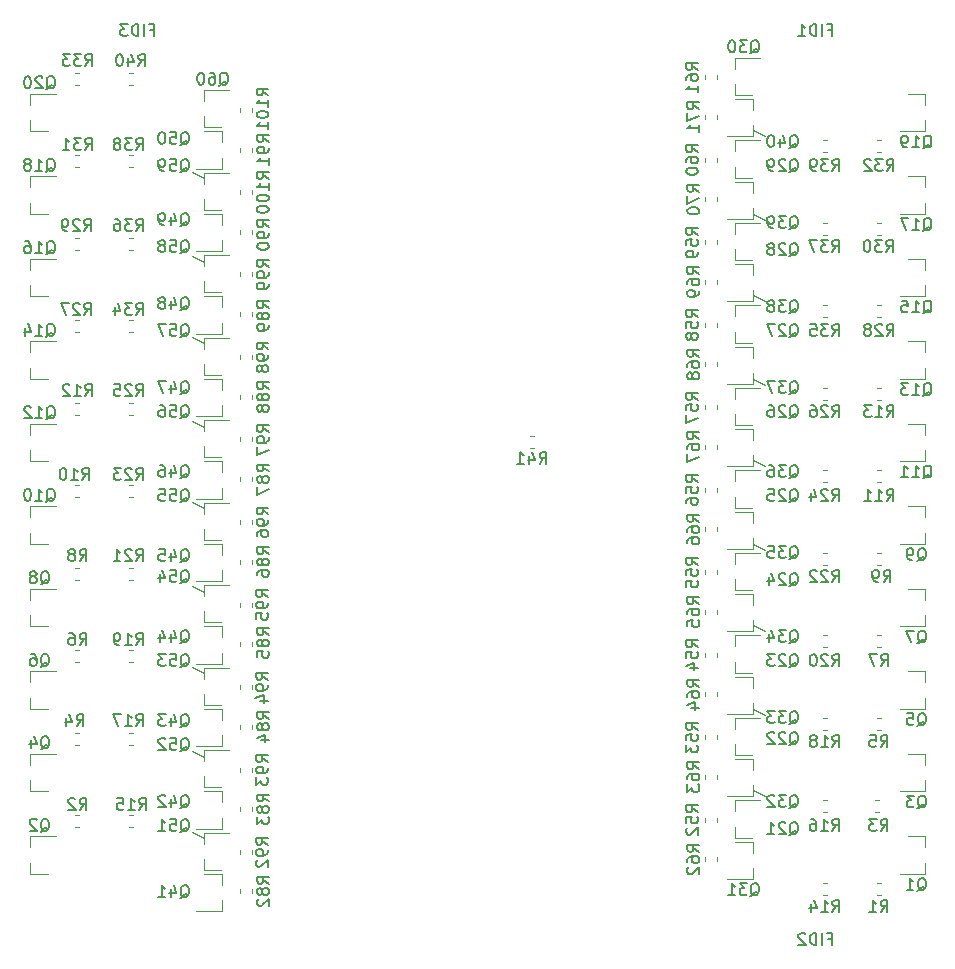
<source format=gbo>
G04 #@! TF.GenerationSoftware,KiCad,Pcbnew,(5.1.5)-3*
G04 #@! TF.CreationDate,2020-03-12T17:34:13-07:00*
G04 #@! TF.ProjectId,siplace_feeder_controller,7369706c-6163-4655-9f66-65656465725f,rev?*
G04 #@! TF.SameCoordinates,Original*
G04 #@! TF.FileFunction,Legend,Bot*
G04 #@! TF.FilePolarity,Positive*
%FSLAX46Y46*%
G04 Gerber Fmt 4.6, Leading zero omitted, Abs format (unit mm)*
G04 Created by KiCad (PCBNEW (5.1.5)-3) date 2020-03-12 17:34:13*
%MOMM*%
%LPD*%
G04 APERTURE LIST*
%ADD10C,0.120000*%
%ADD11C,0.150000*%
%ADD12O,1.802000X2.052000*%
%ADD13C,0.100000*%
%ADD14R,1.002000X0.902000*%
%ADD15C,3.302000*%
%ADD16C,3.000000*%
%ADD17C,2.702000*%
%ADD18R,2.702000X2.702000*%
G04 APERTURE END LIST*
D10*
X130810000Y-128270000D02*
X131826000Y-128778000D01*
X130810000Y-121412000D02*
X131826000Y-121920000D01*
X130810000Y-114300000D02*
X131826000Y-114808000D01*
X130810000Y-107442000D02*
X131826000Y-107950000D01*
X130810000Y-100330000D02*
X131826000Y-100838000D01*
X130810000Y-93472000D02*
X131826000Y-93980000D01*
X130810000Y-86360000D02*
X131826000Y-86868000D01*
X130810000Y-79502000D02*
X131826000Y-80010000D01*
X130810000Y-72390000D02*
X131826000Y-72898000D01*
X84328000Y-76454000D02*
X83312000Y-75946000D01*
X84328000Y-83566000D02*
X83312000Y-83058000D01*
X84328000Y-90424000D02*
X83312000Y-89916000D01*
X84328000Y-97536000D02*
X83312000Y-97028000D01*
X84328000Y-104394000D02*
X83312000Y-103886000D01*
X84328000Y-111506000D02*
X83312000Y-110998000D01*
X84328000Y-118364000D02*
X83312000Y-117856000D01*
X84328000Y-125476000D02*
X83312000Y-124968000D01*
X84328000Y-132334000D02*
X83312000Y-131826000D01*
X87422000Y-70873467D02*
X87422000Y-70530933D01*
X88442000Y-70873467D02*
X88442000Y-70530933D01*
X87437500Y-77845767D02*
X87437500Y-77503233D01*
X88457500Y-77845767D02*
X88457500Y-77503233D01*
X87437500Y-84816767D02*
X87437500Y-84474233D01*
X88457500Y-84816767D02*
X88457500Y-84474233D01*
X87422000Y-91801767D02*
X87422000Y-91459233D01*
X88442000Y-91801767D02*
X88442000Y-91459233D01*
X87437500Y-98786767D02*
X87437500Y-98444233D01*
X88457500Y-98786767D02*
X88457500Y-98444233D01*
X87424800Y-105773067D02*
X87424800Y-105430533D01*
X88444800Y-105773067D02*
X88444800Y-105430533D01*
X87374000Y-112770767D02*
X87374000Y-112428233D01*
X88394000Y-112770767D02*
X88394000Y-112428233D01*
X87374000Y-119755767D02*
X87374000Y-119413233D01*
X88394000Y-119755767D02*
X88394000Y-119413233D01*
X87374000Y-126740767D02*
X87374000Y-126398233D01*
X88394000Y-126740767D02*
X88394000Y-126398233D01*
X87374000Y-133725767D02*
X87374000Y-133383233D01*
X88394000Y-133725767D02*
X88394000Y-133383233D01*
X88444800Y-73906533D02*
X88444800Y-74249067D01*
X87424800Y-73906533D02*
X87424800Y-74249067D01*
X88457500Y-80854733D02*
X88457500Y-81197267D01*
X87437500Y-80854733D02*
X87437500Y-81197267D01*
X88457500Y-87839733D02*
X88457500Y-88182267D01*
X87437500Y-87839733D02*
X87437500Y-88182267D01*
X88457500Y-94824733D02*
X88457500Y-95167267D01*
X87437500Y-94824733D02*
X87437500Y-95167267D01*
X88457500Y-101795733D02*
X88457500Y-102138267D01*
X87437500Y-101795733D02*
X87437500Y-102138267D01*
X88444800Y-108780733D02*
X88444800Y-109123267D01*
X87424800Y-108780733D02*
X87424800Y-109123267D01*
X88394000Y-115765733D02*
X88394000Y-116108267D01*
X87374000Y-115765733D02*
X87374000Y-116108267D01*
X88394000Y-122750733D02*
X88394000Y-123093267D01*
X87374000Y-122750733D02*
X87374000Y-123093267D01*
X88394000Y-129735733D02*
X88394000Y-130078267D01*
X87374000Y-129735733D02*
X87374000Y-130078267D01*
X88394000Y-136685233D02*
X88394000Y-137027767D01*
X87374000Y-136685233D02*
X87374000Y-137027767D01*
X127764000Y-71125233D02*
X127764000Y-71467767D01*
X126744000Y-71125233D02*
X126744000Y-71467767D01*
X127764000Y-78110233D02*
X127764000Y-78452767D01*
X126744000Y-78110233D02*
X126744000Y-78452767D01*
X127764000Y-85095233D02*
X127764000Y-85437767D01*
X126744000Y-85095233D02*
X126744000Y-85437767D01*
X127764000Y-92080233D02*
X127764000Y-92422767D01*
X126744000Y-92080233D02*
X126744000Y-92422767D01*
X127764000Y-99065233D02*
X127764000Y-99407767D01*
X126744000Y-99065233D02*
X126744000Y-99407767D01*
X127764000Y-106050233D02*
X127764000Y-106392767D01*
X126744000Y-106050233D02*
X126744000Y-106392767D01*
X127764000Y-113035233D02*
X127764000Y-113377767D01*
X126744000Y-113035233D02*
X126744000Y-113377767D01*
X127764000Y-120020233D02*
X127764000Y-120362767D01*
X126744000Y-120020233D02*
X126744000Y-120362767D01*
X127764000Y-127005233D02*
X127764000Y-127347767D01*
X126744000Y-127005233D02*
X126744000Y-127347767D01*
X127764000Y-133990233D02*
X127764000Y-134332767D01*
X126744000Y-133990233D02*
X126744000Y-134332767D01*
X126744000Y-68130267D02*
X126744000Y-67787733D01*
X127764000Y-68130267D02*
X127764000Y-67787733D01*
X126744000Y-75115267D02*
X126744000Y-74772733D01*
X127764000Y-75115267D02*
X127764000Y-74772733D01*
X126744000Y-82100267D02*
X126744000Y-81757733D01*
X127764000Y-82100267D02*
X127764000Y-81757733D01*
X126744000Y-89085267D02*
X126744000Y-88742733D01*
X127764000Y-89085267D02*
X127764000Y-88742733D01*
X126744000Y-96070267D02*
X126744000Y-95727733D01*
X127764000Y-96070267D02*
X127764000Y-95727733D01*
X126744000Y-103041267D02*
X126744000Y-102698733D01*
X127764000Y-103041267D02*
X127764000Y-102698733D01*
X126744000Y-110040267D02*
X126744000Y-109697733D01*
X127764000Y-110040267D02*
X127764000Y-109697733D01*
X126744000Y-117025267D02*
X126744000Y-116682733D01*
X127764000Y-117025267D02*
X127764000Y-116682733D01*
X126744000Y-124010267D02*
X126744000Y-123667733D01*
X127764000Y-124010267D02*
X127764000Y-123667733D01*
X126744000Y-130995267D02*
X126744000Y-130652733D01*
X127764000Y-130995267D02*
X127764000Y-130652733D01*
X111955733Y-98296000D02*
X112298267Y-98296000D01*
X111955733Y-99316000D02*
X112298267Y-99316000D01*
X84330000Y-72192000D02*
X85790000Y-72192000D01*
X84330000Y-69032000D02*
X86490000Y-69032000D01*
X84330000Y-69032000D02*
X84330000Y-69962000D01*
X84330000Y-72192000D02*
X84330000Y-71262000D01*
X84330000Y-79177000D02*
X85790000Y-79177000D01*
X84330000Y-76017000D02*
X86490000Y-76017000D01*
X84330000Y-76017000D02*
X84330000Y-76947000D01*
X84330000Y-79177000D02*
X84330000Y-78247000D01*
X84330000Y-86162000D02*
X85790000Y-86162000D01*
X84330000Y-83002000D02*
X86490000Y-83002000D01*
X84330000Y-83002000D02*
X84330000Y-83932000D01*
X84330000Y-86162000D02*
X84330000Y-85232000D01*
X84330000Y-93147000D02*
X85790000Y-93147000D01*
X84330000Y-89987000D02*
X86490000Y-89987000D01*
X84330000Y-89987000D02*
X84330000Y-90917000D01*
X84330000Y-93147000D02*
X84330000Y-92217000D01*
X84330000Y-100132000D02*
X85790000Y-100132000D01*
X84330000Y-96972000D02*
X86490000Y-96972000D01*
X84330000Y-96972000D02*
X84330000Y-97902000D01*
X84330000Y-100132000D02*
X84330000Y-99202000D01*
X84330000Y-107117000D02*
X85790000Y-107117000D01*
X84330000Y-103957000D02*
X86490000Y-103957000D01*
X84330000Y-103957000D02*
X84330000Y-104887000D01*
X84330000Y-107117000D02*
X84330000Y-106187000D01*
X84330000Y-114102000D02*
X85790000Y-114102000D01*
X84330000Y-110942000D02*
X86490000Y-110942000D01*
X84330000Y-110942000D02*
X84330000Y-111872000D01*
X84330000Y-114102000D02*
X84330000Y-113172000D01*
X84330000Y-121087000D02*
X85790000Y-121087000D01*
X84330000Y-117927000D02*
X86490000Y-117927000D01*
X84330000Y-117927000D02*
X84330000Y-118857000D01*
X84330000Y-121087000D02*
X84330000Y-120157000D01*
X84330000Y-128072000D02*
X85790000Y-128072000D01*
X84330000Y-124912000D02*
X86490000Y-124912000D01*
X84330000Y-124912000D02*
X84330000Y-125842000D01*
X84330000Y-128072000D02*
X84330000Y-127142000D01*
X84330000Y-135057000D02*
X85790000Y-135057000D01*
X84330000Y-131897000D02*
X86490000Y-131897000D01*
X84330000Y-131897000D02*
X84330000Y-132827000D01*
X84330000Y-135057000D02*
X84330000Y-134127000D01*
X85850000Y-72524500D02*
X84390000Y-72524500D01*
X85850000Y-75684500D02*
X83690000Y-75684500D01*
X85850000Y-75684500D02*
X85850000Y-74754500D01*
X85850000Y-72524500D02*
X85850000Y-73454500D01*
X85850000Y-79509500D02*
X84390000Y-79509500D01*
X85850000Y-82669500D02*
X83690000Y-82669500D01*
X85850000Y-82669500D02*
X85850000Y-81739500D01*
X85850000Y-79509500D02*
X85850000Y-80439500D01*
X85850000Y-86494500D02*
X84390000Y-86494500D01*
X85850000Y-89654500D02*
X83690000Y-89654500D01*
X85850000Y-89654500D02*
X85850000Y-88724500D01*
X85850000Y-86494500D02*
X85850000Y-87424500D01*
X85850000Y-93479500D02*
X84390000Y-93479500D01*
X85850000Y-96639500D02*
X83690000Y-96639500D01*
X85850000Y-96639500D02*
X85850000Y-95709500D01*
X85850000Y-93479500D02*
X85850000Y-94409500D01*
X85850000Y-100464500D02*
X84390000Y-100464500D01*
X85850000Y-103624500D02*
X83690000Y-103624500D01*
X85850000Y-103624500D02*
X85850000Y-102694500D01*
X85850000Y-100464500D02*
X85850000Y-101394500D01*
X85850000Y-107449500D02*
X84390000Y-107449500D01*
X85850000Y-110609500D02*
X83690000Y-110609500D01*
X85850000Y-110609500D02*
X85850000Y-109679500D01*
X85850000Y-107449500D02*
X85850000Y-108379500D01*
X85850000Y-114434500D02*
X84390000Y-114434500D01*
X85850000Y-117594500D02*
X83690000Y-117594500D01*
X85850000Y-117594500D02*
X85850000Y-116664500D01*
X85850000Y-114434500D02*
X85850000Y-115364500D01*
X85850000Y-121419500D02*
X84390000Y-121419500D01*
X85850000Y-124579500D02*
X83690000Y-124579500D01*
X85850000Y-124579500D02*
X85850000Y-123649500D01*
X85850000Y-121419500D02*
X85850000Y-122349500D01*
X85850000Y-128404500D02*
X84390000Y-128404500D01*
X85850000Y-131564500D02*
X83690000Y-131564500D01*
X85850000Y-131564500D02*
X85850000Y-130634500D01*
X85850000Y-128404500D02*
X85850000Y-129334500D01*
X85850000Y-135389500D02*
X84390000Y-135389500D01*
X85850000Y-138549500D02*
X83690000Y-138549500D01*
X85850000Y-138549500D02*
X85850000Y-137619500D01*
X85850000Y-135389500D02*
X85850000Y-136319500D01*
X130808000Y-69794000D02*
X129348000Y-69794000D01*
X130808000Y-72954000D02*
X128648000Y-72954000D01*
X130808000Y-72954000D02*
X130808000Y-72024000D01*
X130808000Y-69794000D02*
X130808000Y-70724000D01*
X130808000Y-76779000D02*
X129348000Y-76779000D01*
X130808000Y-79939000D02*
X128648000Y-79939000D01*
X130808000Y-79939000D02*
X130808000Y-79009000D01*
X130808000Y-76779000D02*
X130808000Y-77709000D01*
X130808000Y-83764000D02*
X129348000Y-83764000D01*
X130808000Y-86924000D02*
X128648000Y-86924000D01*
X130808000Y-86924000D02*
X130808000Y-85994000D01*
X130808000Y-83764000D02*
X130808000Y-84694000D01*
X130808000Y-90749000D02*
X129348000Y-90749000D01*
X130808000Y-93909000D02*
X128648000Y-93909000D01*
X130808000Y-93909000D02*
X130808000Y-92979000D01*
X130808000Y-90749000D02*
X130808000Y-91679000D01*
X130808000Y-97734000D02*
X129348000Y-97734000D01*
X130808000Y-100894000D02*
X128648000Y-100894000D01*
X130808000Y-100894000D02*
X130808000Y-99964000D01*
X130808000Y-97734000D02*
X130808000Y-98664000D01*
X130808000Y-104719000D02*
X129348000Y-104719000D01*
X130808000Y-107879000D02*
X128648000Y-107879000D01*
X130808000Y-107879000D02*
X130808000Y-106949000D01*
X130808000Y-104719000D02*
X130808000Y-105649000D01*
X130808000Y-111704000D02*
X129348000Y-111704000D01*
X130808000Y-114864000D02*
X128648000Y-114864000D01*
X130808000Y-114864000D02*
X130808000Y-113934000D01*
X130808000Y-111704000D02*
X130808000Y-112634000D01*
X130808000Y-118689000D02*
X129348000Y-118689000D01*
X130808000Y-121849000D02*
X128648000Y-121849000D01*
X130808000Y-121849000D02*
X130808000Y-120919000D01*
X130808000Y-118689000D02*
X130808000Y-119619000D01*
X130808000Y-125674000D02*
X129348000Y-125674000D01*
X130808000Y-128834000D02*
X128648000Y-128834000D01*
X130808000Y-128834000D02*
X130808000Y-127904000D01*
X130808000Y-125674000D02*
X130808000Y-126604000D01*
X130808000Y-132659000D02*
X129348000Y-132659000D01*
X130808000Y-135819000D02*
X128648000Y-135819000D01*
X130808000Y-135819000D02*
X130808000Y-134889000D01*
X130808000Y-132659000D02*
X130808000Y-133589000D01*
X129288000Y-69461500D02*
X130748000Y-69461500D01*
X129288000Y-66301500D02*
X131448000Y-66301500D01*
X129288000Y-66301500D02*
X129288000Y-67231500D01*
X129288000Y-69461500D02*
X129288000Y-68531500D01*
X129288000Y-76446500D02*
X130748000Y-76446500D01*
X129288000Y-73286500D02*
X131448000Y-73286500D01*
X129288000Y-73286500D02*
X129288000Y-74216500D01*
X129288000Y-76446500D02*
X129288000Y-75516500D01*
X129288000Y-83431500D02*
X130748000Y-83431500D01*
X129288000Y-80271500D02*
X131448000Y-80271500D01*
X129288000Y-80271500D02*
X129288000Y-81201500D01*
X129288000Y-83431500D02*
X129288000Y-82501500D01*
X129288000Y-90416500D02*
X130748000Y-90416500D01*
X129288000Y-87256500D02*
X131448000Y-87256500D01*
X129288000Y-87256500D02*
X129288000Y-88186500D01*
X129288000Y-90416500D02*
X129288000Y-89486500D01*
X129288000Y-97401500D02*
X130748000Y-97401500D01*
X129288000Y-94241500D02*
X131448000Y-94241500D01*
X129288000Y-94241500D02*
X129288000Y-95171500D01*
X129288000Y-97401500D02*
X129288000Y-96471500D01*
X129288000Y-104386500D02*
X130748000Y-104386500D01*
X129288000Y-101226500D02*
X131448000Y-101226500D01*
X129288000Y-101226500D02*
X129288000Y-102156500D01*
X129288000Y-104386500D02*
X129288000Y-103456500D01*
X129288000Y-111371500D02*
X130748000Y-111371500D01*
X129288000Y-108211500D02*
X131448000Y-108211500D01*
X129288000Y-108211500D02*
X129288000Y-109141500D01*
X129288000Y-111371500D02*
X129288000Y-110441500D01*
X129288000Y-118356500D02*
X130748000Y-118356500D01*
X129288000Y-115196500D02*
X131448000Y-115196500D01*
X129288000Y-115196500D02*
X129288000Y-116126500D01*
X129288000Y-118356500D02*
X129288000Y-117426500D01*
X129288000Y-125341500D02*
X130748000Y-125341500D01*
X129288000Y-122181500D02*
X131448000Y-122181500D01*
X129288000Y-122181500D02*
X129288000Y-123111500D01*
X129288000Y-125341500D02*
X129288000Y-124411500D01*
X129288000Y-132326500D02*
X130748000Y-132326500D01*
X129288000Y-129166500D02*
X131448000Y-129166500D01*
X129288000Y-129166500D02*
X129288000Y-130096500D01*
X129288000Y-132326500D02*
X129288000Y-131396500D01*
X77995733Y-67562000D02*
X78338267Y-67562000D01*
X77995733Y-68582000D02*
X78338267Y-68582000D01*
X137093267Y-74297000D02*
X136750733Y-74297000D01*
X137093267Y-73277000D02*
X136750733Y-73277000D01*
X77995733Y-74547000D02*
X78338267Y-74547000D01*
X77995733Y-75567000D02*
X78338267Y-75567000D01*
X137093267Y-81282000D02*
X136750733Y-81282000D01*
X137093267Y-80262000D02*
X136750733Y-80262000D01*
X77995733Y-81532000D02*
X78338267Y-81532000D01*
X77995733Y-82552000D02*
X78338267Y-82552000D01*
X137093267Y-88267000D02*
X136750733Y-88267000D01*
X137093267Y-87247000D02*
X136750733Y-87247000D01*
X77995733Y-88517000D02*
X78338267Y-88517000D01*
X77995733Y-89537000D02*
X78338267Y-89537000D01*
X73395733Y-67562000D02*
X73738267Y-67562000D01*
X73395733Y-68582000D02*
X73738267Y-68582000D01*
X141693267Y-74297000D02*
X141350733Y-74297000D01*
X141693267Y-73277000D02*
X141350733Y-73277000D01*
X73395733Y-74547000D02*
X73738267Y-74547000D01*
X73395733Y-75567000D02*
X73738267Y-75567000D01*
X141693267Y-81282000D02*
X141350733Y-81282000D01*
X141693267Y-80262000D02*
X141350733Y-80262000D01*
X73395733Y-81532000D02*
X73738267Y-81532000D01*
X73395733Y-82552000D02*
X73738267Y-82552000D01*
X141693267Y-88267000D02*
X141350733Y-88267000D01*
X141693267Y-87247000D02*
X141350733Y-87247000D01*
X73395733Y-88517000D02*
X73738267Y-88517000D01*
X73395733Y-89537000D02*
X73738267Y-89537000D01*
X137093267Y-95252000D02*
X136750733Y-95252000D01*
X137093267Y-94232000D02*
X136750733Y-94232000D01*
X77995733Y-95502000D02*
X78338267Y-95502000D01*
X77995733Y-96522000D02*
X78338267Y-96522000D01*
X137093267Y-102237000D02*
X136750733Y-102237000D01*
X137093267Y-101217000D02*
X136750733Y-101217000D01*
X77995733Y-102487000D02*
X78338267Y-102487000D01*
X77995733Y-103507000D02*
X78338267Y-103507000D01*
X137093267Y-109222000D02*
X136750733Y-109222000D01*
X137093267Y-108202000D02*
X136750733Y-108202000D01*
X77995733Y-109472000D02*
X78338267Y-109472000D01*
X77995733Y-110492000D02*
X78338267Y-110492000D01*
X137093267Y-116207000D02*
X136750733Y-116207000D01*
X137093267Y-115187000D02*
X136750733Y-115187000D01*
X77995733Y-116457000D02*
X78338267Y-116457000D01*
X77995733Y-117477000D02*
X78338267Y-117477000D01*
X137093267Y-123192000D02*
X136750733Y-123192000D01*
X137093267Y-122172000D02*
X136750733Y-122172000D01*
X77995733Y-123442000D02*
X78338267Y-123442000D01*
X77995733Y-124462000D02*
X78338267Y-124462000D01*
X137093267Y-130177000D02*
X136750733Y-130177000D01*
X137093267Y-129157000D02*
X136750733Y-129157000D01*
X77995733Y-130427000D02*
X78338267Y-130427000D01*
X77995733Y-131447000D02*
X78338267Y-131447000D01*
X137093267Y-137162000D02*
X136750733Y-137162000D01*
X137093267Y-136142000D02*
X136750733Y-136142000D01*
X141693267Y-95252000D02*
X141350733Y-95252000D01*
X141693267Y-94232000D02*
X141350733Y-94232000D01*
X73395733Y-95502000D02*
X73738267Y-95502000D01*
X73395733Y-96522000D02*
X73738267Y-96522000D01*
X141693267Y-102237000D02*
X141350733Y-102237000D01*
X141693267Y-101217000D02*
X141350733Y-101217000D01*
X73395733Y-102487000D02*
X73738267Y-102487000D01*
X73395733Y-103507000D02*
X73738267Y-103507000D01*
X141693267Y-109222000D02*
X141350733Y-109222000D01*
X141693267Y-108202000D02*
X141350733Y-108202000D01*
X73395733Y-109472000D02*
X73738267Y-109472000D01*
X73395733Y-110492000D02*
X73738267Y-110492000D01*
X141693267Y-116207000D02*
X141350733Y-116207000D01*
X141693267Y-115187000D02*
X141350733Y-115187000D01*
X73395733Y-116457000D02*
X73738267Y-116457000D01*
X73395733Y-117477000D02*
X73738267Y-117477000D01*
X141693267Y-123192000D02*
X141350733Y-123192000D01*
X141693267Y-122172000D02*
X141350733Y-122172000D01*
X73395733Y-123442000D02*
X73738267Y-123442000D01*
X73395733Y-124462000D02*
X73738267Y-124462000D01*
X141538267Y-130177000D02*
X141195733Y-130177000D01*
X141538267Y-129157000D02*
X141195733Y-129157000D01*
X73395733Y-130427000D02*
X73738267Y-130427000D01*
X73395733Y-131447000D02*
X73738267Y-131447000D01*
X141693267Y-137162000D02*
X141350733Y-137162000D01*
X141693267Y-136142000D02*
X141350733Y-136142000D01*
X69662000Y-72507000D02*
X71122000Y-72507000D01*
X69662000Y-69347000D02*
X71822000Y-69347000D01*
X69662000Y-69347000D02*
X69662000Y-70277000D01*
X69662000Y-72507000D02*
X69662000Y-71577000D01*
X145427000Y-69352000D02*
X143967000Y-69352000D01*
X145427000Y-72512000D02*
X143267000Y-72512000D01*
X145427000Y-72512000D02*
X145427000Y-71582000D01*
X145427000Y-69352000D02*
X145427000Y-70282000D01*
X69662000Y-79492000D02*
X71122000Y-79492000D01*
X69662000Y-76332000D02*
X71822000Y-76332000D01*
X69662000Y-76332000D02*
X69662000Y-77262000D01*
X69662000Y-79492000D02*
X69662000Y-78562000D01*
X145427000Y-76337000D02*
X143967000Y-76337000D01*
X145427000Y-79497000D02*
X143267000Y-79497000D01*
X145427000Y-79497000D02*
X145427000Y-78567000D01*
X145427000Y-76337000D02*
X145427000Y-77267000D01*
X69662000Y-86477000D02*
X71122000Y-86477000D01*
X69662000Y-83317000D02*
X71822000Y-83317000D01*
X69662000Y-83317000D02*
X69662000Y-84247000D01*
X69662000Y-86477000D02*
X69662000Y-85547000D01*
X145427000Y-83322000D02*
X143967000Y-83322000D01*
X145427000Y-86482000D02*
X143267000Y-86482000D01*
X145427000Y-86482000D02*
X145427000Y-85552000D01*
X145427000Y-83322000D02*
X145427000Y-84252000D01*
X69662000Y-93462000D02*
X71122000Y-93462000D01*
X69662000Y-90302000D02*
X71822000Y-90302000D01*
X69662000Y-90302000D02*
X69662000Y-91232000D01*
X69662000Y-93462000D02*
X69662000Y-92532000D01*
X145427000Y-90307000D02*
X143967000Y-90307000D01*
X145427000Y-93467000D02*
X143267000Y-93467000D01*
X145427000Y-93467000D02*
X145427000Y-92537000D01*
X145427000Y-90307000D02*
X145427000Y-91237000D01*
X69662000Y-100447000D02*
X71122000Y-100447000D01*
X69662000Y-97287000D02*
X71822000Y-97287000D01*
X69662000Y-97287000D02*
X69662000Y-98217000D01*
X69662000Y-100447000D02*
X69662000Y-99517000D01*
X145427000Y-97292000D02*
X143967000Y-97292000D01*
X145427000Y-100452000D02*
X143267000Y-100452000D01*
X145427000Y-100452000D02*
X145427000Y-99522000D01*
X145427000Y-97292000D02*
X145427000Y-98222000D01*
X69662000Y-107432000D02*
X71122000Y-107432000D01*
X69662000Y-104272000D02*
X71822000Y-104272000D01*
X69662000Y-104272000D02*
X69662000Y-105202000D01*
X69662000Y-107432000D02*
X69662000Y-106502000D01*
X145427000Y-104277000D02*
X143967000Y-104277000D01*
X145427000Y-107437000D02*
X143267000Y-107437000D01*
X145427000Y-107437000D02*
X145427000Y-106507000D01*
X145427000Y-104277000D02*
X145427000Y-105207000D01*
X69662000Y-114417000D02*
X71122000Y-114417000D01*
X69662000Y-111257000D02*
X71822000Y-111257000D01*
X69662000Y-111257000D02*
X69662000Y-112187000D01*
X69662000Y-114417000D02*
X69662000Y-113487000D01*
X145427000Y-111262000D02*
X143967000Y-111262000D01*
X145427000Y-114422000D02*
X143267000Y-114422000D01*
X145427000Y-114422000D02*
X145427000Y-113492000D01*
X145427000Y-111262000D02*
X145427000Y-112192000D01*
X69662000Y-121402000D02*
X71122000Y-121402000D01*
X69662000Y-118242000D02*
X71822000Y-118242000D01*
X69662000Y-118242000D02*
X69662000Y-119172000D01*
X69662000Y-121402000D02*
X69662000Y-120472000D01*
X145427000Y-118247000D02*
X143967000Y-118247000D01*
X145427000Y-121407000D02*
X143267000Y-121407000D01*
X145427000Y-121407000D02*
X145427000Y-120477000D01*
X145427000Y-118247000D02*
X145427000Y-119177000D01*
X69662000Y-128387000D02*
X71122000Y-128387000D01*
X69662000Y-125227000D02*
X71822000Y-125227000D01*
X69662000Y-125227000D02*
X69662000Y-126157000D01*
X69662000Y-128387000D02*
X69662000Y-127457000D01*
X145427000Y-125232000D02*
X143967000Y-125232000D01*
X145427000Y-128392000D02*
X143267000Y-128392000D01*
X145427000Y-128392000D02*
X145427000Y-127462000D01*
X145427000Y-125232000D02*
X145427000Y-126162000D01*
X69662000Y-135372000D02*
X71122000Y-135372000D01*
X69662000Y-132212000D02*
X71822000Y-132212000D01*
X69662000Y-132212000D02*
X69662000Y-133142000D01*
X69662000Y-135372000D02*
X69662000Y-134442000D01*
X145427000Y-132217000D02*
X143967000Y-132217000D01*
X145427000Y-135377000D02*
X143267000Y-135377000D01*
X145427000Y-135377000D02*
X145427000Y-134447000D01*
X145427000Y-132217000D02*
X145427000Y-133147000D01*
D11*
X89814380Y-69492952D02*
X89338190Y-69159619D01*
X89814380Y-68921523D02*
X88814380Y-68921523D01*
X88814380Y-69302476D01*
X88862000Y-69397714D01*
X88909619Y-69445333D01*
X89004857Y-69492952D01*
X89147714Y-69492952D01*
X89242952Y-69445333D01*
X89290571Y-69397714D01*
X89338190Y-69302476D01*
X89338190Y-68921523D01*
X89814380Y-70445333D02*
X89814380Y-69873904D01*
X89814380Y-70159619D02*
X88814380Y-70159619D01*
X88957238Y-70064380D01*
X89052476Y-69969142D01*
X89100095Y-69873904D01*
X88814380Y-71064380D02*
X88814380Y-71159619D01*
X88862000Y-71254857D01*
X88909619Y-71302476D01*
X89004857Y-71350095D01*
X89195333Y-71397714D01*
X89433428Y-71397714D01*
X89623904Y-71350095D01*
X89719142Y-71302476D01*
X89766761Y-71254857D01*
X89814380Y-71159619D01*
X89814380Y-71064380D01*
X89766761Y-70969142D01*
X89719142Y-70921523D01*
X89623904Y-70873904D01*
X89433428Y-70826285D01*
X89195333Y-70826285D01*
X89004857Y-70873904D01*
X88909619Y-70921523D01*
X88862000Y-70969142D01*
X88814380Y-71064380D01*
X89814380Y-72350095D02*
X89814380Y-71778666D01*
X89814380Y-72064380D02*
X88814380Y-72064380D01*
X88957238Y-71969142D01*
X89052476Y-71873904D01*
X89100095Y-71778666D01*
X89829880Y-76555452D02*
X89353690Y-76222119D01*
X89829880Y-75984023D02*
X88829880Y-75984023D01*
X88829880Y-76364976D01*
X88877500Y-76460214D01*
X88925119Y-76507833D01*
X89020357Y-76555452D01*
X89163214Y-76555452D01*
X89258452Y-76507833D01*
X89306071Y-76460214D01*
X89353690Y-76364976D01*
X89353690Y-75984023D01*
X89829880Y-77507833D02*
X89829880Y-76936404D01*
X89829880Y-77222119D02*
X88829880Y-77222119D01*
X88972738Y-77126880D01*
X89067976Y-77031642D01*
X89115595Y-76936404D01*
X88829880Y-78126880D02*
X88829880Y-78222119D01*
X88877500Y-78317357D01*
X88925119Y-78364976D01*
X89020357Y-78412595D01*
X89210833Y-78460214D01*
X89448928Y-78460214D01*
X89639404Y-78412595D01*
X89734642Y-78364976D01*
X89782261Y-78317357D01*
X89829880Y-78222119D01*
X89829880Y-78126880D01*
X89782261Y-78031642D01*
X89734642Y-77984023D01*
X89639404Y-77936404D01*
X89448928Y-77888785D01*
X89210833Y-77888785D01*
X89020357Y-77936404D01*
X88925119Y-77984023D01*
X88877500Y-78031642D01*
X88829880Y-78126880D01*
X88829880Y-79079261D02*
X88829880Y-79174500D01*
X88877500Y-79269738D01*
X88925119Y-79317357D01*
X89020357Y-79364976D01*
X89210833Y-79412595D01*
X89448928Y-79412595D01*
X89639404Y-79364976D01*
X89734642Y-79317357D01*
X89782261Y-79269738D01*
X89829880Y-79174500D01*
X89829880Y-79079261D01*
X89782261Y-78984023D01*
X89734642Y-78936404D01*
X89639404Y-78888785D01*
X89448928Y-78841166D01*
X89210833Y-78841166D01*
X89020357Y-78888785D01*
X88925119Y-78936404D01*
X88877500Y-78984023D01*
X88829880Y-79079261D01*
X89829880Y-84002642D02*
X89353690Y-83669309D01*
X89829880Y-83431214D02*
X88829880Y-83431214D01*
X88829880Y-83812166D01*
X88877500Y-83907404D01*
X88925119Y-83955023D01*
X89020357Y-84002642D01*
X89163214Y-84002642D01*
X89258452Y-83955023D01*
X89306071Y-83907404D01*
X89353690Y-83812166D01*
X89353690Y-83431214D01*
X89829880Y-84478833D02*
X89829880Y-84669309D01*
X89782261Y-84764547D01*
X89734642Y-84812166D01*
X89591785Y-84907404D01*
X89401309Y-84955023D01*
X89020357Y-84955023D01*
X88925119Y-84907404D01*
X88877500Y-84859785D01*
X88829880Y-84764547D01*
X88829880Y-84574071D01*
X88877500Y-84478833D01*
X88925119Y-84431214D01*
X89020357Y-84383595D01*
X89258452Y-84383595D01*
X89353690Y-84431214D01*
X89401309Y-84478833D01*
X89448928Y-84574071D01*
X89448928Y-84764547D01*
X89401309Y-84859785D01*
X89353690Y-84907404D01*
X89258452Y-84955023D01*
X89829880Y-85431214D02*
X89829880Y-85621690D01*
X89782261Y-85716928D01*
X89734642Y-85764547D01*
X89591785Y-85859785D01*
X89401309Y-85907404D01*
X89020357Y-85907404D01*
X88925119Y-85859785D01*
X88877500Y-85812166D01*
X88829880Y-85716928D01*
X88829880Y-85526452D01*
X88877500Y-85431214D01*
X88925119Y-85383595D01*
X89020357Y-85335976D01*
X89258452Y-85335976D01*
X89353690Y-85383595D01*
X89401309Y-85431214D01*
X89448928Y-85526452D01*
X89448928Y-85716928D01*
X89401309Y-85812166D01*
X89353690Y-85859785D01*
X89258452Y-85907404D01*
X89814380Y-90987642D02*
X89338190Y-90654309D01*
X89814380Y-90416214D02*
X88814380Y-90416214D01*
X88814380Y-90797166D01*
X88862000Y-90892404D01*
X88909619Y-90940023D01*
X89004857Y-90987642D01*
X89147714Y-90987642D01*
X89242952Y-90940023D01*
X89290571Y-90892404D01*
X89338190Y-90797166D01*
X89338190Y-90416214D01*
X89814380Y-91463833D02*
X89814380Y-91654309D01*
X89766761Y-91749547D01*
X89719142Y-91797166D01*
X89576285Y-91892404D01*
X89385809Y-91940023D01*
X89004857Y-91940023D01*
X88909619Y-91892404D01*
X88862000Y-91844785D01*
X88814380Y-91749547D01*
X88814380Y-91559071D01*
X88862000Y-91463833D01*
X88909619Y-91416214D01*
X89004857Y-91368595D01*
X89242952Y-91368595D01*
X89338190Y-91416214D01*
X89385809Y-91463833D01*
X89433428Y-91559071D01*
X89433428Y-91749547D01*
X89385809Y-91844785D01*
X89338190Y-91892404D01*
X89242952Y-91940023D01*
X89242952Y-92511452D02*
X89195333Y-92416214D01*
X89147714Y-92368595D01*
X89052476Y-92320976D01*
X89004857Y-92320976D01*
X88909619Y-92368595D01*
X88862000Y-92416214D01*
X88814380Y-92511452D01*
X88814380Y-92701928D01*
X88862000Y-92797166D01*
X88909619Y-92844785D01*
X89004857Y-92892404D01*
X89052476Y-92892404D01*
X89147714Y-92844785D01*
X89195333Y-92797166D01*
X89242952Y-92701928D01*
X89242952Y-92511452D01*
X89290571Y-92416214D01*
X89338190Y-92368595D01*
X89433428Y-92320976D01*
X89623904Y-92320976D01*
X89719142Y-92368595D01*
X89766761Y-92416214D01*
X89814380Y-92511452D01*
X89814380Y-92701928D01*
X89766761Y-92797166D01*
X89719142Y-92844785D01*
X89623904Y-92892404D01*
X89433428Y-92892404D01*
X89338190Y-92844785D01*
X89290571Y-92797166D01*
X89242952Y-92701928D01*
X89829880Y-97972642D02*
X89353690Y-97639309D01*
X89829880Y-97401214D02*
X88829880Y-97401214D01*
X88829880Y-97782166D01*
X88877500Y-97877404D01*
X88925119Y-97925023D01*
X89020357Y-97972642D01*
X89163214Y-97972642D01*
X89258452Y-97925023D01*
X89306071Y-97877404D01*
X89353690Y-97782166D01*
X89353690Y-97401214D01*
X89829880Y-98448833D02*
X89829880Y-98639309D01*
X89782261Y-98734547D01*
X89734642Y-98782166D01*
X89591785Y-98877404D01*
X89401309Y-98925023D01*
X89020357Y-98925023D01*
X88925119Y-98877404D01*
X88877500Y-98829785D01*
X88829880Y-98734547D01*
X88829880Y-98544071D01*
X88877500Y-98448833D01*
X88925119Y-98401214D01*
X89020357Y-98353595D01*
X89258452Y-98353595D01*
X89353690Y-98401214D01*
X89401309Y-98448833D01*
X89448928Y-98544071D01*
X89448928Y-98734547D01*
X89401309Y-98829785D01*
X89353690Y-98877404D01*
X89258452Y-98925023D01*
X88829880Y-99258357D02*
X88829880Y-99925023D01*
X89829880Y-99496452D01*
X89817180Y-104958942D02*
X89340990Y-104625609D01*
X89817180Y-104387514D02*
X88817180Y-104387514D01*
X88817180Y-104768466D01*
X88864800Y-104863704D01*
X88912419Y-104911323D01*
X89007657Y-104958942D01*
X89150514Y-104958942D01*
X89245752Y-104911323D01*
X89293371Y-104863704D01*
X89340990Y-104768466D01*
X89340990Y-104387514D01*
X89817180Y-105435133D02*
X89817180Y-105625609D01*
X89769561Y-105720847D01*
X89721942Y-105768466D01*
X89579085Y-105863704D01*
X89388609Y-105911323D01*
X89007657Y-105911323D01*
X88912419Y-105863704D01*
X88864800Y-105816085D01*
X88817180Y-105720847D01*
X88817180Y-105530371D01*
X88864800Y-105435133D01*
X88912419Y-105387514D01*
X89007657Y-105339895D01*
X89245752Y-105339895D01*
X89340990Y-105387514D01*
X89388609Y-105435133D01*
X89436228Y-105530371D01*
X89436228Y-105720847D01*
X89388609Y-105816085D01*
X89340990Y-105863704D01*
X89245752Y-105911323D01*
X88817180Y-106768466D02*
X88817180Y-106577990D01*
X88864800Y-106482752D01*
X88912419Y-106435133D01*
X89055276Y-106339895D01*
X89245752Y-106292276D01*
X89626704Y-106292276D01*
X89721942Y-106339895D01*
X89769561Y-106387514D01*
X89817180Y-106482752D01*
X89817180Y-106673228D01*
X89769561Y-106768466D01*
X89721942Y-106816085D01*
X89626704Y-106863704D01*
X89388609Y-106863704D01*
X89293371Y-106816085D01*
X89245752Y-106768466D01*
X89198133Y-106673228D01*
X89198133Y-106482752D01*
X89245752Y-106387514D01*
X89293371Y-106339895D01*
X89388609Y-106292276D01*
X89766380Y-111956642D02*
X89290190Y-111623309D01*
X89766380Y-111385214D02*
X88766380Y-111385214D01*
X88766380Y-111766166D01*
X88814000Y-111861404D01*
X88861619Y-111909023D01*
X88956857Y-111956642D01*
X89099714Y-111956642D01*
X89194952Y-111909023D01*
X89242571Y-111861404D01*
X89290190Y-111766166D01*
X89290190Y-111385214D01*
X89766380Y-112432833D02*
X89766380Y-112623309D01*
X89718761Y-112718547D01*
X89671142Y-112766166D01*
X89528285Y-112861404D01*
X89337809Y-112909023D01*
X88956857Y-112909023D01*
X88861619Y-112861404D01*
X88814000Y-112813785D01*
X88766380Y-112718547D01*
X88766380Y-112528071D01*
X88814000Y-112432833D01*
X88861619Y-112385214D01*
X88956857Y-112337595D01*
X89194952Y-112337595D01*
X89290190Y-112385214D01*
X89337809Y-112432833D01*
X89385428Y-112528071D01*
X89385428Y-112718547D01*
X89337809Y-112813785D01*
X89290190Y-112861404D01*
X89194952Y-112909023D01*
X88766380Y-113813785D02*
X88766380Y-113337595D01*
X89242571Y-113289976D01*
X89194952Y-113337595D01*
X89147333Y-113432833D01*
X89147333Y-113670928D01*
X89194952Y-113766166D01*
X89242571Y-113813785D01*
X89337809Y-113861404D01*
X89575904Y-113861404D01*
X89671142Y-113813785D01*
X89718761Y-113766166D01*
X89766380Y-113670928D01*
X89766380Y-113432833D01*
X89718761Y-113337595D01*
X89671142Y-113289976D01*
X89766380Y-118941642D02*
X89290190Y-118608309D01*
X89766380Y-118370214D02*
X88766380Y-118370214D01*
X88766380Y-118751166D01*
X88814000Y-118846404D01*
X88861619Y-118894023D01*
X88956857Y-118941642D01*
X89099714Y-118941642D01*
X89194952Y-118894023D01*
X89242571Y-118846404D01*
X89290190Y-118751166D01*
X89290190Y-118370214D01*
X89766380Y-119417833D02*
X89766380Y-119608309D01*
X89718761Y-119703547D01*
X89671142Y-119751166D01*
X89528285Y-119846404D01*
X89337809Y-119894023D01*
X88956857Y-119894023D01*
X88861619Y-119846404D01*
X88814000Y-119798785D01*
X88766380Y-119703547D01*
X88766380Y-119513071D01*
X88814000Y-119417833D01*
X88861619Y-119370214D01*
X88956857Y-119322595D01*
X89194952Y-119322595D01*
X89290190Y-119370214D01*
X89337809Y-119417833D01*
X89385428Y-119513071D01*
X89385428Y-119703547D01*
X89337809Y-119798785D01*
X89290190Y-119846404D01*
X89194952Y-119894023D01*
X89099714Y-120751166D02*
X89766380Y-120751166D01*
X88718761Y-120513071D02*
X89433047Y-120274976D01*
X89433047Y-120894023D01*
X89766380Y-125926642D02*
X89290190Y-125593309D01*
X89766380Y-125355214D02*
X88766380Y-125355214D01*
X88766380Y-125736166D01*
X88814000Y-125831404D01*
X88861619Y-125879023D01*
X88956857Y-125926642D01*
X89099714Y-125926642D01*
X89194952Y-125879023D01*
X89242571Y-125831404D01*
X89290190Y-125736166D01*
X89290190Y-125355214D01*
X89766380Y-126402833D02*
X89766380Y-126593309D01*
X89718761Y-126688547D01*
X89671142Y-126736166D01*
X89528285Y-126831404D01*
X89337809Y-126879023D01*
X88956857Y-126879023D01*
X88861619Y-126831404D01*
X88814000Y-126783785D01*
X88766380Y-126688547D01*
X88766380Y-126498071D01*
X88814000Y-126402833D01*
X88861619Y-126355214D01*
X88956857Y-126307595D01*
X89194952Y-126307595D01*
X89290190Y-126355214D01*
X89337809Y-126402833D01*
X89385428Y-126498071D01*
X89385428Y-126688547D01*
X89337809Y-126783785D01*
X89290190Y-126831404D01*
X89194952Y-126879023D01*
X88766380Y-127212357D02*
X88766380Y-127831404D01*
X89147333Y-127498071D01*
X89147333Y-127640928D01*
X89194952Y-127736166D01*
X89242571Y-127783785D01*
X89337809Y-127831404D01*
X89575904Y-127831404D01*
X89671142Y-127783785D01*
X89718761Y-127736166D01*
X89766380Y-127640928D01*
X89766380Y-127355214D01*
X89718761Y-127259976D01*
X89671142Y-127212357D01*
X89766380Y-132911642D02*
X89290190Y-132578309D01*
X89766380Y-132340214D02*
X88766380Y-132340214D01*
X88766380Y-132721166D01*
X88814000Y-132816404D01*
X88861619Y-132864023D01*
X88956857Y-132911642D01*
X89099714Y-132911642D01*
X89194952Y-132864023D01*
X89242571Y-132816404D01*
X89290190Y-132721166D01*
X89290190Y-132340214D01*
X89766380Y-133387833D02*
X89766380Y-133578309D01*
X89718761Y-133673547D01*
X89671142Y-133721166D01*
X89528285Y-133816404D01*
X89337809Y-133864023D01*
X88956857Y-133864023D01*
X88861619Y-133816404D01*
X88814000Y-133768785D01*
X88766380Y-133673547D01*
X88766380Y-133483071D01*
X88814000Y-133387833D01*
X88861619Y-133340214D01*
X88956857Y-133292595D01*
X89194952Y-133292595D01*
X89290190Y-133340214D01*
X89337809Y-133387833D01*
X89385428Y-133483071D01*
X89385428Y-133673547D01*
X89337809Y-133768785D01*
X89290190Y-133816404D01*
X89194952Y-133864023D01*
X88861619Y-134244976D02*
X88814000Y-134292595D01*
X88766380Y-134387833D01*
X88766380Y-134625928D01*
X88814000Y-134721166D01*
X88861619Y-134768785D01*
X88956857Y-134816404D01*
X89052095Y-134816404D01*
X89194952Y-134768785D01*
X89766380Y-134197357D01*
X89766380Y-134816404D01*
X89860380Y-73434942D02*
X89384190Y-73101609D01*
X89860380Y-72863514D02*
X88860380Y-72863514D01*
X88860380Y-73244466D01*
X88908000Y-73339704D01*
X88955619Y-73387323D01*
X89050857Y-73434942D01*
X89193714Y-73434942D01*
X89288952Y-73387323D01*
X89336571Y-73339704D01*
X89384190Y-73244466D01*
X89384190Y-72863514D01*
X89860380Y-73911133D02*
X89860380Y-74101609D01*
X89812761Y-74196847D01*
X89765142Y-74244466D01*
X89622285Y-74339704D01*
X89431809Y-74387323D01*
X89050857Y-74387323D01*
X88955619Y-74339704D01*
X88908000Y-74292085D01*
X88860380Y-74196847D01*
X88860380Y-74006371D01*
X88908000Y-73911133D01*
X88955619Y-73863514D01*
X89050857Y-73815895D01*
X89288952Y-73815895D01*
X89384190Y-73863514D01*
X89431809Y-73911133D01*
X89479428Y-74006371D01*
X89479428Y-74196847D01*
X89431809Y-74292085D01*
X89384190Y-74339704D01*
X89288952Y-74387323D01*
X89860380Y-75339704D02*
X89860380Y-74768276D01*
X89860380Y-75053990D02*
X88860380Y-75053990D01*
X89003238Y-74958752D01*
X89098476Y-74863514D01*
X89146095Y-74768276D01*
X89860380Y-80637142D02*
X89384190Y-80303809D01*
X89860380Y-80065714D02*
X88860380Y-80065714D01*
X88860380Y-80446666D01*
X88908000Y-80541904D01*
X88955619Y-80589523D01*
X89050857Y-80637142D01*
X89193714Y-80637142D01*
X89288952Y-80589523D01*
X89336571Y-80541904D01*
X89384190Y-80446666D01*
X89384190Y-80065714D01*
X89860380Y-81113333D02*
X89860380Y-81303809D01*
X89812761Y-81399047D01*
X89765142Y-81446666D01*
X89622285Y-81541904D01*
X89431809Y-81589523D01*
X89050857Y-81589523D01*
X88955619Y-81541904D01*
X88908000Y-81494285D01*
X88860380Y-81399047D01*
X88860380Y-81208571D01*
X88908000Y-81113333D01*
X88955619Y-81065714D01*
X89050857Y-81018095D01*
X89288952Y-81018095D01*
X89384190Y-81065714D01*
X89431809Y-81113333D01*
X89479428Y-81208571D01*
X89479428Y-81399047D01*
X89431809Y-81494285D01*
X89384190Y-81541904D01*
X89288952Y-81589523D01*
X88860380Y-82208571D02*
X88860380Y-82303809D01*
X88908000Y-82399047D01*
X88955619Y-82446666D01*
X89050857Y-82494285D01*
X89241333Y-82541904D01*
X89479428Y-82541904D01*
X89669904Y-82494285D01*
X89765142Y-82446666D01*
X89812761Y-82399047D01*
X89860380Y-82303809D01*
X89860380Y-82208571D01*
X89812761Y-82113333D01*
X89765142Y-82065714D01*
X89669904Y-82018095D01*
X89479428Y-81970476D01*
X89241333Y-81970476D01*
X89050857Y-82018095D01*
X88955619Y-82065714D01*
X88908000Y-82113333D01*
X88860380Y-82208571D01*
X89860380Y-87495142D02*
X89384190Y-87161809D01*
X89860380Y-86923714D02*
X88860380Y-86923714D01*
X88860380Y-87304666D01*
X88908000Y-87399904D01*
X88955619Y-87447523D01*
X89050857Y-87495142D01*
X89193714Y-87495142D01*
X89288952Y-87447523D01*
X89336571Y-87399904D01*
X89384190Y-87304666D01*
X89384190Y-86923714D01*
X89288952Y-88066571D02*
X89241333Y-87971333D01*
X89193714Y-87923714D01*
X89098476Y-87876095D01*
X89050857Y-87876095D01*
X88955619Y-87923714D01*
X88908000Y-87971333D01*
X88860380Y-88066571D01*
X88860380Y-88257047D01*
X88908000Y-88352285D01*
X88955619Y-88399904D01*
X89050857Y-88447523D01*
X89098476Y-88447523D01*
X89193714Y-88399904D01*
X89241333Y-88352285D01*
X89288952Y-88257047D01*
X89288952Y-88066571D01*
X89336571Y-87971333D01*
X89384190Y-87923714D01*
X89479428Y-87876095D01*
X89669904Y-87876095D01*
X89765142Y-87923714D01*
X89812761Y-87971333D01*
X89860380Y-88066571D01*
X89860380Y-88257047D01*
X89812761Y-88352285D01*
X89765142Y-88399904D01*
X89669904Y-88447523D01*
X89479428Y-88447523D01*
X89384190Y-88399904D01*
X89336571Y-88352285D01*
X89288952Y-88257047D01*
X89860380Y-88923714D02*
X89860380Y-89114190D01*
X89812761Y-89209428D01*
X89765142Y-89257047D01*
X89622285Y-89352285D01*
X89431809Y-89399904D01*
X89050857Y-89399904D01*
X88955619Y-89352285D01*
X88908000Y-89304666D01*
X88860380Y-89209428D01*
X88860380Y-89018952D01*
X88908000Y-88923714D01*
X88955619Y-88876095D01*
X89050857Y-88828476D01*
X89288952Y-88828476D01*
X89384190Y-88876095D01*
X89431809Y-88923714D01*
X89479428Y-89018952D01*
X89479428Y-89209428D01*
X89431809Y-89304666D01*
X89384190Y-89352285D01*
X89288952Y-89399904D01*
X89860380Y-94353142D02*
X89384190Y-94019809D01*
X89860380Y-93781714D02*
X88860380Y-93781714D01*
X88860380Y-94162666D01*
X88908000Y-94257904D01*
X88955619Y-94305523D01*
X89050857Y-94353142D01*
X89193714Y-94353142D01*
X89288952Y-94305523D01*
X89336571Y-94257904D01*
X89384190Y-94162666D01*
X89384190Y-93781714D01*
X89288952Y-94924571D02*
X89241333Y-94829333D01*
X89193714Y-94781714D01*
X89098476Y-94734095D01*
X89050857Y-94734095D01*
X88955619Y-94781714D01*
X88908000Y-94829333D01*
X88860380Y-94924571D01*
X88860380Y-95115047D01*
X88908000Y-95210285D01*
X88955619Y-95257904D01*
X89050857Y-95305523D01*
X89098476Y-95305523D01*
X89193714Y-95257904D01*
X89241333Y-95210285D01*
X89288952Y-95115047D01*
X89288952Y-94924571D01*
X89336571Y-94829333D01*
X89384190Y-94781714D01*
X89479428Y-94734095D01*
X89669904Y-94734095D01*
X89765142Y-94781714D01*
X89812761Y-94829333D01*
X89860380Y-94924571D01*
X89860380Y-95115047D01*
X89812761Y-95210285D01*
X89765142Y-95257904D01*
X89669904Y-95305523D01*
X89479428Y-95305523D01*
X89384190Y-95257904D01*
X89336571Y-95210285D01*
X89288952Y-95115047D01*
X89288952Y-95876952D02*
X89241333Y-95781714D01*
X89193714Y-95734095D01*
X89098476Y-95686476D01*
X89050857Y-95686476D01*
X88955619Y-95734095D01*
X88908000Y-95781714D01*
X88860380Y-95876952D01*
X88860380Y-96067428D01*
X88908000Y-96162666D01*
X88955619Y-96210285D01*
X89050857Y-96257904D01*
X89098476Y-96257904D01*
X89193714Y-96210285D01*
X89241333Y-96162666D01*
X89288952Y-96067428D01*
X89288952Y-95876952D01*
X89336571Y-95781714D01*
X89384190Y-95734095D01*
X89479428Y-95686476D01*
X89669904Y-95686476D01*
X89765142Y-95734095D01*
X89812761Y-95781714D01*
X89860380Y-95876952D01*
X89860380Y-96067428D01*
X89812761Y-96162666D01*
X89765142Y-96210285D01*
X89669904Y-96257904D01*
X89479428Y-96257904D01*
X89384190Y-96210285D01*
X89336571Y-96162666D01*
X89288952Y-96067428D01*
X89860380Y-101324142D02*
X89384190Y-100990809D01*
X89860380Y-100752714D02*
X88860380Y-100752714D01*
X88860380Y-101133666D01*
X88908000Y-101228904D01*
X88955619Y-101276523D01*
X89050857Y-101324142D01*
X89193714Y-101324142D01*
X89288952Y-101276523D01*
X89336571Y-101228904D01*
X89384190Y-101133666D01*
X89384190Y-100752714D01*
X89288952Y-101895571D02*
X89241333Y-101800333D01*
X89193714Y-101752714D01*
X89098476Y-101705095D01*
X89050857Y-101705095D01*
X88955619Y-101752714D01*
X88908000Y-101800333D01*
X88860380Y-101895571D01*
X88860380Y-102086047D01*
X88908000Y-102181285D01*
X88955619Y-102228904D01*
X89050857Y-102276523D01*
X89098476Y-102276523D01*
X89193714Y-102228904D01*
X89241333Y-102181285D01*
X89288952Y-102086047D01*
X89288952Y-101895571D01*
X89336571Y-101800333D01*
X89384190Y-101752714D01*
X89479428Y-101705095D01*
X89669904Y-101705095D01*
X89765142Y-101752714D01*
X89812761Y-101800333D01*
X89860380Y-101895571D01*
X89860380Y-102086047D01*
X89812761Y-102181285D01*
X89765142Y-102228904D01*
X89669904Y-102276523D01*
X89479428Y-102276523D01*
X89384190Y-102228904D01*
X89336571Y-102181285D01*
X89288952Y-102086047D01*
X88860380Y-102609857D02*
X88860380Y-103276523D01*
X89860380Y-102847952D01*
X89860380Y-108323142D02*
X89384190Y-107989809D01*
X89860380Y-107751714D02*
X88860380Y-107751714D01*
X88860380Y-108132666D01*
X88908000Y-108227904D01*
X88955619Y-108275523D01*
X89050857Y-108323142D01*
X89193714Y-108323142D01*
X89288952Y-108275523D01*
X89336571Y-108227904D01*
X89384190Y-108132666D01*
X89384190Y-107751714D01*
X89288952Y-108894571D02*
X89241333Y-108799333D01*
X89193714Y-108751714D01*
X89098476Y-108704095D01*
X89050857Y-108704095D01*
X88955619Y-108751714D01*
X88908000Y-108799333D01*
X88860380Y-108894571D01*
X88860380Y-109085047D01*
X88908000Y-109180285D01*
X88955619Y-109227904D01*
X89050857Y-109275523D01*
X89098476Y-109275523D01*
X89193714Y-109227904D01*
X89241333Y-109180285D01*
X89288952Y-109085047D01*
X89288952Y-108894571D01*
X89336571Y-108799333D01*
X89384190Y-108751714D01*
X89479428Y-108704095D01*
X89669904Y-108704095D01*
X89765142Y-108751714D01*
X89812761Y-108799333D01*
X89860380Y-108894571D01*
X89860380Y-109085047D01*
X89812761Y-109180285D01*
X89765142Y-109227904D01*
X89669904Y-109275523D01*
X89479428Y-109275523D01*
X89384190Y-109227904D01*
X89336571Y-109180285D01*
X89288952Y-109085047D01*
X88860380Y-110132666D02*
X88860380Y-109942190D01*
X88908000Y-109846952D01*
X88955619Y-109799333D01*
X89098476Y-109704095D01*
X89288952Y-109656476D01*
X89669904Y-109656476D01*
X89765142Y-109704095D01*
X89812761Y-109751714D01*
X89860380Y-109846952D01*
X89860380Y-110037428D01*
X89812761Y-110132666D01*
X89765142Y-110180285D01*
X89669904Y-110227904D01*
X89431809Y-110227904D01*
X89336571Y-110180285D01*
X89288952Y-110132666D01*
X89241333Y-110037428D01*
X89241333Y-109846952D01*
X89288952Y-109751714D01*
X89336571Y-109704095D01*
X89431809Y-109656476D01*
X89860380Y-115181142D02*
X89384190Y-114847809D01*
X89860380Y-114609714D02*
X88860380Y-114609714D01*
X88860380Y-114990666D01*
X88908000Y-115085904D01*
X88955619Y-115133523D01*
X89050857Y-115181142D01*
X89193714Y-115181142D01*
X89288952Y-115133523D01*
X89336571Y-115085904D01*
X89384190Y-114990666D01*
X89384190Y-114609714D01*
X89288952Y-115752571D02*
X89241333Y-115657333D01*
X89193714Y-115609714D01*
X89098476Y-115562095D01*
X89050857Y-115562095D01*
X88955619Y-115609714D01*
X88908000Y-115657333D01*
X88860380Y-115752571D01*
X88860380Y-115943047D01*
X88908000Y-116038285D01*
X88955619Y-116085904D01*
X89050857Y-116133523D01*
X89098476Y-116133523D01*
X89193714Y-116085904D01*
X89241333Y-116038285D01*
X89288952Y-115943047D01*
X89288952Y-115752571D01*
X89336571Y-115657333D01*
X89384190Y-115609714D01*
X89479428Y-115562095D01*
X89669904Y-115562095D01*
X89765142Y-115609714D01*
X89812761Y-115657333D01*
X89860380Y-115752571D01*
X89860380Y-115943047D01*
X89812761Y-116038285D01*
X89765142Y-116085904D01*
X89669904Y-116133523D01*
X89479428Y-116133523D01*
X89384190Y-116085904D01*
X89336571Y-116038285D01*
X89288952Y-115943047D01*
X88860380Y-117038285D02*
X88860380Y-116562095D01*
X89336571Y-116514476D01*
X89288952Y-116562095D01*
X89241333Y-116657333D01*
X89241333Y-116895428D01*
X89288952Y-116990666D01*
X89336571Y-117038285D01*
X89431809Y-117085904D01*
X89669904Y-117085904D01*
X89765142Y-117038285D01*
X89812761Y-116990666D01*
X89860380Y-116895428D01*
X89860380Y-116657333D01*
X89812761Y-116562095D01*
X89765142Y-116514476D01*
X89860380Y-122279142D02*
X89384190Y-121945809D01*
X89860380Y-121707714D02*
X88860380Y-121707714D01*
X88860380Y-122088666D01*
X88908000Y-122183904D01*
X88955619Y-122231523D01*
X89050857Y-122279142D01*
X89193714Y-122279142D01*
X89288952Y-122231523D01*
X89336571Y-122183904D01*
X89384190Y-122088666D01*
X89384190Y-121707714D01*
X89288952Y-122850571D02*
X89241333Y-122755333D01*
X89193714Y-122707714D01*
X89098476Y-122660095D01*
X89050857Y-122660095D01*
X88955619Y-122707714D01*
X88908000Y-122755333D01*
X88860380Y-122850571D01*
X88860380Y-123041047D01*
X88908000Y-123136285D01*
X88955619Y-123183904D01*
X89050857Y-123231523D01*
X89098476Y-123231523D01*
X89193714Y-123183904D01*
X89241333Y-123136285D01*
X89288952Y-123041047D01*
X89288952Y-122850571D01*
X89336571Y-122755333D01*
X89384190Y-122707714D01*
X89479428Y-122660095D01*
X89669904Y-122660095D01*
X89765142Y-122707714D01*
X89812761Y-122755333D01*
X89860380Y-122850571D01*
X89860380Y-123041047D01*
X89812761Y-123136285D01*
X89765142Y-123183904D01*
X89669904Y-123231523D01*
X89479428Y-123231523D01*
X89384190Y-123183904D01*
X89336571Y-123136285D01*
X89288952Y-123041047D01*
X89193714Y-124088666D02*
X89860380Y-124088666D01*
X88812761Y-123850571D02*
X89527047Y-123612476D01*
X89527047Y-124231523D01*
X89860380Y-129264142D02*
X89384190Y-128930809D01*
X89860380Y-128692714D02*
X88860380Y-128692714D01*
X88860380Y-129073666D01*
X88908000Y-129168904D01*
X88955619Y-129216523D01*
X89050857Y-129264142D01*
X89193714Y-129264142D01*
X89288952Y-129216523D01*
X89336571Y-129168904D01*
X89384190Y-129073666D01*
X89384190Y-128692714D01*
X89288952Y-129835571D02*
X89241333Y-129740333D01*
X89193714Y-129692714D01*
X89098476Y-129645095D01*
X89050857Y-129645095D01*
X88955619Y-129692714D01*
X88908000Y-129740333D01*
X88860380Y-129835571D01*
X88860380Y-130026047D01*
X88908000Y-130121285D01*
X88955619Y-130168904D01*
X89050857Y-130216523D01*
X89098476Y-130216523D01*
X89193714Y-130168904D01*
X89241333Y-130121285D01*
X89288952Y-130026047D01*
X89288952Y-129835571D01*
X89336571Y-129740333D01*
X89384190Y-129692714D01*
X89479428Y-129645095D01*
X89669904Y-129645095D01*
X89765142Y-129692714D01*
X89812761Y-129740333D01*
X89860380Y-129835571D01*
X89860380Y-130026047D01*
X89812761Y-130121285D01*
X89765142Y-130168904D01*
X89669904Y-130216523D01*
X89479428Y-130216523D01*
X89384190Y-130168904D01*
X89336571Y-130121285D01*
X89288952Y-130026047D01*
X88860380Y-130549857D02*
X88860380Y-131168904D01*
X89241333Y-130835571D01*
X89241333Y-130978428D01*
X89288952Y-131073666D01*
X89336571Y-131121285D01*
X89431809Y-131168904D01*
X89669904Y-131168904D01*
X89765142Y-131121285D01*
X89812761Y-131073666D01*
X89860380Y-130978428D01*
X89860380Y-130692714D01*
X89812761Y-130597476D01*
X89765142Y-130549857D01*
X89860380Y-136213642D02*
X89384190Y-135880309D01*
X89860380Y-135642214D02*
X88860380Y-135642214D01*
X88860380Y-136023166D01*
X88908000Y-136118404D01*
X88955619Y-136166023D01*
X89050857Y-136213642D01*
X89193714Y-136213642D01*
X89288952Y-136166023D01*
X89336571Y-136118404D01*
X89384190Y-136023166D01*
X89384190Y-135642214D01*
X89288952Y-136785071D02*
X89241333Y-136689833D01*
X89193714Y-136642214D01*
X89098476Y-136594595D01*
X89050857Y-136594595D01*
X88955619Y-136642214D01*
X88908000Y-136689833D01*
X88860380Y-136785071D01*
X88860380Y-136975547D01*
X88908000Y-137070785D01*
X88955619Y-137118404D01*
X89050857Y-137166023D01*
X89098476Y-137166023D01*
X89193714Y-137118404D01*
X89241333Y-137070785D01*
X89288952Y-136975547D01*
X89288952Y-136785071D01*
X89336571Y-136689833D01*
X89384190Y-136642214D01*
X89479428Y-136594595D01*
X89669904Y-136594595D01*
X89765142Y-136642214D01*
X89812761Y-136689833D01*
X89860380Y-136785071D01*
X89860380Y-136975547D01*
X89812761Y-137070785D01*
X89765142Y-137118404D01*
X89669904Y-137166023D01*
X89479428Y-137166023D01*
X89384190Y-137118404D01*
X89336571Y-137070785D01*
X89288952Y-136975547D01*
X88955619Y-137546976D02*
X88908000Y-137594595D01*
X88860380Y-137689833D01*
X88860380Y-137927928D01*
X88908000Y-138023166D01*
X88955619Y-138070785D01*
X89050857Y-138118404D01*
X89146095Y-138118404D01*
X89288952Y-138070785D01*
X89860380Y-137499357D01*
X89860380Y-138118404D01*
X126276380Y-70653642D02*
X125800190Y-70320309D01*
X126276380Y-70082214D02*
X125276380Y-70082214D01*
X125276380Y-70463166D01*
X125324000Y-70558404D01*
X125371619Y-70606023D01*
X125466857Y-70653642D01*
X125609714Y-70653642D01*
X125704952Y-70606023D01*
X125752571Y-70558404D01*
X125800190Y-70463166D01*
X125800190Y-70082214D01*
X125276380Y-70986976D02*
X125276380Y-71653642D01*
X126276380Y-71225071D01*
X126276380Y-72558404D02*
X126276380Y-71986976D01*
X126276380Y-72272690D02*
X125276380Y-72272690D01*
X125419238Y-72177452D01*
X125514476Y-72082214D01*
X125562095Y-71986976D01*
X126276380Y-77638642D02*
X125800190Y-77305309D01*
X126276380Y-77067214D02*
X125276380Y-77067214D01*
X125276380Y-77448166D01*
X125324000Y-77543404D01*
X125371619Y-77591023D01*
X125466857Y-77638642D01*
X125609714Y-77638642D01*
X125704952Y-77591023D01*
X125752571Y-77543404D01*
X125800190Y-77448166D01*
X125800190Y-77067214D01*
X125276380Y-77971976D02*
X125276380Y-78638642D01*
X126276380Y-78210071D01*
X125276380Y-79210071D02*
X125276380Y-79305309D01*
X125324000Y-79400547D01*
X125371619Y-79448166D01*
X125466857Y-79495785D01*
X125657333Y-79543404D01*
X125895428Y-79543404D01*
X126085904Y-79495785D01*
X126181142Y-79448166D01*
X126228761Y-79400547D01*
X126276380Y-79305309D01*
X126276380Y-79210071D01*
X126228761Y-79114833D01*
X126181142Y-79067214D01*
X126085904Y-79019595D01*
X125895428Y-78971976D01*
X125657333Y-78971976D01*
X125466857Y-79019595D01*
X125371619Y-79067214D01*
X125324000Y-79114833D01*
X125276380Y-79210071D01*
X126276380Y-84623642D02*
X125800190Y-84290309D01*
X126276380Y-84052214D02*
X125276380Y-84052214D01*
X125276380Y-84433166D01*
X125324000Y-84528404D01*
X125371619Y-84576023D01*
X125466857Y-84623642D01*
X125609714Y-84623642D01*
X125704952Y-84576023D01*
X125752571Y-84528404D01*
X125800190Y-84433166D01*
X125800190Y-84052214D01*
X125276380Y-85480785D02*
X125276380Y-85290309D01*
X125324000Y-85195071D01*
X125371619Y-85147452D01*
X125514476Y-85052214D01*
X125704952Y-85004595D01*
X126085904Y-85004595D01*
X126181142Y-85052214D01*
X126228761Y-85099833D01*
X126276380Y-85195071D01*
X126276380Y-85385547D01*
X126228761Y-85480785D01*
X126181142Y-85528404D01*
X126085904Y-85576023D01*
X125847809Y-85576023D01*
X125752571Y-85528404D01*
X125704952Y-85480785D01*
X125657333Y-85385547D01*
X125657333Y-85195071D01*
X125704952Y-85099833D01*
X125752571Y-85052214D01*
X125847809Y-85004595D01*
X126276380Y-86052214D02*
X126276380Y-86242690D01*
X126228761Y-86337928D01*
X126181142Y-86385547D01*
X126038285Y-86480785D01*
X125847809Y-86528404D01*
X125466857Y-86528404D01*
X125371619Y-86480785D01*
X125324000Y-86433166D01*
X125276380Y-86337928D01*
X125276380Y-86147452D01*
X125324000Y-86052214D01*
X125371619Y-86004595D01*
X125466857Y-85956976D01*
X125704952Y-85956976D01*
X125800190Y-86004595D01*
X125847809Y-86052214D01*
X125895428Y-86147452D01*
X125895428Y-86337928D01*
X125847809Y-86433166D01*
X125800190Y-86480785D01*
X125704952Y-86528404D01*
X126276380Y-91608642D02*
X125800190Y-91275309D01*
X126276380Y-91037214D02*
X125276380Y-91037214D01*
X125276380Y-91418166D01*
X125324000Y-91513404D01*
X125371619Y-91561023D01*
X125466857Y-91608642D01*
X125609714Y-91608642D01*
X125704952Y-91561023D01*
X125752571Y-91513404D01*
X125800190Y-91418166D01*
X125800190Y-91037214D01*
X125276380Y-92465785D02*
X125276380Y-92275309D01*
X125324000Y-92180071D01*
X125371619Y-92132452D01*
X125514476Y-92037214D01*
X125704952Y-91989595D01*
X126085904Y-91989595D01*
X126181142Y-92037214D01*
X126228761Y-92084833D01*
X126276380Y-92180071D01*
X126276380Y-92370547D01*
X126228761Y-92465785D01*
X126181142Y-92513404D01*
X126085904Y-92561023D01*
X125847809Y-92561023D01*
X125752571Y-92513404D01*
X125704952Y-92465785D01*
X125657333Y-92370547D01*
X125657333Y-92180071D01*
X125704952Y-92084833D01*
X125752571Y-92037214D01*
X125847809Y-91989595D01*
X125704952Y-93132452D02*
X125657333Y-93037214D01*
X125609714Y-92989595D01*
X125514476Y-92941976D01*
X125466857Y-92941976D01*
X125371619Y-92989595D01*
X125324000Y-93037214D01*
X125276380Y-93132452D01*
X125276380Y-93322928D01*
X125324000Y-93418166D01*
X125371619Y-93465785D01*
X125466857Y-93513404D01*
X125514476Y-93513404D01*
X125609714Y-93465785D01*
X125657333Y-93418166D01*
X125704952Y-93322928D01*
X125704952Y-93132452D01*
X125752571Y-93037214D01*
X125800190Y-92989595D01*
X125895428Y-92941976D01*
X126085904Y-92941976D01*
X126181142Y-92989595D01*
X126228761Y-93037214D01*
X126276380Y-93132452D01*
X126276380Y-93322928D01*
X126228761Y-93418166D01*
X126181142Y-93465785D01*
X126085904Y-93513404D01*
X125895428Y-93513404D01*
X125800190Y-93465785D01*
X125752571Y-93418166D01*
X125704952Y-93322928D01*
X126276380Y-98593642D02*
X125800190Y-98260309D01*
X126276380Y-98022214D02*
X125276380Y-98022214D01*
X125276380Y-98403166D01*
X125324000Y-98498404D01*
X125371619Y-98546023D01*
X125466857Y-98593642D01*
X125609714Y-98593642D01*
X125704952Y-98546023D01*
X125752571Y-98498404D01*
X125800190Y-98403166D01*
X125800190Y-98022214D01*
X125276380Y-99450785D02*
X125276380Y-99260309D01*
X125324000Y-99165071D01*
X125371619Y-99117452D01*
X125514476Y-99022214D01*
X125704952Y-98974595D01*
X126085904Y-98974595D01*
X126181142Y-99022214D01*
X126228761Y-99069833D01*
X126276380Y-99165071D01*
X126276380Y-99355547D01*
X126228761Y-99450785D01*
X126181142Y-99498404D01*
X126085904Y-99546023D01*
X125847809Y-99546023D01*
X125752571Y-99498404D01*
X125704952Y-99450785D01*
X125657333Y-99355547D01*
X125657333Y-99165071D01*
X125704952Y-99069833D01*
X125752571Y-99022214D01*
X125847809Y-98974595D01*
X125276380Y-99879357D02*
X125276380Y-100546023D01*
X126276380Y-100117452D01*
X126276380Y-105578642D02*
X125800190Y-105245309D01*
X126276380Y-105007214D02*
X125276380Y-105007214D01*
X125276380Y-105388166D01*
X125324000Y-105483404D01*
X125371619Y-105531023D01*
X125466857Y-105578642D01*
X125609714Y-105578642D01*
X125704952Y-105531023D01*
X125752571Y-105483404D01*
X125800190Y-105388166D01*
X125800190Y-105007214D01*
X125276380Y-106435785D02*
X125276380Y-106245309D01*
X125324000Y-106150071D01*
X125371619Y-106102452D01*
X125514476Y-106007214D01*
X125704952Y-105959595D01*
X126085904Y-105959595D01*
X126181142Y-106007214D01*
X126228761Y-106054833D01*
X126276380Y-106150071D01*
X126276380Y-106340547D01*
X126228761Y-106435785D01*
X126181142Y-106483404D01*
X126085904Y-106531023D01*
X125847809Y-106531023D01*
X125752571Y-106483404D01*
X125704952Y-106435785D01*
X125657333Y-106340547D01*
X125657333Y-106150071D01*
X125704952Y-106054833D01*
X125752571Y-106007214D01*
X125847809Y-105959595D01*
X125276380Y-107388166D02*
X125276380Y-107197690D01*
X125324000Y-107102452D01*
X125371619Y-107054833D01*
X125514476Y-106959595D01*
X125704952Y-106911976D01*
X126085904Y-106911976D01*
X126181142Y-106959595D01*
X126228761Y-107007214D01*
X126276380Y-107102452D01*
X126276380Y-107292928D01*
X126228761Y-107388166D01*
X126181142Y-107435785D01*
X126085904Y-107483404D01*
X125847809Y-107483404D01*
X125752571Y-107435785D01*
X125704952Y-107388166D01*
X125657333Y-107292928D01*
X125657333Y-107102452D01*
X125704952Y-107007214D01*
X125752571Y-106959595D01*
X125847809Y-106911976D01*
X126276380Y-112563642D02*
X125800190Y-112230309D01*
X126276380Y-111992214D02*
X125276380Y-111992214D01*
X125276380Y-112373166D01*
X125324000Y-112468404D01*
X125371619Y-112516023D01*
X125466857Y-112563642D01*
X125609714Y-112563642D01*
X125704952Y-112516023D01*
X125752571Y-112468404D01*
X125800190Y-112373166D01*
X125800190Y-111992214D01*
X125276380Y-113420785D02*
X125276380Y-113230309D01*
X125324000Y-113135071D01*
X125371619Y-113087452D01*
X125514476Y-112992214D01*
X125704952Y-112944595D01*
X126085904Y-112944595D01*
X126181142Y-112992214D01*
X126228761Y-113039833D01*
X126276380Y-113135071D01*
X126276380Y-113325547D01*
X126228761Y-113420785D01*
X126181142Y-113468404D01*
X126085904Y-113516023D01*
X125847809Y-113516023D01*
X125752571Y-113468404D01*
X125704952Y-113420785D01*
X125657333Y-113325547D01*
X125657333Y-113135071D01*
X125704952Y-113039833D01*
X125752571Y-112992214D01*
X125847809Y-112944595D01*
X125276380Y-114420785D02*
X125276380Y-113944595D01*
X125752571Y-113896976D01*
X125704952Y-113944595D01*
X125657333Y-114039833D01*
X125657333Y-114277928D01*
X125704952Y-114373166D01*
X125752571Y-114420785D01*
X125847809Y-114468404D01*
X126085904Y-114468404D01*
X126181142Y-114420785D01*
X126228761Y-114373166D01*
X126276380Y-114277928D01*
X126276380Y-114039833D01*
X126228761Y-113944595D01*
X126181142Y-113896976D01*
X126276380Y-119548642D02*
X125800190Y-119215309D01*
X126276380Y-118977214D02*
X125276380Y-118977214D01*
X125276380Y-119358166D01*
X125324000Y-119453404D01*
X125371619Y-119501023D01*
X125466857Y-119548642D01*
X125609714Y-119548642D01*
X125704952Y-119501023D01*
X125752571Y-119453404D01*
X125800190Y-119358166D01*
X125800190Y-118977214D01*
X125276380Y-120405785D02*
X125276380Y-120215309D01*
X125324000Y-120120071D01*
X125371619Y-120072452D01*
X125514476Y-119977214D01*
X125704952Y-119929595D01*
X126085904Y-119929595D01*
X126181142Y-119977214D01*
X126228761Y-120024833D01*
X126276380Y-120120071D01*
X126276380Y-120310547D01*
X126228761Y-120405785D01*
X126181142Y-120453404D01*
X126085904Y-120501023D01*
X125847809Y-120501023D01*
X125752571Y-120453404D01*
X125704952Y-120405785D01*
X125657333Y-120310547D01*
X125657333Y-120120071D01*
X125704952Y-120024833D01*
X125752571Y-119977214D01*
X125847809Y-119929595D01*
X125609714Y-121358166D02*
X126276380Y-121358166D01*
X125228761Y-121120071D02*
X125943047Y-120881976D01*
X125943047Y-121501023D01*
X126276380Y-126533642D02*
X125800190Y-126200309D01*
X126276380Y-125962214D02*
X125276380Y-125962214D01*
X125276380Y-126343166D01*
X125324000Y-126438404D01*
X125371619Y-126486023D01*
X125466857Y-126533642D01*
X125609714Y-126533642D01*
X125704952Y-126486023D01*
X125752571Y-126438404D01*
X125800190Y-126343166D01*
X125800190Y-125962214D01*
X125276380Y-127390785D02*
X125276380Y-127200309D01*
X125324000Y-127105071D01*
X125371619Y-127057452D01*
X125514476Y-126962214D01*
X125704952Y-126914595D01*
X126085904Y-126914595D01*
X126181142Y-126962214D01*
X126228761Y-127009833D01*
X126276380Y-127105071D01*
X126276380Y-127295547D01*
X126228761Y-127390785D01*
X126181142Y-127438404D01*
X126085904Y-127486023D01*
X125847809Y-127486023D01*
X125752571Y-127438404D01*
X125704952Y-127390785D01*
X125657333Y-127295547D01*
X125657333Y-127105071D01*
X125704952Y-127009833D01*
X125752571Y-126962214D01*
X125847809Y-126914595D01*
X125276380Y-127819357D02*
X125276380Y-128438404D01*
X125657333Y-128105071D01*
X125657333Y-128247928D01*
X125704952Y-128343166D01*
X125752571Y-128390785D01*
X125847809Y-128438404D01*
X126085904Y-128438404D01*
X126181142Y-128390785D01*
X126228761Y-128343166D01*
X126276380Y-128247928D01*
X126276380Y-127962214D01*
X126228761Y-127866976D01*
X126181142Y-127819357D01*
X126276380Y-133518642D02*
X125800190Y-133185309D01*
X126276380Y-132947214D02*
X125276380Y-132947214D01*
X125276380Y-133328166D01*
X125324000Y-133423404D01*
X125371619Y-133471023D01*
X125466857Y-133518642D01*
X125609714Y-133518642D01*
X125704952Y-133471023D01*
X125752571Y-133423404D01*
X125800190Y-133328166D01*
X125800190Y-132947214D01*
X125276380Y-134375785D02*
X125276380Y-134185309D01*
X125324000Y-134090071D01*
X125371619Y-134042452D01*
X125514476Y-133947214D01*
X125704952Y-133899595D01*
X126085904Y-133899595D01*
X126181142Y-133947214D01*
X126228761Y-133994833D01*
X126276380Y-134090071D01*
X126276380Y-134280547D01*
X126228761Y-134375785D01*
X126181142Y-134423404D01*
X126085904Y-134471023D01*
X125847809Y-134471023D01*
X125752571Y-134423404D01*
X125704952Y-134375785D01*
X125657333Y-134280547D01*
X125657333Y-134090071D01*
X125704952Y-133994833D01*
X125752571Y-133947214D01*
X125847809Y-133899595D01*
X125371619Y-134851976D02*
X125324000Y-134899595D01*
X125276380Y-134994833D01*
X125276380Y-135232928D01*
X125324000Y-135328166D01*
X125371619Y-135375785D01*
X125466857Y-135423404D01*
X125562095Y-135423404D01*
X125704952Y-135375785D01*
X126276380Y-134804357D01*
X126276380Y-135423404D01*
X126182380Y-67316142D02*
X125706190Y-66982809D01*
X126182380Y-66744714D02*
X125182380Y-66744714D01*
X125182380Y-67125666D01*
X125230000Y-67220904D01*
X125277619Y-67268523D01*
X125372857Y-67316142D01*
X125515714Y-67316142D01*
X125610952Y-67268523D01*
X125658571Y-67220904D01*
X125706190Y-67125666D01*
X125706190Y-66744714D01*
X125182380Y-68173285D02*
X125182380Y-67982809D01*
X125230000Y-67887571D01*
X125277619Y-67839952D01*
X125420476Y-67744714D01*
X125610952Y-67697095D01*
X125991904Y-67697095D01*
X126087142Y-67744714D01*
X126134761Y-67792333D01*
X126182380Y-67887571D01*
X126182380Y-68078047D01*
X126134761Y-68173285D01*
X126087142Y-68220904D01*
X125991904Y-68268523D01*
X125753809Y-68268523D01*
X125658571Y-68220904D01*
X125610952Y-68173285D01*
X125563333Y-68078047D01*
X125563333Y-67887571D01*
X125610952Y-67792333D01*
X125658571Y-67744714D01*
X125753809Y-67697095D01*
X126182380Y-69220904D02*
X126182380Y-68649476D01*
X126182380Y-68935190D02*
X125182380Y-68935190D01*
X125325238Y-68839952D01*
X125420476Y-68744714D01*
X125468095Y-68649476D01*
X126182380Y-74287142D02*
X125706190Y-73953809D01*
X126182380Y-73715714D02*
X125182380Y-73715714D01*
X125182380Y-74096666D01*
X125230000Y-74191904D01*
X125277619Y-74239523D01*
X125372857Y-74287142D01*
X125515714Y-74287142D01*
X125610952Y-74239523D01*
X125658571Y-74191904D01*
X125706190Y-74096666D01*
X125706190Y-73715714D01*
X125182380Y-75144285D02*
X125182380Y-74953809D01*
X125230000Y-74858571D01*
X125277619Y-74810952D01*
X125420476Y-74715714D01*
X125610952Y-74668095D01*
X125991904Y-74668095D01*
X126087142Y-74715714D01*
X126134761Y-74763333D01*
X126182380Y-74858571D01*
X126182380Y-75049047D01*
X126134761Y-75144285D01*
X126087142Y-75191904D01*
X125991904Y-75239523D01*
X125753809Y-75239523D01*
X125658571Y-75191904D01*
X125610952Y-75144285D01*
X125563333Y-75049047D01*
X125563333Y-74858571D01*
X125610952Y-74763333D01*
X125658571Y-74715714D01*
X125753809Y-74668095D01*
X125182380Y-75858571D02*
X125182380Y-75953809D01*
X125230000Y-76049047D01*
X125277619Y-76096666D01*
X125372857Y-76144285D01*
X125563333Y-76191904D01*
X125801428Y-76191904D01*
X125991904Y-76144285D01*
X126087142Y-76096666D01*
X126134761Y-76049047D01*
X126182380Y-75953809D01*
X126182380Y-75858571D01*
X126134761Y-75763333D01*
X126087142Y-75715714D01*
X125991904Y-75668095D01*
X125801428Y-75620476D01*
X125563333Y-75620476D01*
X125372857Y-75668095D01*
X125277619Y-75715714D01*
X125230000Y-75763333D01*
X125182380Y-75858571D01*
X126182380Y-81286142D02*
X125706190Y-80952809D01*
X126182380Y-80714714D02*
X125182380Y-80714714D01*
X125182380Y-81095666D01*
X125230000Y-81190904D01*
X125277619Y-81238523D01*
X125372857Y-81286142D01*
X125515714Y-81286142D01*
X125610952Y-81238523D01*
X125658571Y-81190904D01*
X125706190Y-81095666D01*
X125706190Y-80714714D01*
X125182380Y-82190904D02*
X125182380Y-81714714D01*
X125658571Y-81667095D01*
X125610952Y-81714714D01*
X125563333Y-81809952D01*
X125563333Y-82048047D01*
X125610952Y-82143285D01*
X125658571Y-82190904D01*
X125753809Y-82238523D01*
X125991904Y-82238523D01*
X126087142Y-82190904D01*
X126134761Y-82143285D01*
X126182380Y-82048047D01*
X126182380Y-81809952D01*
X126134761Y-81714714D01*
X126087142Y-81667095D01*
X126182380Y-82714714D02*
X126182380Y-82905190D01*
X126134761Y-83000428D01*
X126087142Y-83048047D01*
X125944285Y-83143285D01*
X125753809Y-83190904D01*
X125372857Y-83190904D01*
X125277619Y-83143285D01*
X125230000Y-83095666D01*
X125182380Y-83000428D01*
X125182380Y-82809952D01*
X125230000Y-82714714D01*
X125277619Y-82667095D01*
X125372857Y-82619476D01*
X125610952Y-82619476D01*
X125706190Y-82667095D01*
X125753809Y-82714714D01*
X125801428Y-82809952D01*
X125801428Y-83000428D01*
X125753809Y-83095666D01*
X125706190Y-83143285D01*
X125610952Y-83190904D01*
X126182380Y-88257142D02*
X125706190Y-87923809D01*
X126182380Y-87685714D02*
X125182380Y-87685714D01*
X125182380Y-88066666D01*
X125230000Y-88161904D01*
X125277619Y-88209523D01*
X125372857Y-88257142D01*
X125515714Y-88257142D01*
X125610952Y-88209523D01*
X125658571Y-88161904D01*
X125706190Y-88066666D01*
X125706190Y-87685714D01*
X125182380Y-89161904D02*
X125182380Y-88685714D01*
X125658571Y-88638095D01*
X125610952Y-88685714D01*
X125563333Y-88780952D01*
X125563333Y-89019047D01*
X125610952Y-89114285D01*
X125658571Y-89161904D01*
X125753809Y-89209523D01*
X125991904Y-89209523D01*
X126087142Y-89161904D01*
X126134761Y-89114285D01*
X126182380Y-89019047D01*
X126182380Y-88780952D01*
X126134761Y-88685714D01*
X126087142Y-88638095D01*
X125610952Y-89780952D02*
X125563333Y-89685714D01*
X125515714Y-89638095D01*
X125420476Y-89590476D01*
X125372857Y-89590476D01*
X125277619Y-89638095D01*
X125230000Y-89685714D01*
X125182380Y-89780952D01*
X125182380Y-89971428D01*
X125230000Y-90066666D01*
X125277619Y-90114285D01*
X125372857Y-90161904D01*
X125420476Y-90161904D01*
X125515714Y-90114285D01*
X125563333Y-90066666D01*
X125610952Y-89971428D01*
X125610952Y-89780952D01*
X125658571Y-89685714D01*
X125706190Y-89638095D01*
X125801428Y-89590476D01*
X125991904Y-89590476D01*
X126087142Y-89638095D01*
X126134761Y-89685714D01*
X126182380Y-89780952D01*
X126182380Y-89971428D01*
X126134761Y-90066666D01*
X126087142Y-90114285D01*
X125991904Y-90161904D01*
X125801428Y-90161904D01*
X125706190Y-90114285D01*
X125658571Y-90066666D01*
X125610952Y-89971428D01*
X126182380Y-95256142D02*
X125706190Y-94922809D01*
X126182380Y-94684714D02*
X125182380Y-94684714D01*
X125182380Y-95065666D01*
X125230000Y-95160904D01*
X125277619Y-95208523D01*
X125372857Y-95256142D01*
X125515714Y-95256142D01*
X125610952Y-95208523D01*
X125658571Y-95160904D01*
X125706190Y-95065666D01*
X125706190Y-94684714D01*
X125182380Y-96160904D02*
X125182380Y-95684714D01*
X125658571Y-95637095D01*
X125610952Y-95684714D01*
X125563333Y-95779952D01*
X125563333Y-96018047D01*
X125610952Y-96113285D01*
X125658571Y-96160904D01*
X125753809Y-96208523D01*
X125991904Y-96208523D01*
X126087142Y-96160904D01*
X126134761Y-96113285D01*
X126182380Y-96018047D01*
X126182380Y-95779952D01*
X126134761Y-95684714D01*
X126087142Y-95637095D01*
X125182380Y-96541857D02*
X125182380Y-97208523D01*
X126182380Y-96779952D01*
X126182380Y-102227142D02*
X125706190Y-101893809D01*
X126182380Y-101655714D02*
X125182380Y-101655714D01*
X125182380Y-102036666D01*
X125230000Y-102131904D01*
X125277619Y-102179523D01*
X125372857Y-102227142D01*
X125515714Y-102227142D01*
X125610952Y-102179523D01*
X125658571Y-102131904D01*
X125706190Y-102036666D01*
X125706190Y-101655714D01*
X125182380Y-103131904D02*
X125182380Y-102655714D01*
X125658571Y-102608095D01*
X125610952Y-102655714D01*
X125563333Y-102750952D01*
X125563333Y-102989047D01*
X125610952Y-103084285D01*
X125658571Y-103131904D01*
X125753809Y-103179523D01*
X125991904Y-103179523D01*
X126087142Y-103131904D01*
X126134761Y-103084285D01*
X126182380Y-102989047D01*
X126182380Y-102750952D01*
X126134761Y-102655714D01*
X126087142Y-102608095D01*
X125182380Y-104036666D02*
X125182380Y-103846190D01*
X125230000Y-103750952D01*
X125277619Y-103703333D01*
X125420476Y-103608095D01*
X125610952Y-103560476D01*
X125991904Y-103560476D01*
X126087142Y-103608095D01*
X126134761Y-103655714D01*
X126182380Y-103750952D01*
X126182380Y-103941428D01*
X126134761Y-104036666D01*
X126087142Y-104084285D01*
X125991904Y-104131904D01*
X125753809Y-104131904D01*
X125658571Y-104084285D01*
X125610952Y-104036666D01*
X125563333Y-103941428D01*
X125563333Y-103750952D01*
X125610952Y-103655714D01*
X125658571Y-103608095D01*
X125753809Y-103560476D01*
X126182380Y-109226142D02*
X125706190Y-108892809D01*
X126182380Y-108654714D02*
X125182380Y-108654714D01*
X125182380Y-109035666D01*
X125230000Y-109130904D01*
X125277619Y-109178523D01*
X125372857Y-109226142D01*
X125515714Y-109226142D01*
X125610952Y-109178523D01*
X125658571Y-109130904D01*
X125706190Y-109035666D01*
X125706190Y-108654714D01*
X125182380Y-110130904D02*
X125182380Y-109654714D01*
X125658571Y-109607095D01*
X125610952Y-109654714D01*
X125563333Y-109749952D01*
X125563333Y-109988047D01*
X125610952Y-110083285D01*
X125658571Y-110130904D01*
X125753809Y-110178523D01*
X125991904Y-110178523D01*
X126087142Y-110130904D01*
X126134761Y-110083285D01*
X126182380Y-109988047D01*
X126182380Y-109749952D01*
X126134761Y-109654714D01*
X126087142Y-109607095D01*
X125182380Y-111083285D02*
X125182380Y-110607095D01*
X125658571Y-110559476D01*
X125610952Y-110607095D01*
X125563333Y-110702333D01*
X125563333Y-110940428D01*
X125610952Y-111035666D01*
X125658571Y-111083285D01*
X125753809Y-111130904D01*
X125991904Y-111130904D01*
X126087142Y-111083285D01*
X126134761Y-111035666D01*
X126182380Y-110940428D01*
X126182380Y-110702333D01*
X126134761Y-110607095D01*
X126087142Y-110559476D01*
X126182380Y-116197142D02*
X125706190Y-115863809D01*
X126182380Y-115625714D02*
X125182380Y-115625714D01*
X125182380Y-116006666D01*
X125230000Y-116101904D01*
X125277619Y-116149523D01*
X125372857Y-116197142D01*
X125515714Y-116197142D01*
X125610952Y-116149523D01*
X125658571Y-116101904D01*
X125706190Y-116006666D01*
X125706190Y-115625714D01*
X125182380Y-117101904D02*
X125182380Y-116625714D01*
X125658571Y-116578095D01*
X125610952Y-116625714D01*
X125563333Y-116720952D01*
X125563333Y-116959047D01*
X125610952Y-117054285D01*
X125658571Y-117101904D01*
X125753809Y-117149523D01*
X125991904Y-117149523D01*
X126087142Y-117101904D01*
X126134761Y-117054285D01*
X126182380Y-116959047D01*
X126182380Y-116720952D01*
X126134761Y-116625714D01*
X126087142Y-116578095D01*
X125515714Y-118006666D02*
X126182380Y-118006666D01*
X125134761Y-117768571D02*
X125849047Y-117530476D01*
X125849047Y-118149523D01*
X126182380Y-123196142D02*
X125706190Y-122862809D01*
X126182380Y-122624714D02*
X125182380Y-122624714D01*
X125182380Y-123005666D01*
X125230000Y-123100904D01*
X125277619Y-123148523D01*
X125372857Y-123196142D01*
X125515714Y-123196142D01*
X125610952Y-123148523D01*
X125658571Y-123100904D01*
X125706190Y-123005666D01*
X125706190Y-122624714D01*
X125182380Y-124100904D02*
X125182380Y-123624714D01*
X125658571Y-123577095D01*
X125610952Y-123624714D01*
X125563333Y-123719952D01*
X125563333Y-123958047D01*
X125610952Y-124053285D01*
X125658571Y-124100904D01*
X125753809Y-124148523D01*
X125991904Y-124148523D01*
X126087142Y-124100904D01*
X126134761Y-124053285D01*
X126182380Y-123958047D01*
X126182380Y-123719952D01*
X126134761Y-123624714D01*
X126087142Y-123577095D01*
X125182380Y-124481857D02*
X125182380Y-125100904D01*
X125563333Y-124767571D01*
X125563333Y-124910428D01*
X125610952Y-125005666D01*
X125658571Y-125053285D01*
X125753809Y-125100904D01*
X125991904Y-125100904D01*
X126087142Y-125053285D01*
X126134761Y-125005666D01*
X126182380Y-124910428D01*
X126182380Y-124624714D01*
X126134761Y-124529476D01*
X126087142Y-124481857D01*
X126182380Y-130167142D02*
X125706190Y-129833809D01*
X126182380Y-129595714D02*
X125182380Y-129595714D01*
X125182380Y-129976666D01*
X125230000Y-130071904D01*
X125277619Y-130119523D01*
X125372857Y-130167142D01*
X125515714Y-130167142D01*
X125610952Y-130119523D01*
X125658571Y-130071904D01*
X125706190Y-129976666D01*
X125706190Y-129595714D01*
X125182380Y-131071904D02*
X125182380Y-130595714D01*
X125658571Y-130548095D01*
X125610952Y-130595714D01*
X125563333Y-130690952D01*
X125563333Y-130929047D01*
X125610952Y-131024285D01*
X125658571Y-131071904D01*
X125753809Y-131119523D01*
X125991904Y-131119523D01*
X126087142Y-131071904D01*
X126134761Y-131024285D01*
X126182380Y-130929047D01*
X126182380Y-130690952D01*
X126134761Y-130595714D01*
X126087142Y-130548095D01*
X125277619Y-131500476D02*
X125230000Y-131548095D01*
X125182380Y-131643333D01*
X125182380Y-131881428D01*
X125230000Y-131976666D01*
X125277619Y-132024285D01*
X125372857Y-132071904D01*
X125468095Y-132071904D01*
X125610952Y-132024285D01*
X126182380Y-131452857D01*
X126182380Y-132071904D01*
X112769857Y-100688380D02*
X113103190Y-100212190D01*
X113341285Y-100688380D02*
X113341285Y-99688380D01*
X112960333Y-99688380D01*
X112865095Y-99736000D01*
X112817476Y-99783619D01*
X112769857Y-99878857D01*
X112769857Y-100021714D01*
X112817476Y-100116952D01*
X112865095Y-100164571D01*
X112960333Y-100212190D01*
X113341285Y-100212190D01*
X111912714Y-100021714D02*
X111912714Y-100688380D01*
X112150809Y-99640761D02*
X112388904Y-100355047D01*
X111769857Y-100355047D01*
X110865095Y-100688380D02*
X111436523Y-100688380D01*
X111150809Y-100688380D02*
X111150809Y-99688380D01*
X111246047Y-99831238D01*
X111341285Y-99926476D01*
X111436523Y-99974095D01*
X85661428Y-68659619D02*
X85756666Y-68612000D01*
X85851904Y-68516761D01*
X85994761Y-68373904D01*
X86090000Y-68326285D01*
X86185238Y-68326285D01*
X86137619Y-68564380D02*
X86232857Y-68516761D01*
X86328095Y-68421523D01*
X86375714Y-68231047D01*
X86375714Y-67897714D01*
X86328095Y-67707238D01*
X86232857Y-67612000D01*
X86137619Y-67564380D01*
X85947142Y-67564380D01*
X85851904Y-67612000D01*
X85756666Y-67707238D01*
X85709047Y-67897714D01*
X85709047Y-68231047D01*
X85756666Y-68421523D01*
X85851904Y-68516761D01*
X85947142Y-68564380D01*
X86137619Y-68564380D01*
X84851904Y-67564380D02*
X85042380Y-67564380D01*
X85137619Y-67612000D01*
X85185238Y-67659619D01*
X85280476Y-67802476D01*
X85328095Y-67992952D01*
X85328095Y-68373904D01*
X85280476Y-68469142D01*
X85232857Y-68516761D01*
X85137619Y-68564380D01*
X84947142Y-68564380D01*
X84851904Y-68516761D01*
X84804285Y-68469142D01*
X84756666Y-68373904D01*
X84756666Y-68135809D01*
X84804285Y-68040571D01*
X84851904Y-67992952D01*
X84947142Y-67945333D01*
X85137619Y-67945333D01*
X85232857Y-67992952D01*
X85280476Y-68040571D01*
X85328095Y-68135809D01*
X84137619Y-67564380D02*
X84042380Y-67564380D01*
X83947142Y-67612000D01*
X83899523Y-67659619D01*
X83851904Y-67754857D01*
X83804285Y-67945333D01*
X83804285Y-68183428D01*
X83851904Y-68373904D01*
X83899523Y-68469142D01*
X83947142Y-68516761D01*
X84042380Y-68564380D01*
X84137619Y-68564380D01*
X84232857Y-68516761D01*
X84280476Y-68469142D01*
X84328095Y-68373904D01*
X84375714Y-68183428D01*
X84375714Y-67945333D01*
X84328095Y-67754857D01*
X84280476Y-67659619D01*
X84232857Y-67612000D01*
X84137619Y-67564380D01*
X82359428Y-75985619D02*
X82454666Y-75938000D01*
X82549904Y-75842761D01*
X82692761Y-75699904D01*
X82788000Y-75652285D01*
X82883238Y-75652285D01*
X82835619Y-75890380D02*
X82930857Y-75842761D01*
X83026095Y-75747523D01*
X83073714Y-75557047D01*
X83073714Y-75223714D01*
X83026095Y-75033238D01*
X82930857Y-74938000D01*
X82835619Y-74890380D01*
X82645142Y-74890380D01*
X82549904Y-74938000D01*
X82454666Y-75033238D01*
X82407047Y-75223714D01*
X82407047Y-75557047D01*
X82454666Y-75747523D01*
X82549904Y-75842761D01*
X82645142Y-75890380D01*
X82835619Y-75890380D01*
X81502285Y-74890380D02*
X81978476Y-74890380D01*
X82026095Y-75366571D01*
X81978476Y-75318952D01*
X81883238Y-75271333D01*
X81645142Y-75271333D01*
X81549904Y-75318952D01*
X81502285Y-75366571D01*
X81454666Y-75461809D01*
X81454666Y-75699904D01*
X81502285Y-75795142D01*
X81549904Y-75842761D01*
X81645142Y-75890380D01*
X81883238Y-75890380D01*
X81978476Y-75842761D01*
X82026095Y-75795142D01*
X80978476Y-75890380D02*
X80788000Y-75890380D01*
X80692761Y-75842761D01*
X80645142Y-75795142D01*
X80549904Y-75652285D01*
X80502285Y-75461809D01*
X80502285Y-75080857D01*
X80549904Y-74985619D01*
X80597523Y-74938000D01*
X80692761Y-74890380D01*
X80883238Y-74890380D01*
X80978476Y-74938000D01*
X81026095Y-74985619D01*
X81073714Y-75080857D01*
X81073714Y-75318952D01*
X81026095Y-75414190D01*
X80978476Y-75461809D01*
X80883238Y-75509428D01*
X80692761Y-75509428D01*
X80597523Y-75461809D01*
X80549904Y-75414190D01*
X80502285Y-75318952D01*
X82359428Y-82843619D02*
X82454666Y-82796000D01*
X82549904Y-82700761D01*
X82692761Y-82557904D01*
X82788000Y-82510285D01*
X82883238Y-82510285D01*
X82835619Y-82748380D02*
X82930857Y-82700761D01*
X83026095Y-82605523D01*
X83073714Y-82415047D01*
X83073714Y-82081714D01*
X83026095Y-81891238D01*
X82930857Y-81796000D01*
X82835619Y-81748380D01*
X82645142Y-81748380D01*
X82549904Y-81796000D01*
X82454666Y-81891238D01*
X82407047Y-82081714D01*
X82407047Y-82415047D01*
X82454666Y-82605523D01*
X82549904Y-82700761D01*
X82645142Y-82748380D01*
X82835619Y-82748380D01*
X81502285Y-81748380D02*
X81978476Y-81748380D01*
X82026095Y-82224571D01*
X81978476Y-82176952D01*
X81883238Y-82129333D01*
X81645142Y-82129333D01*
X81549904Y-82176952D01*
X81502285Y-82224571D01*
X81454666Y-82319809D01*
X81454666Y-82557904D01*
X81502285Y-82653142D01*
X81549904Y-82700761D01*
X81645142Y-82748380D01*
X81883238Y-82748380D01*
X81978476Y-82700761D01*
X82026095Y-82653142D01*
X80883238Y-82176952D02*
X80978476Y-82129333D01*
X81026095Y-82081714D01*
X81073714Y-81986476D01*
X81073714Y-81938857D01*
X81026095Y-81843619D01*
X80978476Y-81796000D01*
X80883238Y-81748380D01*
X80692761Y-81748380D01*
X80597523Y-81796000D01*
X80549904Y-81843619D01*
X80502285Y-81938857D01*
X80502285Y-81986476D01*
X80549904Y-82081714D01*
X80597523Y-82129333D01*
X80692761Y-82176952D01*
X80883238Y-82176952D01*
X80978476Y-82224571D01*
X81026095Y-82272190D01*
X81073714Y-82367428D01*
X81073714Y-82557904D01*
X81026095Y-82653142D01*
X80978476Y-82700761D01*
X80883238Y-82748380D01*
X80692761Y-82748380D01*
X80597523Y-82700761D01*
X80549904Y-82653142D01*
X80502285Y-82557904D01*
X80502285Y-82367428D01*
X80549904Y-82272190D01*
X80597523Y-82224571D01*
X80692761Y-82176952D01*
X82359428Y-89955619D02*
X82454666Y-89908000D01*
X82549904Y-89812761D01*
X82692761Y-89669904D01*
X82788000Y-89622285D01*
X82883238Y-89622285D01*
X82835619Y-89860380D02*
X82930857Y-89812761D01*
X83026095Y-89717523D01*
X83073714Y-89527047D01*
X83073714Y-89193714D01*
X83026095Y-89003238D01*
X82930857Y-88908000D01*
X82835619Y-88860380D01*
X82645142Y-88860380D01*
X82549904Y-88908000D01*
X82454666Y-89003238D01*
X82407047Y-89193714D01*
X82407047Y-89527047D01*
X82454666Y-89717523D01*
X82549904Y-89812761D01*
X82645142Y-89860380D01*
X82835619Y-89860380D01*
X81502285Y-88860380D02*
X81978476Y-88860380D01*
X82026095Y-89336571D01*
X81978476Y-89288952D01*
X81883238Y-89241333D01*
X81645142Y-89241333D01*
X81549904Y-89288952D01*
X81502285Y-89336571D01*
X81454666Y-89431809D01*
X81454666Y-89669904D01*
X81502285Y-89765142D01*
X81549904Y-89812761D01*
X81645142Y-89860380D01*
X81883238Y-89860380D01*
X81978476Y-89812761D01*
X82026095Y-89765142D01*
X81121333Y-88860380D02*
X80454666Y-88860380D01*
X80883238Y-89860380D01*
X82359428Y-96813619D02*
X82454666Y-96766000D01*
X82549904Y-96670761D01*
X82692761Y-96527904D01*
X82788000Y-96480285D01*
X82883238Y-96480285D01*
X82835619Y-96718380D02*
X82930857Y-96670761D01*
X83026095Y-96575523D01*
X83073714Y-96385047D01*
X83073714Y-96051714D01*
X83026095Y-95861238D01*
X82930857Y-95766000D01*
X82835619Y-95718380D01*
X82645142Y-95718380D01*
X82549904Y-95766000D01*
X82454666Y-95861238D01*
X82407047Y-96051714D01*
X82407047Y-96385047D01*
X82454666Y-96575523D01*
X82549904Y-96670761D01*
X82645142Y-96718380D01*
X82835619Y-96718380D01*
X81502285Y-95718380D02*
X81978476Y-95718380D01*
X82026095Y-96194571D01*
X81978476Y-96146952D01*
X81883238Y-96099333D01*
X81645142Y-96099333D01*
X81549904Y-96146952D01*
X81502285Y-96194571D01*
X81454666Y-96289809D01*
X81454666Y-96527904D01*
X81502285Y-96623142D01*
X81549904Y-96670761D01*
X81645142Y-96718380D01*
X81883238Y-96718380D01*
X81978476Y-96670761D01*
X82026095Y-96623142D01*
X80597523Y-95718380D02*
X80788000Y-95718380D01*
X80883238Y-95766000D01*
X80930857Y-95813619D01*
X81026095Y-95956476D01*
X81073714Y-96146952D01*
X81073714Y-96527904D01*
X81026095Y-96623142D01*
X80978476Y-96670761D01*
X80883238Y-96718380D01*
X80692761Y-96718380D01*
X80597523Y-96670761D01*
X80549904Y-96623142D01*
X80502285Y-96527904D01*
X80502285Y-96289809D01*
X80549904Y-96194571D01*
X80597523Y-96146952D01*
X80692761Y-96099333D01*
X80883238Y-96099333D01*
X80978476Y-96146952D01*
X81026095Y-96194571D01*
X81073714Y-96289809D01*
X82359428Y-103925619D02*
X82454666Y-103878000D01*
X82549904Y-103782761D01*
X82692761Y-103639904D01*
X82788000Y-103592285D01*
X82883238Y-103592285D01*
X82835619Y-103830380D02*
X82930857Y-103782761D01*
X83026095Y-103687523D01*
X83073714Y-103497047D01*
X83073714Y-103163714D01*
X83026095Y-102973238D01*
X82930857Y-102878000D01*
X82835619Y-102830380D01*
X82645142Y-102830380D01*
X82549904Y-102878000D01*
X82454666Y-102973238D01*
X82407047Y-103163714D01*
X82407047Y-103497047D01*
X82454666Y-103687523D01*
X82549904Y-103782761D01*
X82645142Y-103830380D01*
X82835619Y-103830380D01*
X81502285Y-102830380D02*
X81978476Y-102830380D01*
X82026095Y-103306571D01*
X81978476Y-103258952D01*
X81883238Y-103211333D01*
X81645142Y-103211333D01*
X81549904Y-103258952D01*
X81502285Y-103306571D01*
X81454666Y-103401809D01*
X81454666Y-103639904D01*
X81502285Y-103735142D01*
X81549904Y-103782761D01*
X81645142Y-103830380D01*
X81883238Y-103830380D01*
X81978476Y-103782761D01*
X82026095Y-103735142D01*
X80549904Y-102830380D02*
X81026095Y-102830380D01*
X81073714Y-103306571D01*
X81026095Y-103258952D01*
X80930857Y-103211333D01*
X80692761Y-103211333D01*
X80597523Y-103258952D01*
X80549904Y-103306571D01*
X80502285Y-103401809D01*
X80502285Y-103639904D01*
X80549904Y-103735142D01*
X80597523Y-103782761D01*
X80692761Y-103830380D01*
X80930857Y-103830380D01*
X81026095Y-103782761D01*
X81073714Y-103735142D01*
X82359428Y-110783619D02*
X82454666Y-110736000D01*
X82549904Y-110640761D01*
X82692761Y-110497904D01*
X82788000Y-110450285D01*
X82883238Y-110450285D01*
X82835619Y-110688380D02*
X82930857Y-110640761D01*
X83026095Y-110545523D01*
X83073714Y-110355047D01*
X83073714Y-110021714D01*
X83026095Y-109831238D01*
X82930857Y-109736000D01*
X82835619Y-109688380D01*
X82645142Y-109688380D01*
X82549904Y-109736000D01*
X82454666Y-109831238D01*
X82407047Y-110021714D01*
X82407047Y-110355047D01*
X82454666Y-110545523D01*
X82549904Y-110640761D01*
X82645142Y-110688380D01*
X82835619Y-110688380D01*
X81502285Y-109688380D02*
X81978476Y-109688380D01*
X82026095Y-110164571D01*
X81978476Y-110116952D01*
X81883238Y-110069333D01*
X81645142Y-110069333D01*
X81549904Y-110116952D01*
X81502285Y-110164571D01*
X81454666Y-110259809D01*
X81454666Y-110497904D01*
X81502285Y-110593142D01*
X81549904Y-110640761D01*
X81645142Y-110688380D01*
X81883238Y-110688380D01*
X81978476Y-110640761D01*
X82026095Y-110593142D01*
X80597523Y-110021714D02*
X80597523Y-110688380D01*
X80835619Y-109640761D02*
X81073714Y-110355047D01*
X80454666Y-110355047D01*
X82359428Y-117895619D02*
X82454666Y-117848000D01*
X82549904Y-117752761D01*
X82692761Y-117609904D01*
X82788000Y-117562285D01*
X82883238Y-117562285D01*
X82835619Y-117800380D02*
X82930857Y-117752761D01*
X83026095Y-117657523D01*
X83073714Y-117467047D01*
X83073714Y-117133714D01*
X83026095Y-116943238D01*
X82930857Y-116848000D01*
X82835619Y-116800380D01*
X82645142Y-116800380D01*
X82549904Y-116848000D01*
X82454666Y-116943238D01*
X82407047Y-117133714D01*
X82407047Y-117467047D01*
X82454666Y-117657523D01*
X82549904Y-117752761D01*
X82645142Y-117800380D01*
X82835619Y-117800380D01*
X81502285Y-116800380D02*
X81978476Y-116800380D01*
X82026095Y-117276571D01*
X81978476Y-117228952D01*
X81883238Y-117181333D01*
X81645142Y-117181333D01*
X81549904Y-117228952D01*
X81502285Y-117276571D01*
X81454666Y-117371809D01*
X81454666Y-117609904D01*
X81502285Y-117705142D01*
X81549904Y-117752761D01*
X81645142Y-117800380D01*
X81883238Y-117800380D01*
X81978476Y-117752761D01*
X82026095Y-117705142D01*
X81121333Y-116800380D02*
X80502285Y-116800380D01*
X80835619Y-117181333D01*
X80692761Y-117181333D01*
X80597523Y-117228952D01*
X80549904Y-117276571D01*
X80502285Y-117371809D01*
X80502285Y-117609904D01*
X80549904Y-117705142D01*
X80597523Y-117752761D01*
X80692761Y-117800380D01*
X80978476Y-117800380D01*
X81073714Y-117752761D01*
X81121333Y-117705142D01*
X82359428Y-125007619D02*
X82454666Y-124960000D01*
X82549904Y-124864761D01*
X82692761Y-124721904D01*
X82788000Y-124674285D01*
X82883238Y-124674285D01*
X82835619Y-124912380D02*
X82930857Y-124864761D01*
X83026095Y-124769523D01*
X83073714Y-124579047D01*
X83073714Y-124245714D01*
X83026095Y-124055238D01*
X82930857Y-123960000D01*
X82835619Y-123912380D01*
X82645142Y-123912380D01*
X82549904Y-123960000D01*
X82454666Y-124055238D01*
X82407047Y-124245714D01*
X82407047Y-124579047D01*
X82454666Y-124769523D01*
X82549904Y-124864761D01*
X82645142Y-124912380D01*
X82835619Y-124912380D01*
X81502285Y-123912380D02*
X81978476Y-123912380D01*
X82026095Y-124388571D01*
X81978476Y-124340952D01*
X81883238Y-124293333D01*
X81645142Y-124293333D01*
X81549904Y-124340952D01*
X81502285Y-124388571D01*
X81454666Y-124483809D01*
X81454666Y-124721904D01*
X81502285Y-124817142D01*
X81549904Y-124864761D01*
X81645142Y-124912380D01*
X81883238Y-124912380D01*
X81978476Y-124864761D01*
X82026095Y-124817142D01*
X81073714Y-124007619D02*
X81026095Y-123960000D01*
X80930857Y-123912380D01*
X80692761Y-123912380D01*
X80597523Y-123960000D01*
X80549904Y-124007619D01*
X80502285Y-124102857D01*
X80502285Y-124198095D01*
X80549904Y-124340952D01*
X81121333Y-124912380D01*
X80502285Y-124912380D01*
X82359428Y-131865619D02*
X82454666Y-131818000D01*
X82549904Y-131722761D01*
X82692761Y-131579904D01*
X82788000Y-131532285D01*
X82883238Y-131532285D01*
X82835619Y-131770380D02*
X82930857Y-131722761D01*
X83026095Y-131627523D01*
X83073714Y-131437047D01*
X83073714Y-131103714D01*
X83026095Y-130913238D01*
X82930857Y-130818000D01*
X82835619Y-130770380D01*
X82645142Y-130770380D01*
X82549904Y-130818000D01*
X82454666Y-130913238D01*
X82407047Y-131103714D01*
X82407047Y-131437047D01*
X82454666Y-131627523D01*
X82549904Y-131722761D01*
X82645142Y-131770380D01*
X82835619Y-131770380D01*
X81502285Y-130770380D02*
X81978476Y-130770380D01*
X82026095Y-131246571D01*
X81978476Y-131198952D01*
X81883238Y-131151333D01*
X81645142Y-131151333D01*
X81549904Y-131198952D01*
X81502285Y-131246571D01*
X81454666Y-131341809D01*
X81454666Y-131579904D01*
X81502285Y-131675142D01*
X81549904Y-131722761D01*
X81645142Y-131770380D01*
X81883238Y-131770380D01*
X81978476Y-131722761D01*
X82026095Y-131675142D01*
X80502285Y-131770380D02*
X81073714Y-131770380D01*
X80788000Y-131770380D02*
X80788000Y-130770380D01*
X80883238Y-130913238D01*
X80978476Y-131008476D01*
X81073714Y-131056095D01*
X82359428Y-73699619D02*
X82454666Y-73652000D01*
X82549904Y-73556761D01*
X82692761Y-73413904D01*
X82788000Y-73366285D01*
X82883238Y-73366285D01*
X82835619Y-73604380D02*
X82930857Y-73556761D01*
X83026095Y-73461523D01*
X83073714Y-73271047D01*
X83073714Y-72937714D01*
X83026095Y-72747238D01*
X82930857Y-72652000D01*
X82835619Y-72604380D01*
X82645142Y-72604380D01*
X82549904Y-72652000D01*
X82454666Y-72747238D01*
X82407047Y-72937714D01*
X82407047Y-73271047D01*
X82454666Y-73461523D01*
X82549904Y-73556761D01*
X82645142Y-73604380D01*
X82835619Y-73604380D01*
X81502285Y-72604380D02*
X81978476Y-72604380D01*
X82026095Y-73080571D01*
X81978476Y-73032952D01*
X81883238Y-72985333D01*
X81645142Y-72985333D01*
X81549904Y-73032952D01*
X81502285Y-73080571D01*
X81454666Y-73175809D01*
X81454666Y-73413904D01*
X81502285Y-73509142D01*
X81549904Y-73556761D01*
X81645142Y-73604380D01*
X81883238Y-73604380D01*
X81978476Y-73556761D01*
X82026095Y-73509142D01*
X80835619Y-72604380D02*
X80740380Y-72604380D01*
X80645142Y-72652000D01*
X80597523Y-72699619D01*
X80549904Y-72794857D01*
X80502285Y-72985333D01*
X80502285Y-73223428D01*
X80549904Y-73413904D01*
X80597523Y-73509142D01*
X80645142Y-73556761D01*
X80740380Y-73604380D01*
X80835619Y-73604380D01*
X80930857Y-73556761D01*
X80978476Y-73509142D01*
X81026095Y-73413904D01*
X81073714Y-73223428D01*
X81073714Y-72985333D01*
X81026095Y-72794857D01*
X80978476Y-72699619D01*
X80930857Y-72652000D01*
X80835619Y-72604380D01*
X82359428Y-80557619D02*
X82454666Y-80510000D01*
X82549904Y-80414761D01*
X82692761Y-80271904D01*
X82788000Y-80224285D01*
X82883238Y-80224285D01*
X82835619Y-80462380D02*
X82930857Y-80414761D01*
X83026095Y-80319523D01*
X83073714Y-80129047D01*
X83073714Y-79795714D01*
X83026095Y-79605238D01*
X82930857Y-79510000D01*
X82835619Y-79462380D01*
X82645142Y-79462380D01*
X82549904Y-79510000D01*
X82454666Y-79605238D01*
X82407047Y-79795714D01*
X82407047Y-80129047D01*
X82454666Y-80319523D01*
X82549904Y-80414761D01*
X82645142Y-80462380D01*
X82835619Y-80462380D01*
X81549904Y-79795714D02*
X81549904Y-80462380D01*
X81788000Y-79414761D02*
X82026095Y-80129047D01*
X81407047Y-80129047D01*
X80978476Y-80462380D02*
X80788000Y-80462380D01*
X80692761Y-80414761D01*
X80645142Y-80367142D01*
X80549904Y-80224285D01*
X80502285Y-80033809D01*
X80502285Y-79652857D01*
X80549904Y-79557619D01*
X80597523Y-79510000D01*
X80692761Y-79462380D01*
X80883238Y-79462380D01*
X80978476Y-79510000D01*
X81026095Y-79557619D01*
X81073714Y-79652857D01*
X81073714Y-79890952D01*
X81026095Y-79986190D01*
X80978476Y-80033809D01*
X80883238Y-80081428D01*
X80692761Y-80081428D01*
X80597523Y-80033809D01*
X80549904Y-79986190D01*
X80502285Y-79890952D01*
X82359428Y-87669619D02*
X82454666Y-87622000D01*
X82549904Y-87526761D01*
X82692761Y-87383904D01*
X82788000Y-87336285D01*
X82883238Y-87336285D01*
X82835619Y-87574380D02*
X82930857Y-87526761D01*
X83026095Y-87431523D01*
X83073714Y-87241047D01*
X83073714Y-86907714D01*
X83026095Y-86717238D01*
X82930857Y-86622000D01*
X82835619Y-86574380D01*
X82645142Y-86574380D01*
X82549904Y-86622000D01*
X82454666Y-86717238D01*
X82407047Y-86907714D01*
X82407047Y-87241047D01*
X82454666Y-87431523D01*
X82549904Y-87526761D01*
X82645142Y-87574380D01*
X82835619Y-87574380D01*
X81549904Y-86907714D02*
X81549904Y-87574380D01*
X81788000Y-86526761D02*
X82026095Y-87241047D01*
X81407047Y-87241047D01*
X80883238Y-87002952D02*
X80978476Y-86955333D01*
X81026095Y-86907714D01*
X81073714Y-86812476D01*
X81073714Y-86764857D01*
X81026095Y-86669619D01*
X80978476Y-86622000D01*
X80883238Y-86574380D01*
X80692761Y-86574380D01*
X80597523Y-86622000D01*
X80549904Y-86669619D01*
X80502285Y-86764857D01*
X80502285Y-86812476D01*
X80549904Y-86907714D01*
X80597523Y-86955333D01*
X80692761Y-87002952D01*
X80883238Y-87002952D01*
X80978476Y-87050571D01*
X81026095Y-87098190D01*
X81073714Y-87193428D01*
X81073714Y-87383904D01*
X81026095Y-87479142D01*
X80978476Y-87526761D01*
X80883238Y-87574380D01*
X80692761Y-87574380D01*
X80597523Y-87526761D01*
X80549904Y-87479142D01*
X80502285Y-87383904D01*
X80502285Y-87193428D01*
X80549904Y-87098190D01*
X80597523Y-87050571D01*
X80692761Y-87002952D01*
X82359428Y-94781619D02*
X82454666Y-94734000D01*
X82549904Y-94638761D01*
X82692761Y-94495904D01*
X82788000Y-94448285D01*
X82883238Y-94448285D01*
X82835619Y-94686380D02*
X82930857Y-94638761D01*
X83026095Y-94543523D01*
X83073714Y-94353047D01*
X83073714Y-94019714D01*
X83026095Y-93829238D01*
X82930857Y-93734000D01*
X82835619Y-93686380D01*
X82645142Y-93686380D01*
X82549904Y-93734000D01*
X82454666Y-93829238D01*
X82407047Y-94019714D01*
X82407047Y-94353047D01*
X82454666Y-94543523D01*
X82549904Y-94638761D01*
X82645142Y-94686380D01*
X82835619Y-94686380D01*
X81549904Y-94019714D02*
X81549904Y-94686380D01*
X81788000Y-93638761D02*
X82026095Y-94353047D01*
X81407047Y-94353047D01*
X81121333Y-93686380D02*
X80454666Y-93686380D01*
X80883238Y-94686380D01*
X82359428Y-101893619D02*
X82454666Y-101846000D01*
X82549904Y-101750761D01*
X82692761Y-101607904D01*
X82788000Y-101560285D01*
X82883238Y-101560285D01*
X82835619Y-101798380D02*
X82930857Y-101750761D01*
X83026095Y-101655523D01*
X83073714Y-101465047D01*
X83073714Y-101131714D01*
X83026095Y-100941238D01*
X82930857Y-100846000D01*
X82835619Y-100798380D01*
X82645142Y-100798380D01*
X82549904Y-100846000D01*
X82454666Y-100941238D01*
X82407047Y-101131714D01*
X82407047Y-101465047D01*
X82454666Y-101655523D01*
X82549904Y-101750761D01*
X82645142Y-101798380D01*
X82835619Y-101798380D01*
X81549904Y-101131714D02*
X81549904Y-101798380D01*
X81788000Y-100750761D02*
X82026095Y-101465047D01*
X81407047Y-101465047D01*
X80597523Y-100798380D02*
X80788000Y-100798380D01*
X80883238Y-100846000D01*
X80930857Y-100893619D01*
X81026095Y-101036476D01*
X81073714Y-101226952D01*
X81073714Y-101607904D01*
X81026095Y-101703142D01*
X80978476Y-101750761D01*
X80883238Y-101798380D01*
X80692761Y-101798380D01*
X80597523Y-101750761D01*
X80549904Y-101703142D01*
X80502285Y-101607904D01*
X80502285Y-101369809D01*
X80549904Y-101274571D01*
X80597523Y-101226952D01*
X80692761Y-101179333D01*
X80883238Y-101179333D01*
X80978476Y-101226952D01*
X81026095Y-101274571D01*
X81073714Y-101369809D01*
X82359428Y-109005619D02*
X82454666Y-108958000D01*
X82549904Y-108862761D01*
X82692761Y-108719904D01*
X82788000Y-108672285D01*
X82883238Y-108672285D01*
X82835619Y-108910380D02*
X82930857Y-108862761D01*
X83026095Y-108767523D01*
X83073714Y-108577047D01*
X83073714Y-108243714D01*
X83026095Y-108053238D01*
X82930857Y-107958000D01*
X82835619Y-107910380D01*
X82645142Y-107910380D01*
X82549904Y-107958000D01*
X82454666Y-108053238D01*
X82407047Y-108243714D01*
X82407047Y-108577047D01*
X82454666Y-108767523D01*
X82549904Y-108862761D01*
X82645142Y-108910380D01*
X82835619Y-108910380D01*
X81549904Y-108243714D02*
X81549904Y-108910380D01*
X81788000Y-107862761D02*
X82026095Y-108577047D01*
X81407047Y-108577047D01*
X80549904Y-107910380D02*
X81026095Y-107910380D01*
X81073714Y-108386571D01*
X81026095Y-108338952D01*
X80930857Y-108291333D01*
X80692761Y-108291333D01*
X80597523Y-108338952D01*
X80549904Y-108386571D01*
X80502285Y-108481809D01*
X80502285Y-108719904D01*
X80549904Y-108815142D01*
X80597523Y-108862761D01*
X80692761Y-108910380D01*
X80930857Y-108910380D01*
X81026095Y-108862761D01*
X81073714Y-108815142D01*
X82359428Y-115863619D02*
X82454666Y-115816000D01*
X82549904Y-115720761D01*
X82692761Y-115577904D01*
X82788000Y-115530285D01*
X82883238Y-115530285D01*
X82835619Y-115768380D02*
X82930857Y-115720761D01*
X83026095Y-115625523D01*
X83073714Y-115435047D01*
X83073714Y-115101714D01*
X83026095Y-114911238D01*
X82930857Y-114816000D01*
X82835619Y-114768380D01*
X82645142Y-114768380D01*
X82549904Y-114816000D01*
X82454666Y-114911238D01*
X82407047Y-115101714D01*
X82407047Y-115435047D01*
X82454666Y-115625523D01*
X82549904Y-115720761D01*
X82645142Y-115768380D01*
X82835619Y-115768380D01*
X81549904Y-115101714D02*
X81549904Y-115768380D01*
X81788000Y-114720761D02*
X82026095Y-115435047D01*
X81407047Y-115435047D01*
X80597523Y-115101714D02*
X80597523Y-115768380D01*
X80835619Y-114720761D02*
X81073714Y-115435047D01*
X80454666Y-115435047D01*
X82359428Y-122975619D02*
X82454666Y-122928000D01*
X82549904Y-122832761D01*
X82692761Y-122689904D01*
X82788000Y-122642285D01*
X82883238Y-122642285D01*
X82835619Y-122880380D02*
X82930857Y-122832761D01*
X83026095Y-122737523D01*
X83073714Y-122547047D01*
X83073714Y-122213714D01*
X83026095Y-122023238D01*
X82930857Y-121928000D01*
X82835619Y-121880380D01*
X82645142Y-121880380D01*
X82549904Y-121928000D01*
X82454666Y-122023238D01*
X82407047Y-122213714D01*
X82407047Y-122547047D01*
X82454666Y-122737523D01*
X82549904Y-122832761D01*
X82645142Y-122880380D01*
X82835619Y-122880380D01*
X81549904Y-122213714D02*
X81549904Y-122880380D01*
X81788000Y-121832761D02*
X82026095Y-122547047D01*
X81407047Y-122547047D01*
X81121333Y-121880380D02*
X80502285Y-121880380D01*
X80835619Y-122261333D01*
X80692761Y-122261333D01*
X80597523Y-122308952D01*
X80549904Y-122356571D01*
X80502285Y-122451809D01*
X80502285Y-122689904D01*
X80549904Y-122785142D01*
X80597523Y-122832761D01*
X80692761Y-122880380D01*
X80978476Y-122880380D01*
X81073714Y-122832761D01*
X81121333Y-122785142D01*
X82359428Y-129833619D02*
X82454666Y-129786000D01*
X82549904Y-129690761D01*
X82692761Y-129547904D01*
X82788000Y-129500285D01*
X82883238Y-129500285D01*
X82835619Y-129738380D02*
X82930857Y-129690761D01*
X83026095Y-129595523D01*
X83073714Y-129405047D01*
X83073714Y-129071714D01*
X83026095Y-128881238D01*
X82930857Y-128786000D01*
X82835619Y-128738380D01*
X82645142Y-128738380D01*
X82549904Y-128786000D01*
X82454666Y-128881238D01*
X82407047Y-129071714D01*
X82407047Y-129405047D01*
X82454666Y-129595523D01*
X82549904Y-129690761D01*
X82645142Y-129738380D01*
X82835619Y-129738380D01*
X81549904Y-129071714D02*
X81549904Y-129738380D01*
X81788000Y-128690761D02*
X82026095Y-129405047D01*
X81407047Y-129405047D01*
X81073714Y-128833619D02*
X81026095Y-128786000D01*
X80930857Y-128738380D01*
X80692761Y-128738380D01*
X80597523Y-128786000D01*
X80549904Y-128833619D01*
X80502285Y-128928857D01*
X80502285Y-129024095D01*
X80549904Y-129166952D01*
X81121333Y-129738380D01*
X80502285Y-129738380D01*
X82359428Y-137453619D02*
X82454666Y-137406000D01*
X82549904Y-137310761D01*
X82692761Y-137167904D01*
X82788000Y-137120285D01*
X82883238Y-137120285D01*
X82835619Y-137358380D02*
X82930857Y-137310761D01*
X83026095Y-137215523D01*
X83073714Y-137025047D01*
X83073714Y-136691714D01*
X83026095Y-136501238D01*
X82930857Y-136406000D01*
X82835619Y-136358380D01*
X82645142Y-136358380D01*
X82549904Y-136406000D01*
X82454666Y-136501238D01*
X82407047Y-136691714D01*
X82407047Y-137025047D01*
X82454666Y-137215523D01*
X82549904Y-137310761D01*
X82645142Y-137358380D01*
X82835619Y-137358380D01*
X81549904Y-136691714D02*
X81549904Y-137358380D01*
X81788000Y-136310761D02*
X82026095Y-137025047D01*
X81407047Y-137025047D01*
X80502285Y-137358380D02*
X81073714Y-137358380D01*
X80788000Y-137358380D02*
X80788000Y-136358380D01*
X80883238Y-136501238D01*
X80978476Y-136596476D01*
X81073714Y-136644095D01*
X133921428Y-73953619D02*
X134016666Y-73906000D01*
X134111904Y-73810761D01*
X134254761Y-73667904D01*
X134350000Y-73620285D01*
X134445238Y-73620285D01*
X134397619Y-73858380D02*
X134492857Y-73810761D01*
X134588095Y-73715523D01*
X134635714Y-73525047D01*
X134635714Y-73191714D01*
X134588095Y-73001238D01*
X134492857Y-72906000D01*
X134397619Y-72858380D01*
X134207142Y-72858380D01*
X134111904Y-72906000D01*
X134016666Y-73001238D01*
X133969047Y-73191714D01*
X133969047Y-73525047D01*
X134016666Y-73715523D01*
X134111904Y-73810761D01*
X134207142Y-73858380D01*
X134397619Y-73858380D01*
X133111904Y-73191714D02*
X133111904Y-73858380D01*
X133350000Y-72810761D02*
X133588095Y-73525047D01*
X132969047Y-73525047D01*
X132397619Y-72858380D02*
X132302380Y-72858380D01*
X132207142Y-72906000D01*
X132159523Y-72953619D01*
X132111904Y-73048857D01*
X132064285Y-73239333D01*
X132064285Y-73477428D01*
X132111904Y-73667904D01*
X132159523Y-73763142D01*
X132207142Y-73810761D01*
X132302380Y-73858380D01*
X132397619Y-73858380D01*
X132492857Y-73810761D01*
X132540476Y-73763142D01*
X132588095Y-73667904D01*
X132635714Y-73477428D01*
X132635714Y-73239333D01*
X132588095Y-73048857D01*
X132540476Y-72953619D01*
X132492857Y-72906000D01*
X132397619Y-72858380D01*
X133921428Y-80811619D02*
X134016666Y-80764000D01*
X134111904Y-80668761D01*
X134254761Y-80525904D01*
X134350000Y-80478285D01*
X134445238Y-80478285D01*
X134397619Y-80716380D02*
X134492857Y-80668761D01*
X134588095Y-80573523D01*
X134635714Y-80383047D01*
X134635714Y-80049714D01*
X134588095Y-79859238D01*
X134492857Y-79764000D01*
X134397619Y-79716380D01*
X134207142Y-79716380D01*
X134111904Y-79764000D01*
X134016666Y-79859238D01*
X133969047Y-80049714D01*
X133969047Y-80383047D01*
X134016666Y-80573523D01*
X134111904Y-80668761D01*
X134207142Y-80716380D01*
X134397619Y-80716380D01*
X133635714Y-79716380D02*
X133016666Y-79716380D01*
X133350000Y-80097333D01*
X133207142Y-80097333D01*
X133111904Y-80144952D01*
X133064285Y-80192571D01*
X133016666Y-80287809D01*
X133016666Y-80525904D01*
X133064285Y-80621142D01*
X133111904Y-80668761D01*
X133207142Y-80716380D01*
X133492857Y-80716380D01*
X133588095Y-80668761D01*
X133635714Y-80621142D01*
X132540476Y-80716380D02*
X132350000Y-80716380D01*
X132254761Y-80668761D01*
X132207142Y-80621142D01*
X132111904Y-80478285D01*
X132064285Y-80287809D01*
X132064285Y-79906857D01*
X132111904Y-79811619D01*
X132159523Y-79764000D01*
X132254761Y-79716380D01*
X132445238Y-79716380D01*
X132540476Y-79764000D01*
X132588095Y-79811619D01*
X132635714Y-79906857D01*
X132635714Y-80144952D01*
X132588095Y-80240190D01*
X132540476Y-80287809D01*
X132445238Y-80335428D01*
X132254761Y-80335428D01*
X132159523Y-80287809D01*
X132111904Y-80240190D01*
X132064285Y-80144952D01*
X133921428Y-87923619D02*
X134016666Y-87876000D01*
X134111904Y-87780761D01*
X134254761Y-87637904D01*
X134350000Y-87590285D01*
X134445238Y-87590285D01*
X134397619Y-87828380D02*
X134492857Y-87780761D01*
X134588095Y-87685523D01*
X134635714Y-87495047D01*
X134635714Y-87161714D01*
X134588095Y-86971238D01*
X134492857Y-86876000D01*
X134397619Y-86828380D01*
X134207142Y-86828380D01*
X134111904Y-86876000D01*
X134016666Y-86971238D01*
X133969047Y-87161714D01*
X133969047Y-87495047D01*
X134016666Y-87685523D01*
X134111904Y-87780761D01*
X134207142Y-87828380D01*
X134397619Y-87828380D01*
X133635714Y-86828380D02*
X133016666Y-86828380D01*
X133350000Y-87209333D01*
X133207142Y-87209333D01*
X133111904Y-87256952D01*
X133064285Y-87304571D01*
X133016666Y-87399809D01*
X133016666Y-87637904D01*
X133064285Y-87733142D01*
X133111904Y-87780761D01*
X133207142Y-87828380D01*
X133492857Y-87828380D01*
X133588095Y-87780761D01*
X133635714Y-87733142D01*
X132445238Y-87256952D02*
X132540476Y-87209333D01*
X132588095Y-87161714D01*
X132635714Y-87066476D01*
X132635714Y-87018857D01*
X132588095Y-86923619D01*
X132540476Y-86876000D01*
X132445238Y-86828380D01*
X132254761Y-86828380D01*
X132159523Y-86876000D01*
X132111904Y-86923619D01*
X132064285Y-87018857D01*
X132064285Y-87066476D01*
X132111904Y-87161714D01*
X132159523Y-87209333D01*
X132254761Y-87256952D01*
X132445238Y-87256952D01*
X132540476Y-87304571D01*
X132588095Y-87352190D01*
X132635714Y-87447428D01*
X132635714Y-87637904D01*
X132588095Y-87733142D01*
X132540476Y-87780761D01*
X132445238Y-87828380D01*
X132254761Y-87828380D01*
X132159523Y-87780761D01*
X132111904Y-87733142D01*
X132064285Y-87637904D01*
X132064285Y-87447428D01*
X132111904Y-87352190D01*
X132159523Y-87304571D01*
X132254761Y-87256952D01*
X133921428Y-94781619D02*
X134016666Y-94734000D01*
X134111904Y-94638761D01*
X134254761Y-94495904D01*
X134350000Y-94448285D01*
X134445238Y-94448285D01*
X134397619Y-94686380D02*
X134492857Y-94638761D01*
X134588095Y-94543523D01*
X134635714Y-94353047D01*
X134635714Y-94019714D01*
X134588095Y-93829238D01*
X134492857Y-93734000D01*
X134397619Y-93686380D01*
X134207142Y-93686380D01*
X134111904Y-93734000D01*
X134016666Y-93829238D01*
X133969047Y-94019714D01*
X133969047Y-94353047D01*
X134016666Y-94543523D01*
X134111904Y-94638761D01*
X134207142Y-94686380D01*
X134397619Y-94686380D01*
X133635714Y-93686380D02*
X133016666Y-93686380D01*
X133350000Y-94067333D01*
X133207142Y-94067333D01*
X133111904Y-94114952D01*
X133064285Y-94162571D01*
X133016666Y-94257809D01*
X133016666Y-94495904D01*
X133064285Y-94591142D01*
X133111904Y-94638761D01*
X133207142Y-94686380D01*
X133492857Y-94686380D01*
X133588095Y-94638761D01*
X133635714Y-94591142D01*
X132683333Y-93686380D02*
X132016666Y-93686380D01*
X132445238Y-94686380D01*
X133921428Y-101893619D02*
X134016666Y-101846000D01*
X134111904Y-101750761D01*
X134254761Y-101607904D01*
X134350000Y-101560285D01*
X134445238Y-101560285D01*
X134397619Y-101798380D02*
X134492857Y-101750761D01*
X134588095Y-101655523D01*
X134635714Y-101465047D01*
X134635714Y-101131714D01*
X134588095Y-100941238D01*
X134492857Y-100846000D01*
X134397619Y-100798380D01*
X134207142Y-100798380D01*
X134111904Y-100846000D01*
X134016666Y-100941238D01*
X133969047Y-101131714D01*
X133969047Y-101465047D01*
X134016666Y-101655523D01*
X134111904Y-101750761D01*
X134207142Y-101798380D01*
X134397619Y-101798380D01*
X133635714Y-100798380D02*
X133016666Y-100798380D01*
X133350000Y-101179333D01*
X133207142Y-101179333D01*
X133111904Y-101226952D01*
X133064285Y-101274571D01*
X133016666Y-101369809D01*
X133016666Y-101607904D01*
X133064285Y-101703142D01*
X133111904Y-101750761D01*
X133207142Y-101798380D01*
X133492857Y-101798380D01*
X133588095Y-101750761D01*
X133635714Y-101703142D01*
X132159523Y-100798380D02*
X132350000Y-100798380D01*
X132445238Y-100846000D01*
X132492857Y-100893619D01*
X132588095Y-101036476D01*
X132635714Y-101226952D01*
X132635714Y-101607904D01*
X132588095Y-101703142D01*
X132540476Y-101750761D01*
X132445238Y-101798380D01*
X132254761Y-101798380D01*
X132159523Y-101750761D01*
X132111904Y-101703142D01*
X132064285Y-101607904D01*
X132064285Y-101369809D01*
X132111904Y-101274571D01*
X132159523Y-101226952D01*
X132254761Y-101179333D01*
X132445238Y-101179333D01*
X132540476Y-101226952D01*
X132588095Y-101274571D01*
X132635714Y-101369809D01*
X133921428Y-108751619D02*
X134016666Y-108704000D01*
X134111904Y-108608761D01*
X134254761Y-108465904D01*
X134350000Y-108418285D01*
X134445238Y-108418285D01*
X134397619Y-108656380D02*
X134492857Y-108608761D01*
X134588095Y-108513523D01*
X134635714Y-108323047D01*
X134635714Y-107989714D01*
X134588095Y-107799238D01*
X134492857Y-107704000D01*
X134397619Y-107656380D01*
X134207142Y-107656380D01*
X134111904Y-107704000D01*
X134016666Y-107799238D01*
X133969047Y-107989714D01*
X133969047Y-108323047D01*
X134016666Y-108513523D01*
X134111904Y-108608761D01*
X134207142Y-108656380D01*
X134397619Y-108656380D01*
X133635714Y-107656380D02*
X133016666Y-107656380D01*
X133350000Y-108037333D01*
X133207142Y-108037333D01*
X133111904Y-108084952D01*
X133064285Y-108132571D01*
X133016666Y-108227809D01*
X133016666Y-108465904D01*
X133064285Y-108561142D01*
X133111904Y-108608761D01*
X133207142Y-108656380D01*
X133492857Y-108656380D01*
X133588095Y-108608761D01*
X133635714Y-108561142D01*
X132111904Y-107656380D02*
X132588095Y-107656380D01*
X132635714Y-108132571D01*
X132588095Y-108084952D01*
X132492857Y-108037333D01*
X132254761Y-108037333D01*
X132159523Y-108084952D01*
X132111904Y-108132571D01*
X132064285Y-108227809D01*
X132064285Y-108465904D01*
X132111904Y-108561142D01*
X132159523Y-108608761D01*
X132254761Y-108656380D01*
X132492857Y-108656380D01*
X132588095Y-108608761D01*
X132635714Y-108561142D01*
X133921428Y-115863619D02*
X134016666Y-115816000D01*
X134111904Y-115720761D01*
X134254761Y-115577904D01*
X134350000Y-115530285D01*
X134445238Y-115530285D01*
X134397619Y-115768380D02*
X134492857Y-115720761D01*
X134588095Y-115625523D01*
X134635714Y-115435047D01*
X134635714Y-115101714D01*
X134588095Y-114911238D01*
X134492857Y-114816000D01*
X134397619Y-114768380D01*
X134207142Y-114768380D01*
X134111904Y-114816000D01*
X134016666Y-114911238D01*
X133969047Y-115101714D01*
X133969047Y-115435047D01*
X134016666Y-115625523D01*
X134111904Y-115720761D01*
X134207142Y-115768380D01*
X134397619Y-115768380D01*
X133635714Y-114768380D02*
X133016666Y-114768380D01*
X133350000Y-115149333D01*
X133207142Y-115149333D01*
X133111904Y-115196952D01*
X133064285Y-115244571D01*
X133016666Y-115339809D01*
X133016666Y-115577904D01*
X133064285Y-115673142D01*
X133111904Y-115720761D01*
X133207142Y-115768380D01*
X133492857Y-115768380D01*
X133588095Y-115720761D01*
X133635714Y-115673142D01*
X132159523Y-115101714D02*
X132159523Y-115768380D01*
X132397619Y-114720761D02*
X132635714Y-115435047D01*
X132016666Y-115435047D01*
X133921428Y-122721619D02*
X134016666Y-122674000D01*
X134111904Y-122578761D01*
X134254761Y-122435904D01*
X134350000Y-122388285D01*
X134445238Y-122388285D01*
X134397619Y-122626380D02*
X134492857Y-122578761D01*
X134588095Y-122483523D01*
X134635714Y-122293047D01*
X134635714Y-121959714D01*
X134588095Y-121769238D01*
X134492857Y-121674000D01*
X134397619Y-121626380D01*
X134207142Y-121626380D01*
X134111904Y-121674000D01*
X134016666Y-121769238D01*
X133969047Y-121959714D01*
X133969047Y-122293047D01*
X134016666Y-122483523D01*
X134111904Y-122578761D01*
X134207142Y-122626380D01*
X134397619Y-122626380D01*
X133635714Y-121626380D02*
X133016666Y-121626380D01*
X133350000Y-122007333D01*
X133207142Y-122007333D01*
X133111904Y-122054952D01*
X133064285Y-122102571D01*
X133016666Y-122197809D01*
X133016666Y-122435904D01*
X133064285Y-122531142D01*
X133111904Y-122578761D01*
X133207142Y-122626380D01*
X133492857Y-122626380D01*
X133588095Y-122578761D01*
X133635714Y-122531142D01*
X132683333Y-121626380D02*
X132064285Y-121626380D01*
X132397619Y-122007333D01*
X132254761Y-122007333D01*
X132159523Y-122054952D01*
X132111904Y-122102571D01*
X132064285Y-122197809D01*
X132064285Y-122435904D01*
X132111904Y-122531142D01*
X132159523Y-122578761D01*
X132254761Y-122626380D01*
X132540476Y-122626380D01*
X132635714Y-122578761D01*
X132683333Y-122531142D01*
X133921428Y-129833619D02*
X134016666Y-129786000D01*
X134111904Y-129690761D01*
X134254761Y-129547904D01*
X134350000Y-129500285D01*
X134445238Y-129500285D01*
X134397619Y-129738380D02*
X134492857Y-129690761D01*
X134588095Y-129595523D01*
X134635714Y-129405047D01*
X134635714Y-129071714D01*
X134588095Y-128881238D01*
X134492857Y-128786000D01*
X134397619Y-128738380D01*
X134207142Y-128738380D01*
X134111904Y-128786000D01*
X134016666Y-128881238D01*
X133969047Y-129071714D01*
X133969047Y-129405047D01*
X134016666Y-129595523D01*
X134111904Y-129690761D01*
X134207142Y-129738380D01*
X134397619Y-129738380D01*
X133635714Y-128738380D02*
X133016666Y-128738380D01*
X133350000Y-129119333D01*
X133207142Y-129119333D01*
X133111904Y-129166952D01*
X133064285Y-129214571D01*
X133016666Y-129309809D01*
X133016666Y-129547904D01*
X133064285Y-129643142D01*
X133111904Y-129690761D01*
X133207142Y-129738380D01*
X133492857Y-129738380D01*
X133588095Y-129690761D01*
X133635714Y-129643142D01*
X132635714Y-128833619D02*
X132588095Y-128786000D01*
X132492857Y-128738380D01*
X132254761Y-128738380D01*
X132159523Y-128786000D01*
X132111904Y-128833619D01*
X132064285Y-128928857D01*
X132064285Y-129024095D01*
X132111904Y-129166952D01*
X132683333Y-129738380D01*
X132064285Y-129738380D01*
X130619428Y-137286619D02*
X130714666Y-137239000D01*
X130809904Y-137143761D01*
X130952761Y-137000904D01*
X131048000Y-136953285D01*
X131143238Y-136953285D01*
X131095619Y-137191380D02*
X131190857Y-137143761D01*
X131286095Y-137048523D01*
X131333714Y-136858047D01*
X131333714Y-136524714D01*
X131286095Y-136334238D01*
X131190857Y-136239000D01*
X131095619Y-136191380D01*
X130905142Y-136191380D01*
X130809904Y-136239000D01*
X130714666Y-136334238D01*
X130667047Y-136524714D01*
X130667047Y-136858047D01*
X130714666Y-137048523D01*
X130809904Y-137143761D01*
X130905142Y-137191380D01*
X131095619Y-137191380D01*
X130333714Y-136191380D02*
X129714666Y-136191380D01*
X130048000Y-136572333D01*
X129905142Y-136572333D01*
X129809904Y-136619952D01*
X129762285Y-136667571D01*
X129714666Y-136762809D01*
X129714666Y-137000904D01*
X129762285Y-137096142D01*
X129809904Y-137143761D01*
X129905142Y-137191380D01*
X130190857Y-137191380D01*
X130286095Y-137143761D01*
X130333714Y-137096142D01*
X128762285Y-137191380D02*
X129333714Y-137191380D01*
X129048000Y-137191380D02*
X129048000Y-136191380D01*
X129143238Y-136334238D01*
X129238476Y-136429476D01*
X129333714Y-136477095D01*
X130619428Y-65929119D02*
X130714666Y-65881500D01*
X130809904Y-65786261D01*
X130952761Y-65643404D01*
X131048000Y-65595785D01*
X131143238Y-65595785D01*
X131095619Y-65833880D02*
X131190857Y-65786261D01*
X131286095Y-65691023D01*
X131333714Y-65500547D01*
X131333714Y-65167214D01*
X131286095Y-64976738D01*
X131190857Y-64881500D01*
X131095619Y-64833880D01*
X130905142Y-64833880D01*
X130809904Y-64881500D01*
X130714666Y-64976738D01*
X130667047Y-65167214D01*
X130667047Y-65500547D01*
X130714666Y-65691023D01*
X130809904Y-65786261D01*
X130905142Y-65833880D01*
X131095619Y-65833880D01*
X130333714Y-64833880D02*
X129714666Y-64833880D01*
X130048000Y-65214833D01*
X129905142Y-65214833D01*
X129809904Y-65262452D01*
X129762285Y-65310071D01*
X129714666Y-65405309D01*
X129714666Y-65643404D01*
X129762285Y-65738642D01*
X129809904Y-65786261D01*
X129905142Y-65833880D01*
X130190857Y-65833880D01*
X130286095Y-65786261D01*
X130333714Y-65738642D01*
X129095619Y-64833880D02*
X129000380Y-64833880D01*
X128905142Y-64881500D01*
X128857523Y-64929119D01*
X128809904Y-65024357D01*
X128762285Y-65214833D01*
X128762285Y-65452928D01*
X128809904Y-65643404D01*
X128857523Y-65738642D01*
X128905142Y-65786261D01*
X129000380Y-65833880D01*
X129095619Y-65833880D01*
X129190857Y-65786261D01*
X129238476Y-65738642D01*
X129286095Y-65643404D01*
X129333714Y-65452928D01*
X129333714Y-65214833D01*
X129286095Y-65024357D01*
X129238476Y-64929119D01*
X129190857Y-64881500D01*
X129095619Y-64833880D01*
X133921428Y-75985619D02*
X134016666Y-75938000D01*
X134111904Y-75842761D01*
X134254761Y-75699904D01*
X134350000Y-75652285D01*
X134445238Y-75652285D01*
X134397619Y-75890380D02*
X134492857Y-75842761D01*
X134588095Y-75747523D01*
X134635714Y-75557047D01*
X134635714Y-75223714D01*
X134588095Y-75033238D01*
X134492857Y-74938000D01*
X134397619Y-74890380D01*
X134207142Y-74890380D01*
X134111904Y-74938000D01*
X134016666Y-75033238D01*
X133969047Y-75223714D01*
X133969047Y-75557047D01*
X134016666Y-75747523D01*
X134111904Y-75842761D01*
X134207142Y-75890380D01*
X134397619Y-75890380D01*
X133588095Y-74985619D02*
X133540476Y-74938000D01*
X133445238Y-74890380D01*
X133207142Y-74890380D01*
X133111904Y-74938000D01*
X133064285Y-74985619D01*
X133016666Y-75080857D01*
X133016666Y-75176095D01*
X133064285Y-75318952D01*
X133635714Y-75890380D01*
X133016666Y-75890380D01*
X132540476Y-75890380D02*
X132350000Y-75890380D01*
X132254761Y-75842761D01*
X132207142Y-75795142D01*
X132111904Y-75652285D01*
X132064285Y-75461809D01*
X132064285Y-75080857D01*
X132111904Y-74985619D01*
X132159523Y-74938000D01*
X132254761Y-74890380D01*
X132445238Y-74890380D01*
X132540476Y-74938000D01*
X132588095Y-74985619D01*
X132635714Y-75080857D01*
X132635714Y-75318952D01*
X132588095Y-75414190D01*
X132540476Y-75461809D01*
X132445238Y-75509428D01*
X132254761Y-75509428D01*
X132159523Y-75461809D01*
X132111904Y-75414190D01*
X132064285Y-75318952D01*
X133921428Y-83097619D02*
X134016666Y-83050000D01*
X134111904Y-82954761D01*
X134254761Y-82811904D01*
X134350000Y-82764285D01*
X134445238Y-82764285D01*
X134397619Y-83002380D02*
X134492857Y-82954761D01*
X134588095Y-82859523D01*
X134635714Y-82669047D01*
X134635714Y-82335714D01*
X134588095Y-82145238D01*
X134492857Y-82050000D01*
X134397619Y-82002380D01*
X134207142Y-82002380D01*
X134111904Y-82050000D01*
X134016666Y-82145238D01*
X133969047Y-82335714D01*
X133969047Y-82669047D01*
X134016666Y-82859523D01*
X134111904Y-82954761D01*
X134207142Y-83002380D01*
X134397619Y-83002380D01*
X133588095Y-82097619D02*
X133540476Y-82050000D01*
X133445238Y-82002380D01*
X133207142Y-82002380D01*
X133111904Y-82050000D01*
X133064285Y-82097619D01*
X133016666Y-82192857D01*
X133016666Y-82288095D01*
X133064285Y-82430952D01*
X133635714Y-83002380D01*
X133016666Y-83002380D01*
X132445238Y-82430952D02*
X132540476Y-82383333D01*
X132588095Y-82335714D01*
X132635714Y-82240476D01*
X132635714Y-82192857D01*
X132588095Y-82097619D01*
X132540476Y-82050000D01*
X132445238Y-82002380D01*
X132254761Y-82002380D01*
X132159523Y-82050000D01*
X132111904Y-82097619D01*
X132064285Y-82192857D01*
X132064285Y-82240476D01*
X132111904Y-82335714D01*
X132159523Y-82383333D01*
X132254761Y-82430952D01*
X132445238Y-82430952D01*
X132540476Y-82478571D01*
X132588095Y-82526190D01*
X132635714Y-82621428D01*
X132635714Y-82811904D01*
X132588095Y-82907142D01*
X132540476Y-82954761D01*
X132445238Y-83002380D01*
X132254761Y-83002380D01*
X132159523Y-82954761D01*
X132111904Y-82907142D01*
X132064285Y-82811904D01*
X132064285Y-82621428D01*
X132111904Y-82526190D01*
X132159523Y-82478571D01*
X132254761Y-82430952D01*
X133921428Y-89955619D02*
X134016666Y-89908000D01*
X134111904Y-89812761D01*
X134254761Y-89669904D01*
X134350000Y-89622285D01*
X134445238Y-89622285D01*
X134397619Y-89860380D02*
X134492857Y-89812761D01*
X134588095Y-89717523D01*
X134635714Y-89527047D01*
X134635714Y-89193714D01*
X134588095Y-89003238D01*
X134492857Y-88908000D01*
X134397619Y-88860380D01*
X134207142Y-88860380D01*
X134111904Y-88908000D01*
X134016666Y-89003238D01*
X133969047Y-89193714D01*
X133969047Y-89527047D01*
X134016666Y-89717523D01*
X134111904Y-89812761D01*
X134207142Y-89860380D01*
X134397619Y-89860380D01*
X133588095Y-88955619D02*
X133540476Y-88908000D01*
X133445238Y-88860380D01*
X133207142Y-88860380D01*
X133111904Y-88908000D01*
X133064285Y-88955619D01*
X133016666Y-89050857D01*
X133016666Y-89146095D01*
X133064285Y-89288952D01*
X133635714Y-89860380D01*
X133016666Y-89860380D01*
X132683333Y-88860380D02*
X132016666Y-88860380D01*
X132445238Y-89860380D01*
X133921428Y-96813619D02*
X134016666Y-96766000D01*
X134111904Y-96670761D01*
X134254761Y-96527904D01*
X134350000Y-96480285D01*
X134445238Y-96480285D01*
X134397619Y-96718380D02*
X134492857Y-96670761D01*
X134588095Y-96575523D01*
X134635714Y-96385047D01*
X134635714Y-96051714D01*
X134588095Y-95861238D01*
X134492857Y-95766000D01*
X134397619Y-95718380D01*
X134207142Y-95718380D01*
X134111904Y-95766000D01*
X134016666Y-95861238D01*
X133969047Y-96051714D01*
X133969047Y-96385047D01*
X134016666Y-96575523D01*
X134111904Y-96670761D01*
X134207142Y-96718380D01*
X134397619Y-96718380D01*
X133588095Y-95813619D02*
X133540476Y-95766000D01*
X133445238Y-95718380D01*
X133207142Y-95718380D01*
X133111904Y-95766000D01*
X133064285Y-95813619D01*
X133016666Y-95908857D01*
X133016666Y-96004095D01*
X133064285Y-96146952D01*
X133635714Y-96718380D01*
X133016666Y-96718380D01*
X132159523Y-95718380D02*
X132350000Y-95718380D01*
X132445238Y-95766000D01*
X132492857Y-95813619D01*
X132588095Y-95956476D01*
X132635714Y-96146952D01*
X132635714Y-96527904D01*
X132588095Y-96623142D01*
X132540476Y-96670761D01*
X132445238Y-96718380D01*
X132254761Y-96718380D01*
X132159523Y-96670761D01*
X132111904Y-96623142D01*
X132064285Y-96527904D01*
X132064285Y-96289809D01*
X132111904Y-96194571D01*
X132159523Y-96146952D01*
X132254761Y-96099333D01*
X132445238Y-96099333D01*
X132540476Y-96146952D01*
X132588095Y-96194571D01*
X132635714Y-96289809D01*
X133921428Y-103925619D02*
X134016666Y-103878000D01*
X134111904Y-103782761D01*
X134254761Y-103639904D01*
X134350000Y-103592285D01*
X134445238Y-103592285D01*
X134397619Y-103830380D02*
X134492857Y-103782761D01*
X134588095Y-103687523D01*
X134635714Y-103497047D01*
X134635714Y-103163714D01*
X134588095Y-102973238D01*
X134492857Y-102878000D01*
X134397619Y-102830380D01*
X134207142Y-102830380D01*
X134111904Y-102878000D01*
X134016666Y-102973238D01*
X133969047Y-103163714D01*
X133969047Y-103497047D01*
X134016666Y-103687523D01*
X134111904Y-103782761D01*
X134207142Y-103830380D01*
X134397619Y-103830380D01*
X133588095Y-102925619D02*
X133540476Y-102878000D01*
X133445238Y-102830380D01*
X133207142Y-102830380D01*
X133111904Y-102878000D01*
X133064285Y-102925619D01*
X133016666Y-103020857D01*
X133016666Y-103116095D01*
X133064285Y-103258952D01*
X133635714Y-103830380D01*
X133016666Y-103830380D01*
X132111904Y-102830380D02*
X132588095Y-102830380D01*
X132635714Y-103306571D01*
X132588095Y-103258952D01*
X132492857Y-103211333D01*
X132254761Y-103211333D01*
X132159523Y-103258952D01*
X132111904Y-103306571D01*
X132064285Y-103401809D01*
X132064285Y-103639904D01*
X132111904Y-103735142D01*
X132159523Y-103782761D01*
X132254761Y-103830380D01*
X132492857Y-103830380D01*
X132588095Y-103782761D01*
X132635714Y-103735142D01*
X133921428Y-111037619D02*
X134016666Y-110990000D01*
X134111904Y-110894761D01*
X134254761Y-110751904D01*
X134350000Y-110704285D01*
X134445238Y-110704285D01*
X134397619Y-110942380D02*
X134492857Y-110894761D01*
X134588095Y-110799523D01*
X134635714Y-110609047D01*
X134635714Y-110275714D01*
X134588095Y-110085238D01*
X134492857Y-109990000D01*
X134397619Y-109942380D01*
X134207142Y-109942380D01*
X134111904Y-109990000D01*
X134016666Y-110085238D01*
X133969047Y-110275714D01*
X133969047Y-110609047D01*
X134016666Y-110799523D01*
X134111904Y-110894761D01*
X134207142Y-110942380D01*
X134397619Y-110942380D01*
X133588095Y-110037619D02*
X133540476Y-109990000D01*
X133445238Y-109942380D01*
X133207142Y-109942380D01*
X133111904Y-109990000D01*
X133064285Y-110037619D01*
X133016666Y-110132857D01*
X133016666Y-110228095D01*
X133064285Y-110370952D01*
X133635714Y-110942380D01*
X133016666Y-110942380D01*
X132159523Y-110275714D02*
X132159523Y-110942380D01*
X132397619Y-109894761D02*
X132635714Y-110609047D01*
X132016666Y-110609047D01*
X133921428Y-117895619D02*
X134016666Y-117848000D01*
X134111904Y-117752761D01*
X134254761Y-117609904D01*
X134350000Y-117562285D01*
X134445238Y-117562285D01*
X134397619Y-117800380D02*
X134492857Y-117752761D01*
X134588095Y-117657523D01*
X134635714Y-117467047D01*
X134635714Y-117133714D01*
X134588095Y-116943238D01*
X134492857Y-116848000D01*
X134397619Y-116800380D01*
X134207142Y-116800380D01*
X134111904Y-116848000D01*
X134016666Y-116943238D01*
X133969047Y-117133714D01*
X133969047Y-117467047D01*
X134016666Y-117657523D01*
X134111904Y-117752761D01*
X134207142Y-117800380D01*
X134397619Y-117800380D01*
X133588095Y-116895619D02*
X133540476Y-116848000D01*
X133445238Y-116800380D01*
X133207142Y-116800380D01*
X133111904Y-116848000D01*
X133064285Y-116895619D01*
X133016666Y-116990857D01*
X133016666Y-117086095D01*
X133064285Y-117228952D01*
X133635714Y-117800380D01*
X133016666Y-117800380D01*
X132683333Y-116800380D02*
X132064285Y-116800380D01*
X132397619Y-117181333D01*
X132254761Y-117181333D01*
X132159523Y-117228952D01*
X132111904Y-117276571D01*
X132064285Y-117371809D01*
X132064285Y-117609904D01*
X132111904Y-117705142D01*
X132159523Y-117752761D01*
X132254761Y-117800380D01*
X132540476Y-117800380D01*
X132635714Y-117752761D01*
X132683333Y-117705142D01*
X133921428Y-124499619D02*
X134016666Y-124452000D01*
X134111904Y-124356761D01*
X134254761Y-124213904D01*
X134350000Y-124166285D01*
X134445238Y-124166285D01*
X134397619Y-124404380D02*
X134492857Y-124356761D01*
X134588095Y-124261523D01*
X134635714Y-124071047D01*
X134635714Y-123737714D01*
X134588095Y-123547238D01*
X134492857Y-123452000D01*
X134397619Y-123404380D01*
X134207142Y-123404380D01*
X134111904Y-123452000D01*
X134016666Y-123547238D01*
X133969047Y-123737714D01*
X133969047Y-124071047D01*
X134016666Y-124261523D01*
X134111904Y-124356761D01*
X134207142Y-124404380D01*
X134397619Y-124404380D01*
X133588095Y-123499619D02*
X133540476Y-123452000D01*
X133445238Y-123404380D01*
X133207142Y-123404380D01*
X133111904Y-123452000D01*
X133064285Y-123499619D01*
X133016666Y-123594857D01*
X133016666Y-123690095D01*
X133064285Y-123832952D01*
X133635714Y-124404380D01*
X133016666Y-124404380D01*
X132635714Y-123499619D02*
X132588095Y-123452000D01*
X132492857Y-123404380D01*
X132254761Y-123404380D01*
X132159523Y-123452000D01*
X132111904Y-123499619D01*
X132064285Y-123594857D01*
X132064285Y-123690095D01*
X132111904Y-123832952D01*
X132683333Y-124404380D01*
X132064285Y-124404380D01*
X133921428Y-132119619D02*
X134016666Y-132072000D01*
X134111904Y-131976761D01*
X134254761Y-131833904D01*
X134350000Y-131786285D01*
X134445238Y-131786285D01*
X134397619Y-132024380D02*
X134492857Y-131976761D01*
X134588095Y-131881523D01*
X134635714Y-131691047D01*
X134635714Y-131357714D01*
X134588095Y-131167238D01*
X134492857Y-131072000D01*
X134397619Y-131024380D01*
X134207142Y-131024380D01*
X134111904Y-131072000D01*
X134016666Y-131167238D01*
X133969047Y-131357714D01*
X133969047Y-131691047D01*
X134016666Y-131881523D01*
X134111904Y-131976761D01*
X134207142Y-132024380D01*
X134397619Y-132024380D01*
X133588095Y-131119619D02*
X133540476Y-131072000D01*
X133445238Y-131024380D01*
X133207142Y-131024380D01*
X133111904Y-131072000D01*
X133064285Y-131119619D01*
X133016666Y-131214857D01*
X133016666Y-131310095D01*
X133064285Y-131452952D01*
X133635714Y-132024380D01*
X133016666Y-132024380D01*
X132064285Y-132024380D02*
X132635714Y-132024380D01*
X132350000Y-132024380D02*
X132350000Y-131024380D01*
X132445238Y-131167238D01*
X132540476Y-131262476D01*
X132635714Y-131310095D01*
X79811428Y-63936571D02*
X80144761Y-63936571D01*
X80144761Y-64460380D02*
X80144761Y-63460380D01*
X79668571Y-63460380D01*
X79287619Y-64460380D02*
X79287619Y-63460380D01*
X78811428Y-64460380D02*
X78811428Y-63460380D01*
X78573333Y-63460380D01*
X78430476Y-63508000D01*
X78335238Y-63603238D01*
X78287619Y-63698476D01*
X78240000Y-63888952D01*
X78240000Y-64031809D01*
X78287619Y-64222285D01*
X78335238Y-64317523D01*
X78430476Y-64412761D01*
X78573333Y-64460380D01*
X78811428Y-64460380D01*
X77906666Y-63460380D02*
X77287619Y-63460380D01*
X77620952Y-63841333D01*
X77478095Y-63841333D01*
X77382857Y-63888952D01*
X77335238Y-63936571D01*
X77287619Y-64031809D01*
X77287619Y-64269904D01*
X77335238Y-64365142D01*
X77382857Y-64412761D01*
X77478095Y-64460380D01*
X77763809Y-64460380D01*
X77859047Y-64412761D01*
X77906666Y-64365142D01*
X137215428Y-140898571D02*
X137548761Y-140898571D01*
X137548761Y-141422380D02*
X137548761Y-140422380D01*
X137072571Y-140422380D01*
X136691619Y-141422380D02*
X136691619Y-140422380D01*
X136215428Y-141422380D02*
X136215428Y-140422380D01*
X135977333Y-140422380D01*
X135834476Y-140470000D01*
X135739238Y-140565238D01*
X135691619Y-140660476D01*
X135644000Y-140850952D01*
X135644000Y-140993809D01*
X135691619Y-141184285D01*
X135739238Y-141279523D01*
X135834476Y-141374761D01*
X135977333Y-141422380D01*
X136215428Y-141422380D01*
X135263047Y-140517619D02*
X135215428Y-140470000D01*
X135120190Y-140422380D01*
X134882095Y-140422380D01*
X134786857Y-140470000D01*
X134739238Y-140517619D01*
X134691619Y-140612857D01*
X134691619Y-140708095D01*
X134739238Y-140850952D01*
X135310666Y-141422380D01*
X134691619Y-141422380D01*
X137215428Y-63936571D02*
X137548761Y-63936571D01*
X137548761Y-64460380D02*
X137548761Y-63460380D01*
X137072571Y-63460380D01*
X136691619Y-64460380D02*
X136691619Y-63460380D01*
X136215428Y-64460380D02*
X136215428Y-63460380D01*
X135977333Y-63460380D01*
X135834476Y-63508000D01*
X135739238Y-63603238D01*
X135691619Y-63698476D01*
X135644000Y-63888952D01*
X135644000Y-64031809D01*
X135691619Y-64222285D01*
X135739238Y-64317523D01*
X135834476Y-64412761D01*
X135977333Y-64460380D01*
X136215428Y-64460380D01*
X134691619Y-64460380D02*
X135263047Y-64460380D01*
X134977333Y-64460380D02*
X134977333Y-63460380D01*
X135072571Y-63603238D01*
X135167809Y-63698476D01*
X135263047Y-63746095D01*
X78809857Y-67000380D02*
X79143190Y-66524190D01*
X79381285Y-67000380D02*
X79381285Y-66000380D01*
X79000333Y-66000380D01*
X78905095Y-66048000D01*
X78857476Y-66095619D01*
X78809857Y-66190857D01*
X78809857Y-66333714D01*
X78857476Y-66428952D01*
X78905095Y-66476571D01*
X79000333Y-66524190D01*
X79381285Y-66524190D01*
X77952714Y-66333714D02*
X77952714Y-67000380D01*
X78190809Y-65952761D02*
X78428904Y-66667047D01*
X77809857Y-66667047D01*
X77238428Y-66000380D02*
X77143190Y-66000380D01*
X77047952Y-66048000D01*
X77000333Y-66095619D01*
X76952714Y-66190857D01*
X76905095Y-66381333D01*
X76905095Y-66619428D01*
X76952714Y-66809904D01*
X77000333Y-66905142D01*
X77047952Y-66952761D01*
X77143190Y-67000380D01*
X77238428Y-67000380D01*
X77333666Y-66952761D01*
X77381285Y-66905142D01*
X77428904Y-66809904D01*
X77476523Y-66619428D01*
X77476523Y-66381333D01*
X77428904Y-66190857D01*
X77381285Y-66095619D01*
X77333666Y-66048000D01*
X77238428Y-66000380D01*
X137564857Y-75890380D02*
X137898190Y-75414190D01*
X138136285Y-75890380D02*
X138136285Y-74890380D01*
X137755333Y-74890380D01*
X137660095Y-74938000D01*
X137612476Y-74985619D01*
X137564857Y-75080857D01*
X137564857Y-75223714D01*
X137612476Y-75318952D01*
X137660095Y-75366571D01*
X137755333Y-75414190D01*
X138136285Y-75414190D01*
X137231523Y-74890380D02*
X136612476Y-74890380D01*
X136945809Y-75271333D01*
X136802952Y-75271333D01*
X136707714Y-75318952D01*
X136660095Y-75366571D01*
X136612476Y-75461809D01*
X136612476Y-75699904D01*
X136660095Y-75795142D01*
X136707714Y-75842761D01*
X136802952Y-75890380D01*
X137088666Y-75890380D01*
X137183904Y-75842761D01*
X137231523Y-75795142D01*
X136136285Y-75890380D02*
X135945809Y-75890380D01*
X135850571Y-75842761D01*
X135802952Y-75795142D01*
X135707714Y-75652285D01*
X135660095Y-75461809D01*
X135660095Y-75080857D01*
X135707714Y-74985619D01*
X135755333Y-74938000D01*
X135850571Y-74890380D01*
X136041047Y-74890380D01*
X136136285Y-74938000D01*
X136183904Y-74985619D01*
X136231523Y-75080857D01*
X136231523Y-75318952D01*
X136183904Y-75414190D01*
X136136285Y-75461809D01*
X136041047Y-75509428D01*
X135850571Y-75509428D01*
X135755333Y-75461809D01*
X135707714Y-75414190D01*
X135660095Y-75318952D01*
X78620857Y-74112380D02*
X78954190Y-73636190D01*
X79192285Y-74112380D02*
X79192285Y-73112380D01*
X78811333Y-73112380D01*
X78716095Y-73160000D01*
X78668476Y-73207619D01*
X78620857Y-73302857D01*
X78620857Y-73445714D01*
X78668476Y-73540952D01*
X78716095Y-73588571D01*
X78811333Y-73636190D01*
X79192285Y-73636190D01*
X78287523Y-73112380D02*
X77668476Y-73112380D01*
X78001809Y-73493333D01*
X77858952Y-73493333D01*
X77763714Y-73540952D01*
X77716095Y-73588571D01*
X77668476Y-73683809D01*
X77668476Y-73921904D01*
X77716095Y-74017142D01*
X77763714Y-74064761D01*
X77858952Y-74112380D01*
X78144666Y-74112380D01*
X78239904Y-74064761D01*
X78287523Y-74017142D01*
X77097047Y-73540952D02*
X77192285Y-73493333D01*
X77239904Y-73445714D01*
X77287523Y-73350476D01*
X77287523Y-73302857D01*
X77239904Y-73207619D01*
X77192285Y-73160000D01*
X77097047Y-73112380D01*
X76906571Y-73112380D01*
X76811333Y-73160000D01*
X76763714Y-73207619D01*
X76716095Y-73302857D01*
X76716095Y-73350476D01*
X76763714Y-73445714D01*
X76811333Y-73493333D01*
X76906571Y-73540952D01*
X77097047Y-73540952D01*
X77192285Y-73588571D01*
X77239904Y-73636190D01*
X77287523Y-73731428D01*
X77287523Y-73921904D01*
X77239904Y-74017142D01*
X77192285Y-74064761D01*
X77097047Y-74112380D01*
X76906571Y-74112380D01*
X76811333Y-74064761D01*
X76763714Y-74017142D01*
X76716095Y-73921904D01*
X76716095Y-73731428D01*
X76763714Y-73636190D01*
X76811333Y-73588571D01*
X76906571Y-73540952D01*
X137548857Y-82748380D02*
X137882190Y-82272190D01*
X138120285Y-82748380D02*
X138120285Y-81748380D01*
X137739333Y-81748380D01*
X137644095Y-81796000D01*
X137596476Y-81843619D01*
X137548857Y-81938857D01*
X137548857Y-82081714D01*
X137596476Y-82176952D01*
X137644095Y-82224571D01*
X137739333Y-82272190D01*
X138120285Y-82272190D01*
X137215523Y-81748380D02*
X136596476Y-81748380D01*
X136929809Y-82129333D01*
X136786952Y-82129333D01*
X136691714Y-82176952D01*
X136644095Y-82224571D01*
X136596476Y-82319809D01*
X136596476Y-82557904D01*
X136644095Y-82653142D01*
X136691714Y-82700761D01*
X136786952Y-82748380D01*
X137072666Y-82748380D01*
X137167904Y-82700761D01*
X137215523Y-82653142D01*
X136263142Y-81748380D02*
X135596476Y-81748380D01*
X136025047Y-82748380D01*
X78620857Y-80970380D02*
X78954190Y-80494190D01*
X79192285Y-80970380D02*
X79192285Y-79970380D01*
X78811333Y-79970380D01*
X78716095Y-80018000D01*
X78668476Y-80065619D01*
X78620857Y-80160857D01*
X78620857Y-80303714D01*
X78668476Y-80398952D01*
X78716095Y-80446571D01*
X78811333Y-80494190D01*
X79192285Y-80494190D01*
X78287523Y-79970380D02*
X77668476Y-79970380D01*
X78001809Y-80351333D01*
X77858952Y-80351333D01*
X77763714Y-80398952D01*
X77716095Y-80446571D01*
X77668476Y-80541809D01*
X77668476Y-80779904D01*
X77716095Y-80875142D01*
X77763714Y-80922761D01*
X77858952Y-80970380D01*
X78144666Y-80970380D01*
X78239904Y-80922761D01*
X78287523Y-80875142D01*
X76811333Y-79970380D02*
X77001809Y-79970380D01*
X77097047Y-80018000D01*
X77144666Y-80065619D01*
X77239904Y-80208476D01*
X77287523Y-80398952D01*
X77287523Y-80779904D01*
X77239904Y-80875142D01*
X77192285Y-80922761D01*
X77097047Y-80970380D01*
X76906571Y-80970380D01*
X76811333Y-80922761D01*
X76763714Y-80875142D01*
X76716095Y-80779904D01*
X76716095Y-80541809D01*
X76763714Y-80446571D01*
X76811333Y-80398952D01*
X76906571Y-80351333D01*
X77097047Y-80351333D01*
X77192285Y-80398952D01*
X77239904Y-80446571D01*
X77287523Y-80541809D01*
X137564857Y-89860380D02*
X137898190Y-89384190D01*
X138136285Y-89860380D02*
X138136285Y-88860380D01*
X137755333Y-88860380D01*
X137660095Y-88908000D01*
X137612476Y-88955619D01*
X137564857Y-89050857D01*
X137564857Y-89193714D01*
X137612476Y-89288952D01*
X137660095Y-89336571D01*
X137755333Y-89384190D01*
X138136285Y-89384190D01*
X137231523Y-88860380D02*
X136612476Y-88860380D01*
X136945809Y-89241333D01*
X136802952Y-89241333D01*
X136707714Y-89288952D01*
X136660095Y-89336571D01*
X136612476Y-89431809D01*
X136612476Y-89669904D01*
X136660095Y-89765142D01*
X136707714Y-89812761D01*
X136802952Y-89860380D01*
X137088666Y-89860380D01*
X137183904Y-89812761D01*
X137231523Y-89765142D01*
X135707714Y-88860380D02*
X136183904Y-88860380D01*
X136231523Y-89336571D01*
X136183904Y-89288952D01*
X136088666Y-89241333D01*
X135850571Y-89241333D01*
X135755333Y-89288952D01*
X135707714Y-89336571D01*
X135660095Y-89431809D01*
X135660095Y-89669904D01*
X135707714Y-89765142D01*
X135755333Y-89812761D01*
X135850571Y-89860380D01*
X136088666Y-89860380D01*
X136183904Y-89812761D01*
X136231523Y-89765142D01*
X78620857Y-88082380D02*
X78954190Y-87606190D01*
X79192285Y-88082380D02*
X79192285Y-87082380D01*
X78811333Y-87082380D01*
X78716095Y-87130000D01*
X78668476Y-87177619D01*
X78620857Y-87272857D01*
X78620857Y-87415714D01*
X78668476Y-87510952D01*
X78716095Y-87558571D01*
X78811333Y-87606190D01*
X79192285Y-87606190D01*
X78287523Y-87082380D02*
X77668476Y-87082380D01*
X78001809Y-87463333D01*
X77858952Y-87463333D01*
X77763714Y-87510952D01*
X77716095Y-87558571D01*
X77668476Y-87653809D01*
X77668476Y-87891904D01*
X77716095Y-87987142D01*
X77763714Y-88034761D01*
X77858952Y-88082380D01*
X78144666Y-88082380D01*
X78239904Y-88034761D01*
X78287523Y-87987142D01*
X76811333Y-87415714D02*
X76811333Y-88082380D01*
X77049428Y-87034761D02*
X77287523Y-87749047D01*
X76668476Y-87749047D01*
X74302857Y-67000380D02*
X74636190Y-66524190D01*
X74874285Y-67000380D02*
X74874285Y-66000380D01*
X74493333Y-66000380D01*
X74398095Y-66048000D01*
X74350476Y-66095619D01*
X74302857Y-66190857D01*
X74302857Y-66333714D01*
X74350476Y-66428952D01*
X74398095Y-66476571D01*
X74493333Y-66524190D01*
X74874285Y-66524190D01*
X73969523Y-66000380D02*
X73350476Y-66000380D01*
X73683809Y-66381333D01*
X73540952Y-66381333D01*
X73445714Y-66428952D01*
X73398095Y-66476571D01*
X73350476Y-66571809D01*
X73350476Y-66809904D01*
X73398095Y-66905142D01*
X73445714Y-66952761D01*
X73540952Y-67000380D01*
X73826666Y-67000380D01*
X73921904Y-66952761D01*
X73969523Y-66905142D01*
X73017142Y-66000380D02*
X72398095Y-66000380D01*
X72731428Y-66381333D01*
X72588571Y-66381333D01*
X72493333Y-66428952D01*
X72445714Y-66476571D01*
X72398095Y-66571809D01*
X72398095Y-66809904D01*
X72445714Y-66905142D01*
X72493333Y-66952761D01*
X72588571Y-67000380D01*
X72874285Y-67000380D01*
X72969523Y-66952761D01*
X73017142Y-66905142D01*
X142164857Y-75890380D02*
X142498190Y-75414190D01*
X142736285Y-75890380D02*
X142736285Y-74890380D01*
X142355333Y-74890380D01*
X142260095Y-74938000D01*
X142212476Y-74985619D01*
X142164857Y-75080857D01*
X142164857Y-75223714D01*
X142212476Y-75318952D01*
X142260095Y-75366571D01*
X142355333Y-75414190D01*
X142736285Y-75414190D01*
X141831523Y-74890380D02*
X141212476Y-74890380D01*
X141545809Y-75271333D01*
X141402952Y-75271333D01*
X141307714Y-75318952D01*
X141260095Y-75366571D01*
X141212476Y-75461809D01*
X141212476Y-75699904D01*
X141260095Y-75795142D01*
X141307714Y-75842761D01*
X141402952Y-75890380D01*
X141688666Y-75890380D01*
X141783904Y-75842761D01*
X141831523Y-75795142D01*
X140831523Y-74985619D02*
X140783904Y-74938000D01*
X140688666Y-74890380D01*
X140450571Y-74890380D01*
X140355333Y-74938000D01*
X140307714Y-74985619D01*
X140260095Y-75080857D01*
X140260095Y-75176095D01*
X140307714Y-75318952D01*
X140879142Y-75890380D01*
X140260095Y-75890380D01*
X74302857Y-74112380D02*
X74636190Y-73636190D01*
X74874285Y-74112380D02*
X74874285Y-73112380D01*
X74493333Y-73112380D01*
X74398095Y-73160000D01*
X74350476Y-73207619D01*
X74302857Y-73302857D01*
X74302857Y-73445714D01*
X74350476Y-73540952D01*
X74398095Y-73588571D01*
X74493333Y-73636190D01*
X74874285Y-73636190D01*
X73969523Y-73112380D02*
X73350476Y-73112380D01*
X73683809Y-73493333D01*
X73540952Y-73493333D01*
X73445714Y-73540952D01*
X73398095Y-73588571D01*
X73350476Y-73683809D01*
X73350476Y-73921904D01*
X73398095Y-74017142D01*
X73445714Y-74064761D01*
X73540952Y-74112380D01*
X73826666Y-74112380D01*
X73921904Y-74064761D01*
X73969523Y-74017142D01*
X72398095Y-74112380D02*
X72969523Y-74112380D01*
X72683809Y-74112380D02*
X72683809Y-73112380D01*
X72779047Y-73255238D01*
X72874285Y-73350476D01*
X72969523Y-73398095D01*
X142120857Y-82748380D02*
X142454190Y-82272190D01*
X142692285Y-82748380D02*
X142692285Y-81748380D01*
X142311333Y-81748380D01*
X142216095Y-81796000D01*
X142168476Y-81843619D01*
X142120857Y-81938857D01*
X142120857Y-82081714D01*
X142168476Y-82176952D01*
X142216095Y-82224571D01*
X142311333Y-82272190D01*
X142692285Y-82272190D01*
X141787523Y-81748380D02*
X141168476Y-81748380D01*
X141501809Y-82129333D01*
X141358952Y-82129333D01*
X141263714Y-82176952D01*
X141216095Y-82224571D01*
X141168476Y-82319809D01*
X141168476Y-82557904D01*
X141216095Y-82653142D01*
X141263714Y-82700761D01*
X141358952Y-82748380D01*
X141644666Y-82748380D01*
X141739904Y-82700761D01*
X141787523Y-82653142D01*
X140549428Y-81748380D02*
X140454190Y-81748380D01*
X140358952Y-81796000D01*
X140311333Y-81843619D01*
X140263714Y-81938857D01*
X140216095Y-82129333D01*
X140216095Y-82367428D01*
X140263714Y-82557904D01*
X140311333Y-82653142D01*
X140358952Y-82700761D01*
X140454190Y-82748380D01*
X140549428Y-82748380D01*
X140644666Y-82700761D01*
X140692285Y-82653142D01*
X140739904Y-82557904D01*
X140787523Y-82367428D01*
X140787523Y-82129333D01*
X140739904Y-81938857D01*
X140692285Y-81843619D01*
X140644666Y-81796000D01*
X140549428Y-81748380D01*
X74209857Y-80970380D02*
X74543190Y-80494190D01*
X74781285Y-80970380D02*
X74781285Y-79970380D01*
X74400333Y-79970380D01*
X74305095Y-80018000D01*
X74257476Y-80065619D01*
X74209857Y-80160857D01*
X74209857Y-80303714D01*
X74257476Y-80398952D01*
X74305095Y-80446571D01*
X74400333Y-80494190D01*
X74781285Y-80494190D01*
X73828904Y-80065619D02*
X73781285Y-80018000D01*
X73686047Y-79970380D01*
X73447952Y-79970380D01*
X73352714Y-80018000D01*
X73305095Y-80065619D01*
X73257476Y-80160857D01*
X73257476Y-80256095D01*
X73305095Y-80398952D01*
X73876523Y-80970380D01*
X73257476Y-80970380D01*
X72781285Y-80970380D02*
X72590809Y-80970380D01*
X72495571Y-80922761D01*
X72447952Y-80875142D01*
X72352714Y-80732285D01*
X72305095Y-80541809D01*
X72305095Y-80160857D01*
X72352714Y-80065619D01*
X72400333Y-80018000D01*
X72495571Y-79970380D01*
X72686047Y-79970380D01*
X72781285Y-80018000D01*
X72828904Y-80065619D01*
X72876523Y-80160857D01*
X72876523Y-80398952D01*
X72828904Y-80494190D01*
X72781285Y-80541809D01*
X72686047Y-80589428D01*
X72495571Y-80589428D01*
X72400333Y-80541809D01*
X72352714Y-80494190D01*
X72305095Y-80398952D01*
X142164857Y-89860380D02*
X142498190Y-89384190D01*
X142736285Y-89860380D02*
X142736285Y-88860380D01*
X142355333Y-88860380D01*
X142260095Y-88908000D01*
X142212476Y-88955619D01*
X142164857Y-89050857D01*
X142164857Y-89193714D01*
X142212476Y-89288952D01*
X142260095Y-89336571D01*
X142355333Y-89384190D01*
X142736285Y-89384190D01*
X141783904Y-88955619D02*
X141736285Y-88908000D01*
X141641047Y-88860380D01*
X141402952Y-88860380D01*
X141307714Y-88908000D01*
X141260095Y-88955619D01*
X141212476Y-89050857D01*
X141212476Y-89146095D01*
X141260095Y-89288952D01*
X141831523Y-89860380D01*
X141212476Y-89860380D01*
X140641047Y-89288952D02*
X140736285Y-89241333D01*
X140783904Y-89193714D01*
X140831523Y-89098476D01*
X140831523Y-89050857D01*
X140783904Y-88955619D01*
X140736285Y-88908000D01*
X140641047Y-88860380D01*
X140450571Y-88860380D01*
X140355333Y-88908000D01*
X140307714Y-88955619D01*
X140260095Y-89050857D01*
X140260095Y-89098476D01*
X140307714Y-89193714D01*
X140355333Y-89241333D01*
X140450571Y-89288952D01*
X140641047Y-89288952D01*
X140736285Y-89336571D01*
X140783904Y-89384190D01*
X140831523Y-89479428D01*
X140831523Y-89669904D01*
X140783904Y-89765142D01*
X140736285Y-89812761D01*
X140641047Y-89860380D01*
X140450571Y-89860380D01*
X140355333Y-89812761D01*
X140307714Y-89765142D01*
X140260095Y-89669904D01*
X140260095Y-89479428D01*
X140307714Y-89384190D01*
X140355333Y-89336571D01*
X140450571Y-89288952D01*
X74209857Y-88082380D02*
X74543190Y-87606190D01*
X74781285Y-88082380D02*
X74781285Y-87082380D01*
X74400333Y-87082380D01*
X74305095Y-87130000D01*
X74257476Y-87177619D01*
X74209857Y-87272857D01*
X74209857Y-87415714D01*
X74257476Y-87510952D01*
X74305095Y-87558571D01*
X74400333Y-87606190D01*
X74781285Y-87606190D01*
X73828904Y-87177619D02*
X73781285Y-87130000D01*
X73686047Y-87082380D01*
X73447952Y-87082380D01*
X73352714Y-87130000D01*
X73305095Y-87177619D01*
X73257476Y-87272857D01*
X73257476Y-87368095D01*
X73305095Y-87510952D01*
X73876523Y-88082380D01*
X73257476Y-88082380D01*
X72924142Y-87082380D02*
X72257476Y-87082380D01*
X72686047Y-88082380D01*
X137564857Y-96718380D02*
X137898190Y-96242190D01*
X138136285Y-96718380D02*
X138136285Y-95718380D01*
X137755333Y-95718380D01*
X137660095Y-95766000D01*
X137612476Y-95813619D01*
X137564857Y-95908857D01*
X137564857Y-96051714D01*
X137612476Y-96146952D01*
X137660095Y-96194571D01*
X137755333Y-96242190D01*
X138136285Y-96242190D01*
X137183904Y-95813619D02*
X137136285Y-95766000D01*
X137041047Y-95718380D01*
X136802952Y-95718380D01*
X136707714Y-95766000D01*
X136660095Y-95813619D01*
X136612476Y-95908857D01*
X136612476Y-96004095D01*
X136660095Y-96146952D01*
X137231523Y-96718380D01*
X136612476Y-96718380D01*
X135755333Y-95718380D02*
X135945809Y-95718380D01*
X136041047Y-95766000D01*
X136088666Y-95813619D01*
X136183904Y-95956476D01*
X136231523Y-96146952D01*
X136231523Y-96527904D01*
X136183904Y-96623142D01*
X136136285Y-96670761D01*
X136041047Y-96718380D01*
X135850571Y-96718380D01*
X135755333Y-96670761D01*
X135707714Y-96623142D01*
X135660095Y-96527904D01*
X135660095Y-96289809D01*
X135707714Y-96194571D01*
X135755333Y-96146952D01*
X135850571Y-96099333D01*
X136041047Y-96099333D01*
X136136285Y-96146952D01*
X136183904Y-96194571D01*
X136231523Y-96289809D01*
X78620857Y-94940380D02*
X78954190Y-94464190D01*
X79192285Y-94940380D02*
X79192285Y-93940380D01*
X78811333Y-93940380D01*
X78716095Y-93988000D01*
X78668476Y-94035619D01*
X78620857Y-94130857D01*
X78620857Y-94273714D01*
X78668476Y-94368952D01*
X78716095Y-94416571D01*
X78811333Y-94464190D01*
X79192285Y-94464190D01*
X78239904Y-94035619D02*
X78192285Y-93988000D01*
X78097047Y-93940380D01*
X77858952Y-93940380D01*
X77763714Y-93988000D01*
X77716095Y-94035619D01*
X77668476Y-94130857D01*
X77668476Y-94226095D01*
X77716095Y-94368952D01*
X78287523Y-94940380D01*
X77668476Y-94940380D01*
X76763714Y-93940380D02*
X77239904Y-93940380D01*
X77287523Y-94416571D01*
X77239904Y-94368952D01*
X77144666Y-94321333D01*
X76906571Y-94321333D01*
X76811333Y-94368952D01*
X76763714Y-94416571D01*
X76716095Y-94511809D01*
X76716095Y-94749904D01*
X76763714Y-94845142D01*
X76811333Y-94892761D01*
X76906571Y-94940380D01*
X77144666Y-94940380D01*
X77239904Y-94892761D01*
X77287523Y-94845142D01*
X137548857Y-103830380D02*
X137882190Y-103354190D01*
X138120285Y-103830380D02*
X138120285Y-102830380D01*
X137739333Y-102830380D01*
X137644095Y-102878000D01*
X137596476Y-102925619D01*
X137548857Y-103020857D01*
X137548857Y-103163714D01*
X137596476Y-103258952D01*
X137644095Y-103306571D01*
X137739333Y-103354190D01*
X138120285Y-103354190D01*
X137167904Y-102925619D02*
X137120285Y-102878000D01*
X137025047Y-102830380D01*
X136786952Y-102830380D01*
X136691714Y-102878000D01*
X136644095Y-102925619D01*
X136596476Y-103020857D01*
X136596476Y-103116095D01*
X136644095Y-103258952D01*
X137215523Y-103830380D01*
X136596476Y-103830380D01*
X135739333Y-103163714D02*
X135739333Y-103830380D01*
X135977428Y-102782761D02*
X136215523Y-103497047D01*
X135596476Y-103497047D01*
X78620857Y-102052380D02*
X78954190Y-101576190D01*
X79192285Y-102052380D02*
X79192285Y-101052380D01*
X78811333Y-101052380D01*
X78716095Y-101100000D01*
X78668476Y-101147619D01*
X78620857Y-101242857D01*
X78620857Y-101385714D01*
X78668476Y-101480952D01*
X78716095Y-101528571D01*
X78811333Y-101576190D01*
X79192285Y-101576190D01*
X78239904Y-101147619D02*
X78192285Y-101100000D01*
X78097047Y-101052380D01*
X77858952Y-101052380D01*
X77763714Y-101100000D01*
X77716095Y-101147619D01*
X77668476Y-101242857D01*
X77668476Y-101338095D01*
X77716095Y-101480952D01*
X78287523Y-102052380D01*
X77668476Y-102052380D01*
X77335142Y-101052380D02*
X76716095Y-101052380D01*
X77049428Y-101433333D01*
X76906571Y-101433333D01*
X76811333Y-101480952D01*
X76763714Y-101528571D01*
X76716095Y-101623809D01*
X76716095Y-101861904D01*
X76763714Y-101957142D01*
X76811333Y-102004761D01*
X76906571Y-102052380D01*
X77192285Y-102052380D01*
X77287523Y-102004761D01*
X77335142Y-101957142D01*
X137564857Y-110688380D02*
X137898190Y-110212190D01*
X138136285Y-110688380D02*
X138136285Y-109688380D01*
X137755333Y-109688380D01*
X137660095Y-109736000D01*
X137612476Y-109783619D01*
X137564857Y-109878857D01*
X137564857Y-110021714D01*
X137612476Y-110116952D01*
X137660095Y-110164571D01*
X137755333Y-110212190D01*
X138136285Y-110212190D01*
X137183904Y-109783619D02*
X137136285Y-109736000D01*
X137041047Y-109688380D01*
X136802952Y-109688380D01*
X136707714Y-109736000D01*
X136660095Y-109783619D01*
X136612476Y-109878857D01*
X136612476Y-109974095D01*
X136660095Y-110116952D01*
X137231523Y-110688380D01*
X136612476Y-110688380D01*
X136231523Y-109783619D02*
X136183904Y-109736000D01*
X136088666Y-109688380D01*
X135850571Y-109688380D01*
X135755333Y-109736000D01*
X135707714Y-109783619D01*
X135660095Y-109878857D01*
X135660095Y-109974095D01*
X135707714Y-110116952D01*
X136279142Y-110688380D01*
X135660095Y-110688380D01*
X78620857Y-108910380D02*
X78954190Y-108434190D01*
X79192285Y-108910380D02*
X79192285Y-107910380D01*
X78811333Y-107910380D01*
X78716095Y-107958000D01*
X78668476Y-108005619D01*
X78620857Y-108100857D01*
X78620857Y-108243714D01*
X78668476Y-108338952D01*
X78716095Y-108386571D01*
X78811333Y-108434190D01*
X79192285Y-108434190D01*
X78239904Y-108005619D02*
X78192285Y-107958000D01*
X78097047Y-107910380D01*
X77858952Y-107910380D01*
X77763714Y-107958000D01*
X77716095Y-108005619D01*
X77668476Y-108100857D01*
X77668476Y-108196095D01*
X77716095Y-108338952D01*
X78287523Y-108910380D01*
X77668476Y-108910380D01*
X76716095Y-108910380D02*
X77287523Y-108910380D01*
X77001809Y-108910380D02*
X77001809Y-107910380D01*
X77097047Y-108053238D01*
X77192285Y-108148476D01*
X77287523Y-108196095D01*
X137564857Y-117800380D02*
X137898190Y-117324190D01*
X138136285Y-117800380D02*
X138136285Y-116800380D01*
X137755333Y-116800380D01*
X137660095Y-116848000D01*
X137612476Y-116895619D01*
X137564857Y-116990857D01*
X137564857Y-117133714D01*
X137612476Y-117228952D01*
X137660095Y-117276571D01*
X137755333Y-117324190D01*
X138136285Y-117324190D01*
X137183904Y-116895619D02*
X137136285Y-116848000D01*
X137041047Y-116800380D01*
X136802952Y-116800380D01*
X136707714Y-116848000D01*
X136660095Y-116895619D01*
X136612476Y-116990857D01*
X136612476Y-117086095D01*
X136660095Y-117228952D01*
X137231523Y-117800380D01*
X136612476Y-117800380D01*
X135993428Y-116800380D02*
X135898190Y-116800380D01*
X135802952Y-116848000D01*
X135755333Y-116895619D01*
X135707714Y-116990857D01*
X135660095Y-117181333D01*
X135660095Y-117419428D01*
X135707714Y-117609904D01*
X135755333Y-117705142D01*
X135802952Y-117752761D01*
X135898190Y-117800380D01*
X135993428Y-117800380D01*
X136088666Y-117752761D01*
X136136285Y-117705142D01*
X136183904Y-117609904D01*
X136231523Y-117419428D01*
X136231523Y-117181333D01*
X136183904Y-116990857D01*
X136136285Y-116895619D01*
X136088666Y-116848000D01*
X135993428Y-116800380D01*
X78620857Y-116022380D02*
X78954190Y-115546190D01*
X79192285Y-116022380D02*
X79192285Y-115022380D01*
X78811333Y-115022380D01*
X78716095Y-115070000D01*
X78668476Y-115117619D01*
X78620857Y-115212857D01*
X78620857Y-115355714D01*
X78668476Y-115450952D01*
X78716095Y-115498571D01*
X78811333Y-115546190D01*
X79192285Y-115546190D01*
X77668476Y-116022380D02*
X78239904Y-116022380D01*
X77954190Y-116022380D02*
X77954190Y-115022380D01*
X78049428Y-115165238D01*
X78144666Y-115260476D01*
X78239904Y-115308095D01*
X77192285Y-116022380D02*
X77001809Y-116022380D01*
X76906571Y-115974761D01*
X76858952Y-115927142D01*
X76763714Y-115784285D01*
X76716095Y-115593809D01*
X76716095Y-115212857D01*
X76763714Y-115117619D01*
X76811333Y-115070000D01*
X76906571Y-115022380D01*
X77097047Y-115022380D01*
X77192285Y-115070000D01*
X77239904Y-115117619D01*
X77287523Y-115212857D01*
X77287523Y-115450952D01*
X77239904Y-115546190D01*
X77192285Y-115593809D01*
X77097047Y-115641428D01*
X76906571Y-115641428D01*
X76811333Y-115593809D01*
X76763714Y-115546190D01*
X76716095Y-115450952D01*
X137564857Y-124658380D02*
X137898190Y-124182190D01*
X138136285Y-124658380D02*
X138136285Y-123658380D01*
X137755333Y-123658380D01*
X137660095Y-123706000D01*
X137612476Y-123753619D01*
X137564857Y-123848857D01*
X137564857Y-123991714D01*
X137612476Y-124086952D01*
X137660095Y-124134571D01*
X137755333Y-124182190D01*
X138136285Y-124182190D01*
X136612476Y-124658380D02*
X137183904Y-124658380D01*
X136898190Y-124658380D02*
X136898190Y-123658380D01*
X136993428Y-123801238D01*
X137088666Y-123896476D01*
X137183904Y-123944095D01*
X136041047Y-124086952D02*
X136136285Y-124039333D01*
X136183904Y-123991714D01*
X136231523Y-123896476D01*
X136231523Y-123848857D01*
X136183904Y-123753619D01*
X136136285Y-123706000D01*
X136041047Y-123658380D01*
X135850571Y-123658380D01*
X135755333Y-123706000D01*
X135707714Y-123753619D01*
X135660095Y-123848857D01*
X135660095Y-123896476D01*
X135707714Y-123991714D01*
X135755333Y-124039333D01*
X135850571Y-124086952D01*
X136041047Y-124086952D01*
X136136285Y-124134571D01*
X136183904Y-124182190D01*
X136231523Y-124277428D01*
X136231523Y-124467904D01*
X136183904Y-124563142D01*
X136136285Y-124610761D01*
X136041047Y-124658380D01*
X135850571Y-124658380D01*
X135755333Y-124610761D01*
X135707714Y-124563142D01*
X135660095Y-124467904D01*
X135660095Y-124277428D01*
X135707714Y-124182190D01*
X135755333Y-124134571D01*
X135850571Y-124086952D01*
X78620857Y-122880380D02*
X78954190Y-122404190D01*
X79192285Y-122880380D02*
X79192285Y-121880380D01*
X78811333Y-121880380D01*
X78716095Y-121928000D01*
X78668476Y-121975619D01*
X78620857Y-122070857D01*
X78620857Y-122213714D01*
X78668476Y-122308952D01*
X78716095Y-122356571D01*
X78811333Y-122404190D01*
X79192285Y-122404190D01*
X77668476Y-122880380D02*
X78239904Y-122880380D01*
X77954190Y-122880380D02*
X77954190Y-121880380D01*
X78049428Y-122023238D01*
X78144666Y-122118476D01*
X78239904Y-122166095D01*
X77335142Y-121880380D02*
X76668476Y-121880380D01*
X77097047Y-122880380D01*
X137548857Y-131770380D02*
X137882190Y-131294190D01*
X138120285Y-131770380D02*
X138120285Y-130770380D01*
X137739333Y-130770380D01*
X137644095Y-130818000D01*
X137596476Y-130865619D01*
X137548857Y-130960857D01*
X137548857Y-131103714D01*
X137596476Y-131198952D01*
X137644095Y-131246571D01*
X137739333Y-131294190D01*
X138120285Y-131294190D01*
X136596476Y-131770380D02*
X137167904Y-131770380D01*
X136882190Y-131770380D02*
X136882190Y-130770380D01*
X136977428Y-130913238D01*
X137072666Y-131008476D01*
X137167904Y-131056095D01*
X135739333Y-130770380D02*
X135929809Y-130770380D01*
X136025047Y-130818000D01*
X136072666Y-130865619D01*
X136167904Y-131008476D01*
X136215523Y-131198952D01*
X136215523Y-131579904D01*
X136167904Y-131675142D01*
X136120285Y-131722761D01*
X136025047Y-131770380D01*
X135834571Y-131770380D01*
X135739333Y-131722761D01*
X135691714Y-131675142D01*
X135644095Y-131579904D01*
X135644095Y-131341809D01*
X135691714Y-131246571D01*
X135739333Y-131198952D01*
X135834571Y-131151333D01*
X136025047Y-131151333D01*
X136120285Y-131198952D01*
X136167904Y-131246571D01*
X136215523Y-131341809D01*
X78874857Y-129992380D02*
X79208190Y-129516190D01*
X79446285Y-129992380D02*
X79446285Y-128992380D01*
X79065333Y-128992380D01*
X78970095Y-129040000D01*
X78922476Y-129087619D01*
X78874857Y-129182857D01*
X78874857Y-129325714D01*
X78922476Y-129420952D01*
X78970095Y-129468571D01*
X79065333Y-129516190D01*
X79446285Y-129516190D01*
X77922476Y-129992380D02*
X78493904Y-129992380D01*
X78208190Y-129992380D02*
X78208190Y-128992380D01*
X78303428Y-129135238D01*
X78398666Y-129230476D01*
X78493904Y-129278095D01*
X77017714Y-128992380D02*
X77493904Y-128992380D01*
X77541523Y-129468571D01*
X77493904Y-129420952D01*
X77398666Y-129373333D01*
X77160571Y-129373333D01*
X77065333Y-129420952D01*
X77017714Y-129468571D01*
X76970095Y-129563809D01*
X76970095Y-129801904D01*
X77017714Y-129897142D01*
X77065333Y-129944761D01*
X77160571Y-129992380D01*
X77398666Y-129992380D01*
X77493904Y-129944761D01*
X77541523Y-129897142D01*
X137564857Y-138628380D02*
X137898190Y-138152190D01*
X138136285Y-138628380D02*
X138136285Y-137628380D01*
X137755333Y-137628380D01*
X137660095Y-137676000D01*
X137612476Y-137723619D01*
X137564857Y-137818857D01*
X137564857Y-137961714D01*
X137612476Y-138056952D01*
X137660095Y-138104571D01*
X137755333Y-138152190D01*
X138136285Y-138152190D01*
X136612476Y-138628380D02*
X137183904Y-138628380D01*
X136898190Y-138628380D02*
X136898190Y-137628380D01*
X136993428Y-137771238D01*
X137088666Y-137866476D01*
X137183904Y-137914095D01*
X135755333Y-137961714D02*
X135755333Y-138628380D01*
X135993428Y-137580761D02*
X136231523Y-138295047D01*
X135612476Y-138295047D01*
X142164857Y-96718380D02*
X142498190Y-96242190D01*
X142736285Y-96718380D02*
X142736285Y-95718380D01*
X142355333Y-95718380D01*
X142260095Y-95766000D01*
X142212476Y-95813619D01*
X142164857Y-95908857D01*
X142164857Y-96051714D01*
X142212476Y-96146952D01*
X142260095Y-96194571D01*
X142355333Y-96242190D01*
X142736285Y-96242190D01*
X141212476Y-96718380D02*
X141783904Y-96718380D01*
X141498190Y-96718380D02*
X141498190Y-95718380D01*
X141593428Y-95861238D01*
X141688666Y-95956476D01*
X141783904Y-96004095D01*
X140879142Y-95718380D02*
X140260095Y-95718380D01*
X140593428Y-96099333D01*
X140450571Y-96099333D01*
X140355333Y-96146952D01*
X140307714Y-96194571D01*
X140260095Y-96289809D01*
X140260095Y-96527904D01*
X140307714Y-96623142D01*
X140355333Y-96670761D01*
X140450571Y-96718380D01*
X140736285Y-96718380D01*
X140831523Y-96670761D01*
X140879142Y-96623142D01*
X74302857Y-94940380D02*
X74636190Y-94464190D01*
X74874285Y-94940380D02*
X74874285Y-93940380D01*
X74493333Y-93940380D01*
X74398095Y-93988000D01*
X74350476Y-94035619D01*
X74302857Y-94130857D01*
X74302857Y-94273714D01*
X74350476Y-94368952D01*
X74398095Y-94416571D01*
X74493333Y-94464190D01*
X74874285Y-94464190D01*
X73350476Y-94940380D02*
X73921904Y-94940380D01*
X73636190Y-94940380D02*
X73636190Y-93940380D01*
X73731428Y-94083238D01*
X73826666Y-94178476D01*
X73921904Y-94226095D01*
X72969523Y-94035619D02*
X72921904Y-93988000D01*
X72826666Y-93940380D01*
X72588571Y-93940380D01*
X72493333Y-93988000D01*
X72445714Y-94035619D01*
X72398095Y-94130857D01*
X72398095Y-94226095D01*
X72445714Y-94368952D01*
X73017142Y-94940380D01*
X72398095Y-94940380D01*
X142164857Y-103830380D02*
X142498190Y-103354190D01*
X142736285Y-103830380D02*
X142736285Y-102830380D01*
X142355333Y-102830380D01*
X142260095Y-102878000D01*
X142212476Y-102925619D01*
X142164857Y-103020857D01*
X142164857Y-103163714D01*
X142212476Y-103258952D01*
X142260095Y-103306571D01*
X142355333Y-103354190D01*
X142736285Y-103354190D01*
X141212476Y-103830380D02*
X141783904Y-103830380D01*
X141498190Y-103830380D02*
X141498190Y-102830380D01*
X141593428Y-102973238D01*
X141688666Y-103068476D01*
X141783904Y-103116095D01*
X140260095Y-103830380D02*
X140831523Y-103830380D01*
X140545809Y-103830380D02*
X140545809Y-102830380D01*
X140641047Y-102973238D01*
X140736285Y-103068476D01*
X140831523Y-103116095D01*
X74048857Y-102052380D02*
X74382190Y-101576190D01*
X74620285Y-102052380D02*
X74620285Y-101052380D01*
X74239333Y-101052380D01*
X74144095Y-101100000D01*
X74096476Y-101147619D01*
X74048857Y-101242857D01*
X74048857Y-101385714D01*
X74096476Y-101480952D01*
X74144095Y-101528571D01*
X74239333Y-101576190D01*
X74620285Y-101576190D01*
X73096476Y-102052380D02*
X73667904Y-102052380D01*
X73382190Y-102052380D02*
X73382190Y-101052380D01*
X73477428Y-101195238D01*
X73572666Y-101290476D01*
X73667904Y-101338095D01*
X72477428Y-101052380D02*
X72382190Y-101052380D01*
X72286952Y-101100000D01*
X72239333Y-101147619D01*
X72191714Y-101242857D01*
X72144095Y-101433333D01*
X72144095Y-101671428D01*
X72191714Y-101861904D01*
X72239333Y-101957142D01*
X72286952Y-102004761D01*
X72382190Y-102052380D01*
X72477428Y-102052380D01*
X72572666Y-102004761D01*
X72620285Y-101957142D01*
X72667904Y-101861904D01*
X72715523Y-101671428D01*
X72715523Y-101433333D01*
X72667904Y-101242857D01*
X72620285Y-101147619D01*
X72572666Y-101100000D01*
X72477428Y-101052380D01*
X141898666Y-110688380D02*
X142232000Y-110212190D01*
X142470095Y-110688380D02*
X142470095Y-109688380D01*
X142089142Y-109688380D01*
X141993904Y-109736000D01*
X141946285Y-109783619D01*
X141898666Y-109878857D01*
X141898666Y-110021714D01*
X141946285Y-110116952D01*
X141993904Y-110164571D01*
X142089142Y-110212190D01*
X142470095Y-110212190D01*
X141422476Y-110688380D02*
X141232000Y-110688380D01*
X141136761Y-110640761D01*
X141089142Y-110593142D01*
X140993904Y-110450285D01*
X140946285Y-110259809D01*
X140946285Y-109878857D01*
X140993904Y-109783619D01*
X141041523Y-109736000D01*
X141136761Y-109688380D01*
X141327238Y-109688380D01*
X141422476Y-109736000D01*
X141470095Y-109783619D01*
X141517714Y-109878857D01*
X141517714Y-110116952D01*
X141470095Y-110212190D01*
X141422476Y-110259809D01*
X141327238Y-110307428D01*
X141136761Y-110307428D01*
X141041523Y-110259809D01*
X140993904Y-110212190D01*
X140946285Y-110116952D01*
X73826666Y-108910380D02*
X74160000Y-108434190D01*
X74398095Y-108910380D02*
X74398095Y-107910380D01*
X74017142Y-107910380D01*
X73921904Y-107958000D01*
X73874285Y-108005619D01*
X73826666Y-108100857D01*
X73826666Y-108243714D01*
X73874285Y-108338952D01*
X73921904Y-108386571D01*
X74017142Y-108434190D01*
X74398095Y-108434190D01*
X73255238Y-108338952D02*
X73350476Y-108291333D01*
X73398095Y-108243714D01*
X73445714Y-108148476D01*
X73445714Y-108100857D01*
X73398095Y-108005619D01*
X73350476Y-107958000D01*
X73255238Y-107910380D01*
X73064761Y-107910380D01*
X72969523Y-107958000D01*
X72921904Y-108005619D01*
X72874285Y-108100857D01*
X72874285Y-108148476D01*
X72921904Y-108243714D01*
X72969523Y-108291333D01*
X73064761Y-108338952D01*
X73255238Y-108338952D01*
X73350476Y-108386571D01*
X73398095Y-108434190D01*
X73445714Y-108529428D01*
X73445714Y-108719904D01*
X73398095Y-108815142D01*
X73350476Y-108862761D01*
X73255238Y-108910380D01*
X73064761Y-108910380D01*
X72969523Y-108862761D01*
X72921904Y-108815142D01*
X72874285Y-108719904D01*
X72874285Y-108529428D01*
X72921904Y-108434190D01*
X72969523Y-108386571D01*
X73064761Y-108338952D01*
X141688666Y-117800380D02*
X142022000Y-117324190D01*
X142260095Y-117800380D02*
X142260095Y-116800380D01*
X141879142Y-116800380D01*
X141783904Y-116848000D01*
X141736285Y-116895619D01*
X141688666Y-116990857D01*
X141688666Y-117133714D01*
X141736285Y-117228952D01*
X141783904Y-117276571D01*
X141879142Y-117324190D01*
X142260095Y-117324190D01*
X141355333Y-116800380D02*
X140688666Y-116800380D01*
X141117238Y-117800380D01*
X73826666Y-116022380D02*
X74160000Y-115546190D01*
X74398095Y-116022380D02*
X74398095Y-115022380D01*
X74017142Y-115022380D01*
X73921904Y-115070000D01*
X73874285Y-115117619D01*
X73826666Y-115212857D01*
X73826666Y-115355714D01*
X73874285Y-115450952D01*
X73921904Y-115498571D01*
X74017142Y-115546190D01*
X74398095Y-115546190D01*
X72969523Y-115022380D02*
X73160000Y-115022380D01*
X73255238Y-115070000D01*
X73302857Y-115117619D01*
X73398095Y-115260476D01*
X73445714Y-115450952D01*
X73445714Y-115831904D01*
X73398095Y-115927142D01*
X73350476Y-115974761D01*
X73255238Y-116022380D01*
X73064761Y-116022380D01*
X72969523Y-115974761D01*
X72921904Y-115927142D01*
X72874285Y-115831904D01*
X72874285Y-115593809D01*
X72921904Y-115498571D01*
X72969523Y-115450952D01*
X73064761Y-115403333D01*
X73255238Y-115403333D01*
X73350476Y-115450952D01*
X73398095Y-115498571D01*
X73445714Y-115593809D01*
X141644666Y-124658380D02*
X141978000Y-124182190D01*
X142216095Y-124658380D02*
X142216095Y-123658380D01*
X141835142Y-123658380D01*
X141739904Y-123706000D01*
X141692285Y-123753619D01*
X141644666Y-123848857D01*
X141644666Y-123991714D01*
X141692285Y-124086952D01*
X141739904Y-124134571D01*
X141835142Y-124182190D01*
X142216095Y-124182190D01*
X140739904Y-123658380D02*
X141216095Y-123658380D01*
X141263714Y-124134571D01*
X141216095Y-124086952D01*
X141120857Y-124039333D01*
X140882761Y-124039333D01*
X140787523Y-124086952D01*
X140739904Y-124134571D01*
X140692285Y-124229809D01*
X140692285Y-124467904D01*
X140739904Y-124563142D01*
X140787523Y-124610761D01*
X140882761Y-124658380D01*
X141120857Y-124658380D01*
X141216095Y-124610761D01*
X141263714Y-124563142D01*
X73572666Y-122880380D02*
X73906000Y-122404190D01*
X74144095Y-122880380D02*
X74144095Y-121880380D01*
X73763142Y-121880380D01*
X73667904Y-121928000D01*
X73620285Y-121975619D01*
X73572666Y-122070857D01*
X73572666Y-122213714D01*
X73620285Y-122308952D01*
X73667904Y-122356571D01*
X73763142Y-122404190D01*
X74144095Y-122404190D01*
X72715523Y-122213714D02*
X72715523Y-122880380D01*
X72953619Y-121832761D02*
X73191714Y-122547047D01*
X72572666Y-122547047D01*
X141644666Y-131770380D02*
X141978000Y-131294190D01*
X142216095Y-131770380D02*
X142216095Y-130770380D01*
X141835142Y-130770380D01*
X141739904Y-130818000D01*
X141692285Y-130865619D01*
X141644666Y-130960857D01*
X141644666Y-131103714D01*
X141692285Y-131198952D01*
X141739904Y-131246571D01*
X141835142Y-131294190D01*
X142216095Y-131294190D01*
X141311333Y-130770380D02*
X140692285Y-130770380D01*
X141025619Y-131151333D01*
X140882761Y-131151333D01*
X140787523Y-131198952D01*
X140739904Y-131246571D01*
X140692285Y-131341809D01*
X140692285Y-131579904D01*
X140739904Y-131675142D01*
X140787523Y-131722761D01*
X140882761Y-131770380D01*
X141168476Y-131770380D01*
X141263714Y-131722761D01*
X141311333Y-131675142D01*
X73826666Y-129992380D02*
X74160000Y-129516190D01*
X74398095Y-129992380D02*
X74398095Y-128992380D01*
X74017142Y-128992380D01*
X73921904Y-129040000D01*
X73874285Y-129087619D01*
X73826666Y-129182857D01*
X73826666Y-129325714D01*
X73874285Y-129420952D01*
X73921904Y-129468571D01*
X74017142Y-129516190D01*
X74398095Y-129516190D01*
X73445714Y-129087619D02*
X73398095Y-129040000D01*
X73302857Y-128992380D01*
X73064761Y-128992380D01*
X72969523Y-129040000D01*
X72921904Y-129087619D01*
X72874285Y-129182857D01*
X72874285Y-129278095D01*
X72921904Y-129420952D01*
X73493333Y-129992380D01*
X72874285Y-129992380D01*
X141644666Y-138628380D02*
X141978000Y-138152190D01*
X142216095Y-138628380D02*
X142216095Y-137628380D01*
X141835142Y-137628380D01*
X141739904Y-137676000D01*
X141692285Y-137723619D01*
X141644666Y-137818857D01*
X141644666Y-137961714D01*
X141692285Y-138056952D01*
X141739904Y-138104571D01*
X141835142Y-138152190D01*
X142216095Y-138152190D01*
X140692285Y-138628380D02*
X141263714Y-138628380D01*
X140978000Y-138628380D02*
X140978000Y-137628380D01*
X141073238Y-137771238D01*
X141168476Y-137866476D01*
X141263714Y-137914095D01*
X70993428Y-68974619D02*
X71088666Y-68927000D01*
X71183904Y-68831761D01*
X71326761Y-68688904D01*
X71422000Y-68641285D01*
X71517238Y-68641285D01*
X71469619Y-68879380D02*
X71564857Y-68831761D01*
X71660095Y-68736523D01*
X71707714Y-68546047D01*
X71707714Y-68212714D01*
X71660095Y-68022238D01*
X71564857Y-67927000D01*
X71469619Y-67879380D01*
X71279142Y-67879380D01*
X71183904Y-67927000D01*
X71088666Y-68022238D01*
X71041047Y-68212714D01*
X71041047Y-68546047D01*
X71088666Y-68736523D01*
X71183904Y-68831761D01*
X71279142Y-68879380D01*
X71469619Y-68879380D01*
X70660095Y-67974619D02*
X70612476Y-67927000D01*
X70517238Y-67879380D01*
X70279142Y-67879380D01*
X70183904Y-67927000D01*
X70136285Y-67974619D01*
X70088666Y-68069857D01*
X70088666Y-68165095D01*
X70136285Y-68307952D01*
X70707714Y-68879380D01*
X70088666Y-68879380D01*
X69469619Y-67879380D02*
X69374380Y-67879380D01*
X69279142Y-67927000D01*
X69231523Y-67974619D01*
X69183904Y-68069857D01*
X69136285Y-68260333D01*
X69136285Y-68498428D01*
X69183904Y-68688904D01*
X69231523Y-68784142D01*
X69279142Y-68831761D01*
X69374380Y-68879380D01*
X69469619Y-68879380D01*
X69564857Y-68831761D01*
X69612476Y-68784142D01*
X69660095Y-68688904D01*
X69707714Y-68498428D01*
X69707714Y-68260333D01*
X69660095Y-68069857D01*
X69612476Y-67974619D01*
X69564857Y-67927000D01*
X69469619Y-67879380D01*
X145238428Y-73979619D02*
X145333666Y-73932000D01*
X145428904Y-73836761D01*
X145571761Y-73693904D01*
X145667000Y-73646285D01*
X145762238Y-73646285D01*
X145714619Y-73884380D02*
X145809857Y-73836761D01*
X145905095Y-73741523D01*
X145952714Y-73551047D01*
X145952714Y-73217714D01*
X145905095Y-73027238D01*
X145809857Y-72932000D01*
X145714619Y-72884380D01*
X145524142Y-72884380D01*
X145428904Y-72932000D01*
X145333666Y-73027238D01*
X145286047Y-73217714D01*
X145286047Y-73551047D01*
X145333666Y-73741523D01*
X145428904Y-73836761D01*
X145524142Y-73884380D01*
X145714619Y-73884380D01*
X144333666Y-73884380D02*
X144905095Y-73884380D01*
X144619380Y-73884380D02*
X144619380Y-72884380D01*
X144714619Y-73027238D01*
X144809857Y-73122476D01*
X144905095Y-73170095D01*
X143857476Y-73884380D02*
X143667000Y-73884380D01*
X143571761Y-73836761D01*
X143524142Y-73789142D01*
X143428904Y-73646285D01*
X143381285Y-73455809D01*
X143381285Y-73074857D01*
X143428904Y-72979619D01*
X143476523Y-72932000D01*
X143571761Y-72884380D01*
X143762238Y-72884380D01*
X143857476Y-72932000D01*
X143905095Y-72979619D01*
X143952714Y-73074857D01*
X143952714Y-73312952D01*
X143905095Y-73408190D01*
X143857476Y-73455809D01*
X143762238Y-73503428D01*
X143571761Y-73503428D01*
X143476523Y-73455809D01*
X143428904Y-73408190D01*
X143381285Y-73312952D01*
X70993428Y-75959619D02*
X71088666Y-75912000D01*
X71183904Y-75816761D01*
X71326761Y-75673904D01*
X71422000Y-75626285D01*
X71517238Y-75626285D01*
X71469619Y-75864380D02*
X71564857Y-75816761D01*
X71660095Y-75721523D01*
X71707714Y-75531047D01*
X71707714Y-75197714D01*
X71660095Y-75007238D01*
X71564857Y-74912000D01*
X71469619Y-74864380D01*
X71279142Y-74864380D01*
X71183904Y-74912000D01*
X71088666Y-75007238D01*
X71041047Y-75197714D01*
X71041047Y-75531047D01*
X71088666Y-75721523D01*
X71183904Y-75816761D01*
X71279142Y-75864380D01*
X71469619Y-75864380D01*
X70088666Y-75864380D02*
X70660095Y-75864380D01*
X70374380Y-75864380D02*
X70374380Y-74864380D01*
X70469619Y-75007238D01*
X70564857Y-75102476D01*
X70660095Y-75150095D01*
X69517238Y-75292952D02*
X69612476Y-75245333D01*
X69660095Y-75197714D01*
X69707714Y-75102476D01*
X69707714Y-75054857D01*
X69660095Y-74959619D01*
X69612476Y-74912000D01*
X69517238Y-74864380D01*
X69326761Y-74864380D01*
X69231523Y-74912000D01*
X69183904Y-74959619D01*
X69136285Y-75054857D01*
X69136285Y-75102476D01*
X69183904Y-75197714D01*
X69231523Y-75245333D01*
X69326761Y-75292952D01*
X69517238Y-75292952D01*
X69612476Y-75340571D01*
X69660095Y-75388190D01*
X69707714Y-75483428D01*
X69707714Y-75673904D01*
X69660095Y-75769142D01*
X69612476Y-75816761D01*
X69517238Y-75864380D01*
X69326761Y-75864380D01*
X69231523Y-75816761D01*
X69183904Y-75769142D01*
X69136285Y-75673904D01*
X69136285Y-75483428D01*
X69183904Y-75388190D01*
X69231523Y-75340571D01*
X69326761Y-75292952D01*
X145238428Y-80964619D02*
X145333666Y-80917000D01*
X145428904Y-80821761D01*
X145571761Y-80678904D01*
X145667000Y-80631285D01*
X145762238Y-80631285D01*
X145714619Y-80869380D02*
X145809857Y-80821761D01*
X145905095Y-80726523D01*
X145952714Y-80536047D01*
X145952714Y-80202714D01*
X145905095Y-80012238D01*
X145809857Y-79917000D01*
X145714619Y-79869380D01*
X145524142Y-79869380D01*
X145428904Y-79917000D01*
X145333666Y-80012238D01*
X145286047Y-80202714D01*
X145286047Y-80536047D01*
X145333666Y-80726523D01*
X145428904Y-80821761D01*
X145524142Y-80869380D01*
X145714619Y-80869380D01*
X144333666Y-80869380D02*
X144905095Y-80869380D01*
X144619380Y-80869380D02*
X144619380Y-79869380D01*
X144714619Y-80012238D01*
X144809857Y-80107476D01*
X144905095Y-80155095D01*
X144000333Y-79869380D02*
X143333666Y-79869380D01*
X143762238Y-80869380D01*
X70993428Y-82944619D02*
X71088666Y-82897000D01*
X71183904Y-82801761D01*
X71326761Y-82658904D01*
X71422000Y-82611285D01*
X71517238Y-82611285D01*
X71469619Y-82849380D02*
X71564857Y-82801761D01*
X71660095Y-82706523D01*
X71707714Y-82516047D01*
X71707714Y-82182714D01*
X71660095Y-81992238D01*
X71564857Y-81897000D01*
X71469619Y-81849380D01*
X71279142Y-81849380D01*
X71183904Y-81897000D01*
X71088666Y-81992238D01*
X71041047Y-82182714D01*
X71041047Y-82516047D01*
X71088666Y-82706523D01*
X71183904Y-82801761D01*
X71279142Y-82849380D01*
X71469619Y-82849380D01*
X70088666Y-82849380D02*
X70660095Y-82849380D01*
X70374380Y-82849380D02*
X70374380Y-81849380D01*
X70469619Y-81992238D01*
X70564857Y-82087476D01*
X70660095Y-82135095D01*
X69231523Y-81849380D02*
X69422000Y-81849380D01*
X69517238Y-81897000D01*
X69564857Y-81944619D01*
X69660095Y-82087476D01*
X69707714Y-82277952D01*
X69707714Y-82658904D01*
X69660095Y-82754142D01*
X69612476Y-82801761D01*
X69517238Y-82849380D01*
X69326761Y-82849380D01*
X69231523Y-82801761D01*
X69183904Y-82754142D01*
X69136285Y-82658904D01*
X69136285Y-82420809D01*
X69183904Y-82325571D01*
X69231523Y-82277952D01*
X69326761Y-82230333D01*
X69517238Y-82230333D01*
X69612476Y-82277952D01*
X69660095Y-82325571D01*
X69707714Y-82420809D01*
X145238428Y-87949619D02*
X145333666Y-87902000D01*
X145428904Y-87806761D01*
X145571761Y-87663904D01*
X145667000Y-87616285D01*
X145762238Y-87616285D01*
X145714619Y-87854380D02*
X145809857Y-87806761D01*
X145905095Y-87711523D01*
X145952714Y-87521047D01*
X145952714Y-87187714D01*
X145905095Y-86997238D01*
X145809857Y-86902000D01*
X145714619Y-86854380D01*
X145524142Y-86854380D01*
X145428904Y-86902000D01*
X145333666Y-86997238D01*
X145286047Y-87187714D01*
X145286047Y-87521047D01*
X145333666Y-87711523D01*
X145428904Y-87806761D01*
X145524142Y-87854380D01*
X145714619Y-87854380D01*
X144333666Y-87854380D02*
X144905095Y-87854380D01*
X144619380Y-87854380D02*
X144619380Y-86854380D01*
X144714619Y-86997238D01*
X144809857Y-87092476D01*
X144905095Y-87140095D01*
X143428904Y-86854380D02*
X143905095Y-86854380D01*
X143952714Y-87330571D01*
X143905095Y-87282952D01*
X143809857Y-87235333D01*
X143571761Y-87235333D01*
X143476523Y-87282952D01*
X143428904Y-87330571D01*
X143381285Y-87425809D01*
X143381285Y-87663904D01*
X143428904Y-87759142D01*
X143476523Y-87806761D01*
X143571761Y-87854380D01*
X143809857Y-87854380D01*
X143905095Y-87806761D01*
X143952714Y-87759142D01*
X70993428Y-89929619D02*
X71088666Y-89882000D01*
X71183904Y-89786761D01*
X71326761Y-89643904D01*
X71422000Y-89596285D01*
X71517238Y-89596285D01*
X71469619Y-89834380D02*
X71564857Y-89786761D01*
X71660095Y-89691523D01*
X71707714Y-89501047D01*
X71707714Y-89167714D01*
X71660095Y-88977238D01*
X71564857Y-88882000D01*
X71469619Y-88834380D01*
X71279142Y-88834380D01*
X71183904Y-88882000D01*
X71088666Y-88977238D01*
X71041047Y-89167714D01*
X71041047Y-89501047D01*
X71088666Y-89691523D01*
X71183904Y-89786761D01*
X71279142Y-89834380D01*
X71469619Y-89834380D01*
X70088666Y-89834380D02*
X70660095Y-89834380D01*
X70374380Y-89834380D02*
X70374380Y-88834380D01*
X70469619Y-88977238D01*
X70564857Y-89072476D01*
X70660095Y-89120095D01*
X69231523Y-89167714D02*
X69231523Y-89834380D01*
X69469619Y-88786761D02*
X69707714Y-89501047D01*
X69088666Y-89501047D01*
X145238428Y-94934619D02*
X145333666Y-94887000D01*
X145428904Y-94791761D01*
X145571761Y-94648904D01*
X145667000Y-94601285D01*
X145762238Y-94601285D01*
X145714619Y-94839380D02*
X145809857Y-94791761D01*
X145905095Y-94696523D01*
X145952714Y-94506047D01*
X145952714Y-94172714D01*
X145905095Y-93982238D01*
X145809857Y-93887000D01*
X145714619Y-93839380D01*
X145524142Y-93839380D01*
X145428904Y-93887000D01*
X145333666Y-93982238D01*
X145286047Y-94172714D01*
X145286047Y-94506047D01*
X145333666Y-94696523D01*
X145428904Y-94791761D01*
X145524142Y-94839380D01*
X145714619Y-94839380D01*
X144333666Y-94839380D02*
X144905095Y-94839380D01*
X144619380Y-94839380D02*
X144619380Y-93839380D01*
X144714619Y-93982238D01*
X144809857Y-94077476D01*
X144905095Y-94125095D01*
X144000333Y-93839380D02*
X143381285Y-93839380D01*
X143714619Y-94220333D01*
X143571761Y-94220333D01*
X143476523Y-94267952D01*
X143428904Y-94315571D01*
X143381285Y-94410809D01*
X143381285Y-94648904D01*
X143428904Y-94744142D01*
X143476523Y-94791761D01*
X143571761Y-94839380D01*
X143857476Y-94839380D01*
X143952714Y-94791761D01*
X144000333Y-94744142D01*
X70993428Y-96914619D02*
X71088666Y-96867000D01*
X71183904Y-96771761D01*
X71326761Y-96628904D01*
X71422000Y-96581285D01*
X71517238Y-96581285D01*
X71469619Y-96819380D02*
X71564857Y-96771761D01*
X71660095Y-96676523D01*
X71707714Y-96486047D01*
X71707714Y-96152714D01*
X71660095Y-95962238D01*
X71564857Y-95867000D01*
X71469619Y-95819380D01*
X71279142Y-95819380D01*
X71183904Y-95867000D01*
X71088666Y-95962238D01*
X71041047Y-96152714D01*
X71041047Y-96486047D01*
X71088666Y-96676523D01*
X71183904Y-96771761D01*
X71279142Y-96819380D01*
X71469619Y-96819380D01*
X70088666Y-96819380D02*
X70660095Y-96819380D01*
X70374380Y-96819380D02*
X70374380Y-95819380D01*
X70469619Y-95962238D01*
X70564857Y-96057476D01*
X70660095Y-96105095D01*
X69707714Y-95914619D02*
X69660095Y-95867000D01*
X69564857Y-95819380D01*
X69326761Y-95819380D01*
X69231523Y-95867000D01*
X69183904Y-95914619D01*
X69136285Y-96009857D01*
X69136285Y-96105095D01*
X69183904Y-96247952D01*
X69755333Y-96819380D01*
X69136285Y-96819380D01*
X145238428Y-101919619D02*
X145333666Y-101872000D01*
X145428904Y-101776761D01*
X145571761Y-101633904D01*
X145667000Y-101586285D01*
X145762238Y-101586285D01*
X145714619Y-101824380D02*
X145809857Y-101776761D01*
X145905095Y-101681523D01*
X145952714Y-101491047D01*
X145952714Y-101157714D01*
X145905095Y-100967238D01*
X145809857Y-100872000D01*
X145714619Y-100824380D01*
X145524142Y-100824380D01*
X145428904Y-100872000D01*
X145333666Y-100967238D01*
X145286047Y-101157714D01*
X145286047Y-101491047D01*
X145333666Y-101681523D01*
X145428904Y-101776761D01*
X145524142Y-101824380D01*
X145714619Y-101824380D01*
X144333666Y-101824380D02*
X144905095Y-101824380D01*
X144619380Y-101824380D02*
X144619380Y-100824380D01*
X144714619Y-100967238D01*
X144809857Y-101062476D01*
X144905095Y-101110095D01*
X143381285Y-101824380D02*
X143952714Y-101824380D01*
X143667000Y-101824380D02*
X143667000Y-100824380D01*
X143762238Y-100967238D01*
X143857476Y-101062476D01*
X143952714Y-101110095D01*
X70993428Y-103899619D02*
X71088666Y-103852000D01*
X71183904Y-103756761D01*
X71326761Y-103613904D01*
X71422000Y-103566285D01*
X71517238Y-103566285D01*
X71469619Y-103804380D02*
X71564857Y-103756761D01*
X71660095Y-103661523D01*
X71707714Y-103471047D01*
X71707714Y-103137714D01*
X71660095Y-102947238D01*
X71564857Y-102852000D01*
X71469619Y-102804380D01*
X71279142Y-102804380D01*
X71183904Y-102852000D01*
X71088666Y-102947238D01*
X71041047Y-103137714D01*
X71041047Y-103471047D01*
X71088666Y-103661523D01*
X71183904Y-103756761D01*
X71279142Y-103804380D01*
X71469619Y-103804380D01*
X70088666Y-103804380D02*
X70660095Y-103804380D01*
X70374380Y-103804380D02*
X70374380Y-102804380D01*
X70469619Y-102947238D01*
X70564857Y-103042476D01*
X70660095Y-103090095D01*
X69469619Y-102804380D02*
X69374380Y-102804380D01*
X69279142Y-102852000D01*
X69231523Y-102899619D01*
X69183904Y-102994857D01*
X69136285Y-103185333D01*
X69136285Y-103423428D01*
X69183904Y-103613904D01*
X69231523Y-103709142D01*
X69279142Y-103756761D01*
X69374380Y-103804380D01*
X69469619Y-103804380D01*
X69564857Y-103756761D01*
X69612476Y-103709142D01*
X69660095Y-103613904D01*
X69707714Y-103423428D01*
X69707714Y-103185333D01*
X69660095Y-102994857D01*
X69612476Y-102899619D01*
X69564857Y-102852000D01*
X69469619Y-102804380D01*
X144762238Y-108904619D02*
X144857476Y-108857000D01*
X144952714Y-108761761D01*
X145095571Y-108618904D01*
X145190809Y-108571285D01*
X145286047Y-108571285D01*
X145238428Y-108809380D02*
X145333666Y-108761761D01*
X145428904Y-108666523D01*
X145476523Y-108476047D01*
X145476523Y-108142714D01*
X145428904Y-107952238D01*
X145333666Y-107857000D01*
X145238428Y-107809380D01*
X145047952Y-107809380D01*
X144952714Y-107857000D01*
X144857476Y-107952238D01*
X144809857Y-108142714D01*
X144809857Y-108476047D01*
X144857476Y-108666523D01*
X144952714Y-108761761D01*
X145047952Y-108809380D01*
X145238428Y-108809380D01*
X144333666Y-108809380D02*
X144143190Y-108809380D01*
X144047952Y-108761761D01*
X144000333Y-108714142D01*
X143905095Y-108571285D01*
X143857476Y-108380809D01*
X143857476Y-107999857D01*
X143905095Y-107904619D01*
X143952714Y-107857000D01*
X144047952Y-107809380D01*
X144238428Y-107809380D01*
X144333666Y-107857000D01*
X144381285Y-107904619D01*
X144428904Y-107999857D01*
X144428904Y-108237952D01*
X144381285Y-108333190D01*
X144333666Y-108380809D01*
X144238428Y-108428428D01*
X144047952Y-108428428D01*
X143952714Y-108380809D01*
X143905095Y-108333190D01*
X143857476Y-108237952D01*
X70517238Y-110884619D02*
X70612476Y-110837000D01*
X70707714Y-110741761D01*
X70850571Y-110598904D01*
X70945809Y-110551285D01*
X71041047Y-110551285D01*
X70993428Y-110789380D02*
X71088666Y-110741761D01*
X71183904Y-110646523D01*
X71231523Y-110456047D01*
X71231523Y-110122714D01*
X71183904Y-109932238D01*
X71088666Y-109837000D01*
X70993428Y-109789380D01*
X70802952Y-109789380D01*
X70707714Y-109837000D01*
X70612476Y-109932238D01*
X70564857Y-110122714D01*
X70564857Y-110456047D01*
X70612476Y-110646523D01*
X70707714Y-110741761D01*
X70802952Y-110789380D01*
X70993428Y-110789380D01*
X69993428Y-110217952D02*
X70088666Y-110170333D01*
X70136285Y-110122714D01*
X70183904Y-110027476D01*
X70183904Y-109979857D01*
X70136285Y-109884619D01*
X70088666Y-109837000D01*
X69993428Y-109789380D01*
X69802952Y-109789380D01*
X69707714Y-109837000D01*
X69660095Y-109884619D01*
X69612476Y-109979857D01*
X69612476Y-110027476D01*
X69660095Y-110122714D01*
X69707714Y-110170333D01*
X69802952Y-110217952D01*
X69993428Y-110217952D01*
X70088666Y-110265571D01*
X70136285Y-110313190D01*
X70183904Y-110408428D01*
X70183904Y-110598904D01*
X70136285Y-110694142D01*
X70088666Y-110741761D01*
X69993428Y-110789380D01*
X69802952Y-110789380D01*
X69707714Y-110741761D01*
X69660095Y-110694142D01*
X69612476Y-110598904D01*
X69612476Y-110408428D01*
X69660095Y-110313190D01*
X69707714Y-110265571D01*
X69802952Y-110217952D01*
X144762238Y-115889619D02*
X144857476Y-115842000D01*
X144952714Y-115746761D01*
X145095571Y-115603904D01*
X145190809Y-115556285D01*
X145286047Y-115556285D01*
X145238428Y-115794380D02*
X145333666Y-115746761D01*
X145428904Y-115651523D01*
X145476523Y-115461047D01*
X145476523Y-115127714D01*
X145428904Y-114937238D01*
X145333666Y-114842000D01*
X145238428Y-114794380D01*
X145047952Y-114794380D01*
X144952714Y-114842000D01*
X144857476Y-114937238D01*
X144809857Y-115127714D01*
X144809857Y-115461047D01*
X144857476Y-115651523D01*
X144952714Y-115746761D01*
X145047952Y-115794380D01*
X145238428Y-115794380D01*
X144476523Y-114794380D02*
X143809857Y-114794380D01*
X144238428Y-115794380D01*
X70517238Y-117869619D02*
X70612476Y-117822000D01*
X70707714Y-117726761D01*
X70850571Y-117583904D01*
X70945809Y-117536285D01*
X71041047Y-117536285D01*
X70993428Y-117774380D02*
X71088666Y-117726761D01*
X71183904Y-117631523D01*
X71231523Y-117441047D01*
X71231523Y-117107714D01*
X71183904Y-116917238D01*
X71088666Y-116822000D01*
X70993428Y-116774380D01*
X70802952Y-116774380D01*
X70707714Y-116822000D01*
X70612476Y-116917238D01*
X70564857Y-117107714D01*
X70564857Y-117441047D01*
X70612476Y-117631523D01*
X70707714Y-117726761D01*
X70802952Y-117774380D01*
X70993428Y-117774380D01*
X69707714Y-116774380D02*
X69898190Y-116774380D01*
X69993428Y-116822000D01*
X70041047Y-116869619D01*
X70136285Y-117012476D01*
X70183904Y-117202952D01*
X70183904Y-117583904D01*
X70136285Y-117679142D01*
X70088666Y-117726761D01*
X69993428Y-117774380D01*
X69802952Y-117774380D01*
X69707714Y-117726761D01*
X69660095Y-117679142D01*
X69612476Y-117583904D01*
X69612476Y-117345809D01*
X69660095Y-117250571D01*
X69707714Y-117202952D01*
X69802952Y-117155333D01*
X69993428Y-117155333D01*
X70088666Y-117202952D01*
X70136285Y-117250571D01*
X70183904Y-117345809D01*
X144762238Y-122874619D02*
X144857476Y-122827000D01*
X144952714Y-122731761D01*
X145095571Y-122588904D01*
X145190809Y-122541285D01*
X145286047Y-122541285D01*
X145238428Y-122779380D02*
X145333666Y-122731761D01*
X145428904Y-122636523D01*
X145476523Y-122446047D01*
X145476523Y-122112714D01*
X145428904Y-121922238D01*
X145333666Y-121827000D01*
X145238428Y-121779380D01*
X145047952Y-121779380D01*
X144952714Y-121827000D01*
X144857476Y-121922238D01*
X144809857Y-122112714D01*
X144809857Y-122446047D01*
X144857476Y-122636523D01*
X144952714Y-122731761D01*
X145047952Y-122779380D01*
X145238428Y-122779380D01*
X143905095Y-121779380D02*
X144381285Y-121779380D01*
X144428904Y-122255571D01*
X144381285Y-122207952D01*
X144286047Y-122160333D01*
X144047952Y-122160333D01*
X143952714Y-122207952D01*
X143905095Y-122255571D01*
X143857476Y-122350809D01*
X143857476Y-122588904D01*
X143905095Y-122684142D01*
X143952714Y-122731761D01*
X144047952Y-122779380D01*
X144286047Y-122779380D01*
X144381285Y-122731761D01*
X144428904Y-122684142D01*
X70517238Y-124854619D02*
X70612476Y-124807000D01*
X70707714Y-124711761D01*
X70850571Y-124568904D01*
X70945809Y-124521285D01*
X71041047Y-124521285D01*
X70993428Y-124759380D02*
X71088666Y-124711761D01*
X71183904Y-124616523D01*
X71231523Y-124426047D01*
X71231523Y-124092714D01*
X71183904Y-123902238D01*
X71088666Y-123807000D01*
X70993428Y-123759380D01*
X70802952Y-123759380D01*
X70707714Y-123807000D01*
X70612476Y-123902238D01*
X70564857Y-124092714D01*
X70564857Y-124426047D01*
X70612476Y-124616523D01*
X70707714Y-124711761D01*
X70802952Y-124759380D01*
X70993428Y-124759380D01*
X69707714Y-124092714D02*
X69707714Y-124759380D01*
X69945809Y-123711761D02*
X70183904Y-124426047D01*
X69564857Y-124426047D01*
X144762238Y-129859619D02*
X144857476Y-129812000D01*
X144952714Y-129716761D01*
X145095571Y-129573904D01*
X145190809Y-129526285D01*
X145286047Y-129526285D01*
X145238428Y-129764380D02*
X145333666Y-129716761D01*
X145428904Y-129621523D01*
X145476523Y-129431047D01*
X145476523Y-129097714D01*
X145428904Y-128907238D01*
X145333666Y-128812000D01*
X145238428Y-128764380D01*
X145047952Y-128764380D01*
X144952714Y-128812000D01*
X144857476Y-128907238D01*
X144809857Y-129097714D01*
X144809857Y-129431047D01*
X144857476Y-129621523D01*
X144952714Y-129716761D01*
X145047952Y-129764380D01*
X145238428Y-129764380D01*
X144476523Y-128764380D02*
X143857476Y-128764380D01*
X144190809Y-129145333D01*
X144047952Y-129145333D01*
X143952714Y-129192952D01*
X143905095Y-129240571D01*
X143857476Y-129335809D01*
X143857476Y-129573904D01*
X143905095Y-129669142D01*
X143952714Y-129716761D01*
X144047952Y-129764380D01*
X144333666Y-129764380D01*
X144428904Y-129716761D01*
X144476523Y-129669142D01*
X70517238Y-131839619D02*
X70612476Y-131792000D01*
X70707714Y-131696761D01*
X70850571Y-131553904D01*
X70945809Y-131506285D01*
X71041047Y-131506285D01*
X70993428Y-131744380D02*
X71088666Y-131696761D01*
X71183904Y-131601523D01*
X71231523Y-131411047D01*
X71231523Y-131077714D01*
X71183904Y-130887238D01*
X71088666Y-130792000D01*
X70993428Y-130744380D01*
X70802952Y-130744380D01*
X70707714Y-130792000D01*
X70612476Y-130887238D01*
X70564857Y-131077714D01*
X70564857Y-131411047D01*
X70612476Y-131601523D01*
X70707714Y-131696761D01*
X70802952Y-131744380D01*
X70993428Y-131744380D01*
X70183904Y-130839619D02*
X70136285Y-130792000D01*
X70041047Y-130744380D01*
X69802952Y-130744380D01*
X69707714Y-130792000D01*
X69660095Y-130839619D01*
X69612476Y-130934857D01*
X69612476Y-131030095D01*
X69660095Y-131172952D01*
X70231523Y-131744380D01*
X69612476Y-131744380D01*
X144762238Y-136844619D02*
X144857476Y-136797000D01*
X144952714Y-136701761D01*
X145095571Y-136558904D01*
X145190809Y-136511285D01*
X145286047Y-136511285D01*
X145238428Y-136749380D02*
X145333666Y-136701761D01*
X145428904Y-136606523D01*
X145476523Y-136416047D01*
X145476523Y-136082714D01*
X145428904Y-135892238D01*
X145333666Y-135797000D01*
X145238428Y-135749380D01*
X145047952Y-135749380D01*
X144952714Y-135797000D01*
X144857476Y-135892238D01*
X144809857Y-136082714D01*
X144809857Y-136416047D01*
X144857476Y-136606523D01*
X144952714Y-136701761D01*
X145047952Y-136749380D01*
X145238428Y-136749380D01*
X143857476Y-136749380D02*
X144428904Y-136749380D01*
X144143190Y-136749380D02*
X144143190Y-135749380D01*
X144238428Y-135892238D01*
X144333666Y-135987476D01*
X144428904Y-136035095D01*
%LPC*%
D12*
X81542000Y-91567000D03*
X79042000Y-91567000D03*
X76542000Y-91567000D03*
D13*
G36*
X74703975Y-90542276D02*
G01*
X74729699Y-90546092D01*
X74754925Y-90552411D01*
X74779411Y-90561172D01*
X74802920Y-90572291D01*
X74825226Y-90585661D01*
X74846114Y-90601152D01*
X74865383Y-90618617D01*
X74882848Y-90637886D01*
X74898339Y-90658774D01*
X74911709Y-90681080D01*
X74922828Y-90704589D01*
X74931589Y-90729075D01*
X74937908Y-90754301D01*
X74941724Y-90780025D01*
X74943000Y-90806000D01*
X74943000Y-92328000D01*
X74941724Y-92353975D01*
X74937908Y-92379699D01*
X74931589Y-92404925D01*
X74922828Y-92429411D01*
X74911709Y-92452920D01*
X74898339Y-92475226D01*
X74882848Y-92496114D01*
X74865383Y-92515383D01*
X74846114Y-92532848D01*
X74825226Y-92548339D01*
X74802920Y-92561709D01*
X74779411Y-92572828D01*
X74754925Y-92581589D01*
X74729699Y-92587908D01*
X74703975Y-92591724D01*
X74678000Y-92593000D01*
X73406000Y-92593000D01*
X73380025Y-92591724D01*
X73354301Y-92587908D01*
X73329075Y-92581589D01*
X73304589Y-92572828D01*
X73281080Y-92561709D01*
X73258774Y-92548339D01*
X73237886Y-92532848D01*
X73218617Y-92515383D01*
X73201152Y-92496114D01*
X73185661Y-92475226D01*
X73172291Y-92452920D01*
X73161172Y-92429411D01*
X73152411Y-92404925D01*
X73146092Y-92379699D01*
X73142276Y-92353975D01*
X73141000Y-92328000D01*
X73141000Y-90806000D01*
X73142276Y-90780025D01*
X73146092Y-90754301D01*
X73152411Y-90729075D01*
X73161172Y-90704589D01*
X73172291Y-90681080D01*
X73185661Y-90658774D01*
X73201152Y-90637886D01*
X73218617Y-90618617D01*
X73237886Y-90601152D01*
X73258774Y-90585661D01*
X73281080Y-90572291D01*
X73304589Y-90561172D01*
X73329075Y-90552411D01*
X73354301Y-90546092D01*
X73380025Y-90542276D01*
X73406000Y-90541000D01*
X74678000Y-90541000D01*
X74703975Y-90542276D01*
G37*
D12*
X133597000Y-71247000D03*
X136097000Y-71247000D03*
X138597000Y-71247000D03*
D13*
G36*
X141758975Y-70222276D02*
G01*
X141784699Y-70226092D01*
X141809925Y-70232411D01*
X141834411Y-70241172D01*
X141857920Y-70252291D01*
X141880226Y-70265661D01*
X141901114Y-70281152D01*
X141920383Y-70298617D01*
X141937848Y-70317886D01*
X141953339Y-70338774D01*
X141966709Y-70361080D01*
X141977828Y-70384589D01*
X141986589Y-70409075D01*
X141992908Y-70434301D01*
X141996724Y-70460025D01*
X141998000Y-70486000D01*
X141998000Y-72008000D01*
X141996724Y-72033975D01*
X141992908Y-72059699D01*
X141986589Y-72084925D01*
X141977828Y-72109411D01*
X141966709Y-72132920D01*
X141953339Y-72155226D01*
X141937848Y-72176114D01*
X141920383Y-72195383D01*
X141901114Y-72212848D01*
X141880226Y-72228339D01*
X141857920Y-72241709D01*
X141834411Y-72252828D01*
X141809925Y-72261589D01*
X141784699Y-72267908D01*
X141758975Y-72271724D01*
X141733000Y-72273000D01*
X140461000Y-72273000D01*
X140435025Y-72271724D01*
X140409301Y-72267908D01*
X140384075Y-72261589D01*
X140359589Y-72252828D01*
X140336080Y-72241709D01*
X140313774Y-72228339D01*
X140292886Y-72212848D01*
X140273617Y-72195383D01*
X140256152Y-72176114D01*
X140240661Y-72155226D01*
X140227291Y-72132920D01*
X140216172Y-72109411D01*
X140207411Y-72084925D01*
X140201092Y-72059699D01*
X140197276Y-72033975D01*
X140196000Y-72008000D01*
X140196000Y-70486000D01*
X140197276Y-70460025D01*
X140201092Y-70434301D01*
X140207411Y-70409075D01*
X140216172Y-70384589D01*
X140227291Y-70361080D01*
X140240661Y-70338774D01*
X140256152Y-70317886D01*
X140273617Y-70298617D01*
X140292886Y-70281152D01*
X140313774Y-70265661D01*
X140336080Y-70252291D01*
X140359589Y-70241172D01*
X140384075Y-70232411D01*
X140409301Y-70226092D01*
X140435025Y-70222276D01*
X140461000Y-70221000D01*
X141733000Y-70221000D01*
X141758975Y-70222276D01*
G37*
G36*
X88220779Y-69252466D02*
G01*
X88246309Y-69256253D01*
X88271345Y-69262525D01*
X88295646Y-69271220D01*
X88318977Y-69282255D01*
X88341115Y-69295523D01*
X88361845Y-69310898D01*
X88380969Y-69328231D01*
X88398302Y-69347355D01*
X88413677Y-69368085D01*
X88426945Y-69390223D01*
X88437980Y-69413554D01*
X88446675Y-69437855D01*
X88452947Y-69462891D01*
X88456734Y-69488421D01*
X88458000Y-69514200D01*
X88458000Y-70140200D01*
X88456734Y-70165979D01*
X88452947Y-70191509D01*
X88446675Y-70216545D01*
X88437980Y-70240846D01*
X88426945Y-70264177D01*
X88413677Y-70286315D01*
X88398302Y-70307045D01*
X88380969Y-70326169D01*
X88361845Y-70343502D01*
X88341115Y-70358877D01*
X88318977Y-70372145D01*
X88295646Y-70383180D01*
X88271345Y-70391875D01*
X88246309Y-70398147D01*
X88220779Y-70401934D01*
X88195000Y-70403200D01*
X87669000Y-70403200D01*
X87643221Y-70401934D01*
X87617691Y-70398147D01*
X87592655Y-70391875D01*
X87568354Y-70383180D01*
X87545023Y-70372145D01*
X87522885Y-70358877D01*
X87502155Y-70343502D01*
X87483031Y-70326169D01*
X87465698Y-70307045D01*
X87450323Y-70286315D01*
X87437055Y-70264177D01*
X87426020Y-70240846D01*
X87417325Y-70216545D01*
X87411053Y-70191509D01*
X87407266Y-70165979D01*
X87406000Y-70140200D01*
X87406000Y-69514200D01*
X87407266Y-69488421D01*
X87411053Y-69462891D01*
X87417325Y-69437855D01*
X87426020Y-69413554D01*
X87437055Y-69390223D01*
X87450323Y-69368085D01*
X87465698Y-69347355D01*
X87483031Y-69328231D01*
X87502155Y-69310898D01*
X87522885Y-69295523D01*
X87545023Y-69282255D01*
X87568354Y-69271220D01*
X87592655Y-69262525D01*
X87617691Y-69256253D01*
X87643221Y-69252466D01*
X87669000Y-69251200D01*
X88195000Y-69251200D01*
X88220779Y-69252466D01*
G37*
G36*
X88220779Y-71002466D02*
G01*
X88246309Y-71006253D01*
X88271345Y-71012525D01*
X88295646Y-71021220D01*
X88318977Y-71032255D01*
X88341115Y-71045523D01*
X88361845Y-71060898D01*
X88380969Y-71078231D01*
X88398302Y-71097355D01*
X88413677Y-71118085D01*
X88426945Y-71140223D01*
X88437980Y-71163554D01*
X88446675Y-71187855D01*
X88452947Y-71212891D01*
X88456734Y-71238421D01*
X88458000Y-71264200D01*
X88458000Y-71890200D01*
X88456734Y-71915979D01*
X88452947Y-71941509D01*
X88446675Y-71966545D01*
X88437980Y-71990846D01*
X88426945Y-72014177D01*
X88413677Y-72036315D01*
X88398302Y-72057045D01*
X88380969Y-72076169D01*
X88361845Y-72093502D01*
X88341115Y-72108877D01*
X88318977Y-72122145D01*
X88295646Y-72133180D01*
X88271345Y-72141875D01*
X88246309Y-72148147D01*
X88220779Y-72151934D01*
X88195000Y-72153200D01*
X87669000Y-72153200D01*
X87643221Y-72151934D01*
X87617691Y-72148147D01*
X87592655Y-72141875D01*
X87568354Y-72133180D01*
X87545023Y-72122145D01*
X87522885Y-72108877D01*
X87502155Y-72093502D01*
X87483031Y-72076169D01*
X87465698Y-72057045D01*
X87450323Y-72036315D01*
X87437055Y-72014177D01*
X87426020Y-71990846D01*
X87417325Y-71966545D01*
X87411053Y-71941509D01*
X87407266Y-71915979D01*
X87406000Y-71890200D01*
X87406000Y-71264200D01*
X87407266Y-71238421D01*
X87411053Y-71212891D01*
X87417325Y-71187855D01*
X87426020Y-71163554D01*
X87437055Y-71140223D01*
X87450323Y-71118085D01*
X87465698Y-71097355D01*
X87483031Y-71078231D01*
X87502155Y-71060898D01*
X87522885Y-71045523D01*
X87545023Y-71032255D01*
X87568354Y-71021220D01*
X87592655Y-71012525D01*
X87617691Y-71006253D01*
X87643221Y-71002466D01*
X87669000Y-71001200D01*
X88195000Y-71001200D01*
X88220779Y-71002466D01*
G37*
G36*
X88236279Y-76224766D02*
G01*
X88261809Y-76228553D01*
X88286845Y-76234825D01*
X88311146Y-76243520D01*
X88334477Y-76254555D01*
X88356615Y-76267823D01*
X88377345Y-76283198D01*
X88396469Y-76300531D01*
X88413802Y-76319655D01*
X88429177Y-76340385D01*
X88442445Y-76362523D01*
X88453480Y-76385854D01*
X88462175Y-76410155D01*
X88468447Y-76435191D01*
X88472234Y-76460721D01*
X88473500Y-76486500D01*
X88473500Y-77112500D01*
X88472234Y-77138279D01*
X88468447Y-77163809D01*
X88462175Y-77188845D01*
X88453480Y-77213146D01*
X88442445Y-77236477D01*
X88429177Y-77258615D01*
X88413802Y-77279345D01*
X88396469Y-77298469D01*
X88377345Y-77315802D01*
X88356615Y-77331177D01*
X88334477Y-77344445D01*
X88311146Y-77355480D01*
X88286845Y-77364175D01*
X88261809Y-77370447D01*
X88236279Y-77374234D01*
X88210500Y-77375500D01*
X87684500Y-77375500D01*
X87658721Y-77374234D01*
X87633191Y-77370447D01*
X87608155Y-77364175D01*
X87583854Y-77355480D01*
X87560523Y-77344445D01*
X87538385Y-77331177D01*
X87517655Y-77315802D01*
X87498531Y-77298469D01*
X87481198Y-77279345D01*
X87465823Y-77258615D01*
X87452555Y-77236477D01*
X87441520Y-77213146D01*
X87432825Y-77188845D01*
X87426553Y-77163809D01*
X87422766Y-77138279D01*
X87421500Y-77112500D01*
X87421500Y-76486500D01*
X87422766Y-76460721D01*
X87426553Y-76435191D01*
X87432825Y-76410155D01*
X87441520Y-76385854D01*
X87452555Y-76362523D01*
X87465823Y-76340385D01*
X87481198Y-76319655D01*
X87498531Y-76300531D01*
X87517655Y-76283198D01*
X87538385Y-76267823D01*
X87560523Y-76254555D01*
X87583854Y-76243520D01*
X87608155Y-76234825D01*
X87633191Y-76228553D01*
X87658721Y-76224766D01*
X87684500Y-76223500D01*
X88210500Y-76223500D01*
X88236279Y-76224766D01*
G37*
G36*
X88236279Y-77974766D02*
G01*
X88261809Y-77978553D01*
X88286845Y-77984825D01*
X88311146Y-77993520D01*
X88334477Y-78004555D01*
X88356615Y-78017823D01*
X88377345Y-78033198D01*
X88396469Y-78050531D01*
X88413802Y-78069655D01*
X88429177Y-78090385D01*
X88442445Y-78112523D01*
X88453480Y-78135854D01*
X88462175Y-78160155D01*
X88468447Y-78185191D01*
X88472234Y-78210721D01*
X88473500Y-78236500D01*
X88473500Y-78862500D01*
X88472234Y-78888279D01*
X88468447Y-78913809D01*
X88462175Y-78938845D01*
X88453480Y-78963146D01*
X88442445Y-78986477D01*
X88429177Y-79008615D01*
X88413802Y-79029345D01*
X88396469Y-79048469D01*
X88377345Y-79065802D01*
X88356615Y-79081177D01*
X88334477Y-79094445D01*
X88311146Y-79105480D01*
X88286845Y-79114175D01*
X88261809Y-79120447D01*
X88236279Y-79124234D01*
X88210500Y-79125500D01*
X87684500Y-79125500D01*
X87658721Y-79124234D01*
X87633191Y-79120447D01*
X87608155Y-79114175D01*
X87583854Y-79105480D01*
X87560523Y-79094445D01*
X87538385Y-79081177D01*
X87517655Y-79065802D01*
X87498531Y-79048469D01*
X87481198Y-79029345D01*
X87465823Y-79008615D01*
X87452555Y-78986477D01*
X87441520Y-78963146D01*
X87432825Y-78938845D01*
X87426553Y-78913809D01*
X87422766Y-78888279D01*
X87421500Y-78862500D01*
X87421500Y-78236500D01*
X87422766Y-78210721D01*
X87426553Y-78185191D01*
X87432825Y-78160155D01*
X87441520Y-78135854D01*
X87452555Y-78112523D01*
X87465823Y-78090385D01*
X87481198Y-78069655D01*
X87498531Y-78050531D01*
X87517655Y-78033198D01*
X87538385Y-78017823D01*
X87560523Y-78004555D01*
X87583854Y-77993520D01*
X87608155Y-77984825D01*
X87633191Y-77978553D01*
X87658721Y-77974766D01*
X87684500Y-77973500D01*
X88210500Y-77973500D01*
X88236279Y-77974766D01*
G37*
G36*
X88236279Y-83195766D02*
G01*
X88261809Y-83199553D01*
X88286845Y-83205825D01*
X88311146Y-83214520D01*
X88334477Y-83225555D01*
X88356615Y-83238823D01*
X88377345Y-83254198D01*
X88396469Y-83271531D01*
X88413802Y-83290655D01*
X88429177Y-83311385D01*
X88442445Y-83333523D01*
X88453480Y-83356854D01*
X88462175Y-83381155D01*
X88468447Y-83406191D01*
X88472234Y-83431721D01*
X88473500Y-83457500D01*
X88473500Y-84083500D01*
X88472234Y-84109279D01*
X88468447Y-84134809D01*
X88462175Y-84159845D01*
X88453480Y-84184146D01*
X88442445Y-84207477D01*
X88429177Y-84229615D01*
X88413802Y-84250345D01*
X88396469Y-84269469D01*
X88377345Y-84286802D01*
X88356615Y-84302177D01*
X88334477Y-84315445D01*
X88311146Y-84326480D01*
X88286845Y-84335175D01*
X88261809Y-84341447D01*
X88236279Y-84345234D01*
X88210500Y-84346500D01*
X87684500Y-84346500D01*
X87658721Y-84345234D01*
X87633191Y-84341447D01*
X87608155Y-84335175D01*
X87583854Y-84326480D01*
X87560523Y-84315445D01*
X87538385Y-84302177D01*
X87517655Y-84286802D01*
X87498531Y-84269469D01*
X87481198Y-84250345D01*
X87465823Y-84229615D01*
X87452555Y-84207477D01*
X87441520Y-84184146D01*
X87432825Y-84159845D01*
X87426553Y-84134809D01*
X87422766Y-84109279D01*
X87421500Y-84083500D01*
X87421500Y-83457500D01*
X87422766Y-83431721D01*
X87426553Y-83406191D01*
X87432825Y-83381155D01*
X87441520Y-83356854D01*
X87452555Y-83333523D01*
X87465823Y-83311385D01*
X87481198Y-83290655D01*
X87498531Y-83271531D01*
X87517655Y-83254198D01*
X87538385Y-83238823D01*
X87560523Y-83225555D01*
X87583854Y-83214520D01*
X87608155Y-83205825D01*
X87633191Y-83199553D01*
X87658721Y-83195766D01*
X87684500Y-83194500D01*
X88210500Y-83194500D01*
X88236279Y-83195766D01*
G37*
G36*
X88236279Y-84945766D02*
G01*
X88261809Y-84949553D01*
X88286845Y-84955825D01*
X88311146Y-84964520D01*
X88334477Y-84975555D01*
X88356615Y-84988823D01*
X88377345Y-85004198D01*
X88396469Y-85021531D01*
X88413802Y-85040655D01*
X88429177Y-85061385D01*
X88442445Y-85083523D01*
X88453480Y-85106854D01*
X88462175Y-85131155D01*
X88468447Y-85156191D01*
X88472234Y-85181721D01*
X88473500Y-85207500D01*
X88473500Y-85833500D01*
X88472234Y-85859279D01*
X88468447Y-85884809D01*
X88462175Y-85909845D01*
X88453480Y-85934146D01*
X88442445Y-85957477D01*
X88429177Y-85979615D01*
X88413802Y-86000345D01*
X88396469Y-86019469D01*
X88377345Y-86036802D01*
X88356615Y-86052177D01*
X88334477Y-86065445D01*
X88311146Y-86076480D01*
X88286845Y-86085175D01*
X88261809Y-86091447D01*
X88236279Y-86095234D01*
X88210500Y-86096500D01*
X87684500Y-86096500D01*
X87658721Y-86095234D01*
X87633191Y-86091447D01*
X87608155Y-86085175D01*
X87583854Y-86076480D01*
X87560523Y-86065445D01*
X87538385Y-86052177D01*
X87517655Y-86036802D01*
X87498531Y-86019469D01*
X87481198Y-86000345D01*
X87465823Y-85979615D01*
X87452555Y-85957477D01*
X87441520Y-85934146D01*
X87432825Y-85909845D01*
X87426553Y-85884809D01*
X87422766Y-85859279D01*
X87421500Y-85833500D01*
X87421500Y-85207500D01*
X87422766Y-85181721D01*
X87426553Y-85156191D01*
X87432825Y-85131155D01*
X87441520Y-85106854D01*
X87452555Y-85083523D01*
X87465823Y-85061385D01*
X87481198Y-85040655D01*
X87498531Y-85021531D01*
X87517655Y-85004198D01*
X87538385Y-84988823D01*
X87560523Y-84975555D01*
X87583854Y-84964520D01*
X87608155Y-84955825D01*
X87633191Y-84949553D01*
X87658721Y-84945766D01*
X87684500Y-84944500D01*
X88210500Y-84944500D01*
X88236279Y-84945766D01*
G37*
G36*
X88220779Y-90180766D02*
G01*
X88246309Y-90184553D01*
X88271345Y-90190825D01*
X88295646Y-90199520D01*
X88318977Y-90210555D01*
X88341115Y-90223823D01*
X88361845Y-90239198D01*
X88380969Y-90256531D01*
X88398302Y-90275655D01*
X88413677Y-90296385D01*
X88426945Y-90318523D01*
X88437980Y-90341854D01*
X88446675Y-90366155D01*
X88452947Y-90391191D01*
X88456734Y-90416721D01*
X88458000Y-90442500D01*
X88458000Y-91068500D01*
X88456734Y-91094279D01*
X88452947Y-91119809D01*
X88446675Y-91144845D01*
X88437980Y-91169146D01*
X88426945Y-91192477D01*
X88413677Y-91214615D01*
X88398302Y-91235345D01*
X88380969Y-91254469D01*
X88361845Y-91271802D01*
X88341115Y-91287177D01*
X88318977Y-91300445D01*
X88295646Y-91311480D01*
X88271345Y-91320175D01*
X88246309Y-91326447D01*
X88220779Y-91330234D01*
X88195000Y-91331500D01*
X87669000Y-91331500D01*
X87643221Y-91330234D01*
X87617691Y-91326447D01*
X87592655Y-91320175D01*
X87568354Y-91311480D01*
X87545023Y-91300445D01*
X87522885Y-91287177D01*
X87502155Y-91271802D01*
X87483031Y-91254469D01*
X87465698Y-91235345D01*
X87450323Y-91214615D01*
X87437055Y-91192477D01*
X87426020Y-91169146D01*
X87417325Y-91144845D01*
X87411053Y-91119809D01*
X87407266Y-91094279D01*
X87406000Y-91068500D01*
X87406000Y-90442500D01*
X87407266Y-90416721D01*
X87411053Y-90391191D01*
X87417325Y-90366155D01*
X87426020Y-90341854D01*
X87437055Y-90318523D01*
X87450323Y-90296385D01*
X87465698Y-90275655D01*
X87483031Y-90256531D01*
X87502155Y-90239198D01*
X87522885Y-90223823D01*
X87545023Y-90210555D01*
X87568354Y-90199520D01*
X87592655Y-90190825D01*
X87617691Y-90184553D01*
X87643221Y-90180766D01*
X87669000Y-90179500D01*
X88195000Y-90179500D01*
X88220779Y-90180766D01*
G37*
G36*
X88220779Y-91930766D02*
G01*
X88246309Y-91934553D01*
X88271345Y-91940825D01*
X88295646Y-91949520D01*
X88318977Y-91960555D01*
X88341115Y-91973823D01*
X88361845Y-91989198D01*
X88380969Y-92006531D01*
X88398302Y-92025655D01*
X88413677Y-92046385D01*
X88426945Y-92068523D01*
X88437980Y-92091854D01*
X88446675Y-92116155D01*
X88452947Y-92141191D01*
X88456734Y-92166721D01*
X88458000Y-92192500D01*
X88458000Y-92818500D01*
X88456734Y-92844279D01*
X88452947Y-92869809D01*
X88446675Y-92894845D01*
X88437980Y-92919146D01*
X88426945Y-92942477D01*
X88413677Y-92964615D01*
X88398302Y-92985345D01*
X88380969Y-93004469D01*
X88361845Y-93021802D01*
X88341115Y-93037177D01*
X88318977Y-93050445D01*
X88295646Y-93061480D01*
X88271345Y-93070175D01*
X88246309Y-93076447D01*
X88220779Y-93080234D01*
X88195000Y-93081500D01*
X87669000Y-93081500D01*
X87643221Y-93080234D01*
X87617691Y-93076447D01*
X87592655Y-93070175D01*
X87568354Y-93061480D01*
X87545023Y-93050445D01*
X87522885Y-93037177D01*
X87502155Y-93021802D01*
X87483031Y-93004469D01*
X87465698Y-92985345D01*
X87450323Y-92964615D01*
X87437055Y-92942477D01*
X87426020Y-92919146D01*
X87417325Y-92894845D01*
X87411053Y-92869809D01*
X87407266Y-92844279D01*
X87406000Y-92818500D01*
X87406000Y-92192500D01*
X87407266Y-92166721D01*
X87411053Y-92141191D01*
X87417325Y-92116155D01*
X87426020Y-92091854D01*
X87437055Y-92068523D01*
X87450323Y-92046385D01*
X87465698Y-92025655D01*
X87483031Y-92006531D01*
X87502155Y-91989198D01*
X87522885Y-91973823D01*
X87545023Y-91960555D01*
X87568354Y-91949520D01*
X87592655Y-91940825D01*
X87617691Y-91934553D01*
X87643221Y-91930766D01*
X87669000Y-91929500D01*
X88195000Y-91929500D01*
X88220779Y-91930766D01*
G37*
G36*
X88236279Y-97165766D02*
G01*
X88261809Y-97169553D01*
X88286845Y-97175825D01*
X88311146Y-97184520D01*
X88334477Y-97195555D01*
X88356615Y-97208823D01*
X88377345Y-97224198D01*
X88396469Y-97241531D01*
X88413802Y-97260655D01*
X88429177Y-97281385D01*
X88442445Y-97303523D01*
X88453480Y-97326854D01*
X88462175Y-97351155D01*
X88
... [306372 chars truncated]
</source>
